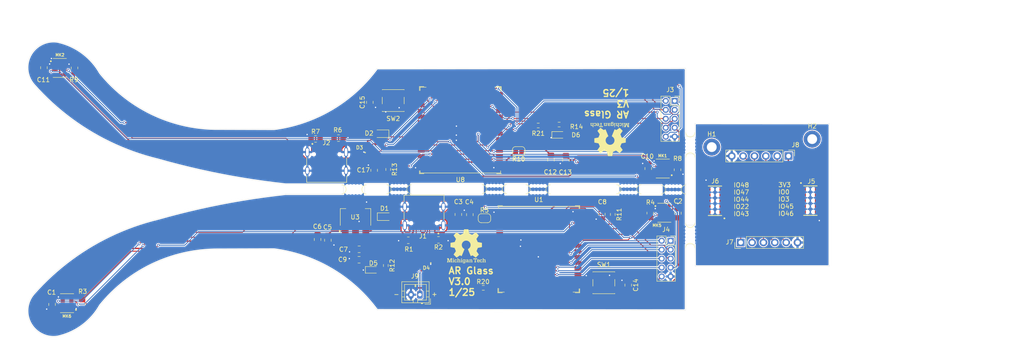
<source format=kicad_pcb>
(kicad_pcb (version 20240108) (generator "pcbnew") (generator_version "8.0")
  (layers (0 "F.Cu" signal) (31 "B.Cu" signal) (34 "B.Paste" user) (35 "F.Paste" user) (36 "B.SilkS" user "B.Silkscreen") (37 "F.SilkS" user "F.Silkscreen") (38 "B.Mask" user) (39 "F.Mask" user) (44 "Edge.Cuts" user))
  (net 0 "")
  (net 1 "GND")
  (net 2 "/VCC_5")
  (net 3 "/VCC_3V3")
  (net 4 "/VBUS")
  (net 5 "/ESP_3V3")
  (net 8 "/TXD0")
  (net 9 "/RXD0")
  (net 10 "/GPIO35")
  (net 11 "/GPIO36")
  (net 12 "/GPIO10")
  (net 13 "/GPIO21")
  (net 14 "/GPIO0")
  (net 15 "/GPIO37")
  (net 16 "/GPIO18")
  (net 17 "/GPIO13")
  (net 18 "/GPIO39")
  (net 19 "/GPIO5")
  (net 20 "/GPIO38")
  (net 21 "/GPIO12")
  (net 22 "/GPIO14")
  (net 23 "/GPIO2")
  (net 24 "/GPIO4")
  (net 25 "/GPIO9")
  (net 26 "/GPIO15")
  (net 27 "/CC2")
  (net 28 "/CC1")
  (net 29 "/BoardR/VBUS")
  (net 30 "/BoardR/D+")
  (net 31 "/BoardR/D-")
  (net 32 "/BoardR/CC2")
  (net 34 "/BoardR/CC1")
  (net 36 "/GPIO42")
  (net 37 "/GPIO41")
  (net 38 "/BoardR/GPIO41")
  (net 39 "/BoardR/GPIO42")
  (net 40 "/BoardR/GPIO16")
  (net 41 "/BoardR/GPIO7")
  (net 42 "/BoardR/GPIO1")
  (net 43 "/BoardR/GPIO48")
  (net 44 "/BoardR/GPIO40")
  (net 45 "/BoardR/GPIO6")
  (net 46 "/BoardR/GPIO45")
  (net 47 "/BoardR/GPIO8")
  (net 48 "/BoardR/GPIO47")
  (net 49 "/BoardR/GPIO46")
  (net 50 "/BoardR/GPIO17")
  (net 51 "/BoardR/GPIO3")
  (net 52 "/BoardR/GPIO11")
  (net 53 "/GPIO16")
  (net 54 "/GPIO48")
  (net 55 "/GPIO11")
  (net 56 "/GPIO7")
  (net 57 "/GPIO6")
  (net 58 "/GPIO1")
  (net 59 "/GPIO47")
  (net 60 "Net-(D5-A)")
  (net 61 "/CHIP_PU")
  (net 62 "/GPIO17")
  (net 63 "/GPIO46")
  (net 64 "/BoardR/VCC_3V3")
  (net 65 "/BoardR/CHIP_PU")
  (net 66 "/GPIO40")
  (net 67 "/BoardR/TXD0")
  (net 68 "/BoardR/GPIO13")
  (net 69 "/BoardR/GPIO15")
  (net 70 "/GPIO45")
  (net 71 "/BoardR/GPIO14")
  (net 72 "/BoardR/RXD0")
  (net 73 "/GPIO8")
  (net 74 "/GPIO3")
  (net 75 "/BoardR/GPIO0")
  (net 76 "/BoardR/GPIO2")
  (net 77 "/BoardR/GPIO4")
  (net 78 "/BoardR/GPIO5")
  (net 79 "/BoardR/GPIO9")
  (net 80 "/BoardR/GPIO10")
  (net 81 "/BoardR/GPIO18")
  (net 82 "/BoardR/GPIO21")
  (net 83 "Net-(D6-A)")
  (net 84 "/BoardR/ESP_3V3")
  (net 85 "/BoardR/GPIO37")
  (net 86 "/BoardR/GPIO12")
  (net 87 "/BoardR/GPIO39")
  (net 88 "/BoardR/GPIO35")
  (net 89 "/BoardR/GPIO38")
  (net 90 "/BoardR/GPIO36")
  (net 91 "/D-")
  (net 92 "/D+")
  (net 93 "/BoardR/VCC_5")
  (net 94 "/Eye connect/IO0")
  (net 95 "/Eye connect/VCC_3V3")
  (net 96 "/Eye connect/IO45")
  (net 97 "/Eye connect/IO3")
  (net 98 "/Eye connect/IO46")
  (net 99 "/Eye connect/IO47")
  (net 100 "/Eye connect/IO43")
  (net 101 "/Eye connect/IO48")
  (net 102 "/Eye connect/IO44")
  (net 103 "/Eye connect/IO21")
  (footprint "LED_SMD:LED_0603_1608Metric_Pad1.05x0.95mm_HandSolder" (layer "F.Cu") (at 184.7625 102.79)
    (property "Reference" "D6")
    (property "Value" "LED")
  )
  (footprint "Resistor_SMD:R_0603_1608Metric_Pad0.98x0.95mm_HandSolder" (layer "F.Cu") (at 167.77 137.04 180)
    (property "Reference" "R20")
    (property "Value" "1K")
  )
  (footprint "Capacitor_SMD:C_0805_2012Metric_Pad1.18x1.45mm_HandSolder" (layer "F.Cu") (at 182.9 108.41 -90)
    (property "Reference" "C12")
    (property "Value" "10uF")
  )
  (footprint "Resistor_SMD:R_0805_2012Metric_Pad1.20x1.40mm_HandSolder" (layer "F.Cu") (at 211.2 110.6 -90)
    (property "Reference" "R8")
    (property "Value" "100k")
  )
  (footprint "Library:mouse-bite-3mm-slot" (layer "F.Cu") (at 214.025 125.3 90)
    (property "Reference" "mouse-bite-3mm-slot-6" (hide yes))
    (property "Value" "0" (hide yes))
  )
  (footprint "Jumper:SolderJumper-2_P1.3mm_Open_RoundedPad1.0x1.5mm" (layer "F.Cu") (at 175.68 106.42 180)
    (property "Reference" "R10")
    (property "Value" "0")
  )
  (footprint "Capacitor_SMD:C_0805_2012Metric_Pad1.18x1.45mm_HandSolder" (layer "F.Cu") (at 140.0075 128.41 180)
    (property "Reference" "C7")
    (property "Value" "0.1uF")
  )
  (footprint "Library:mouse-bite-3mm-slot" (layer "F.Cu") (at 148.92 114.96)
    (property "Reference" "mouse-bite-3mm-slot-2" (hide yes))
    (property "Value" "0" (hide yes))
  )
  (footprint "LED_SMD:LED_0603_1608Metric_Pad1.05x0.95mm_HandSolder" (layer "F.Cu") (at 143.065 133.01)
    (property "Reference" "D5")
    (property "Value" "LED")
  )
  (footprint "Connector_PinSocket_2.00mm:PinSocket_2x05_P2.00mm_Vertical" (layer "F.Cu") (at 209.65 126.49)
    (property "Reference" "J4")
    (property "Value" "Connector_Generic:Conn_02x05_Top_Bottom")
  )
  (footprint "Capacitor_SMD:C_0805_2012Metric_Pad1.18x1.45mm_HandSolder" (layer "F.Cu") (at 130.72 126.21 -90)
    (property "Reference" "C6")
    (property "Value" "0.1uF")
  )
  (footprint "CMM-4030D-261-I2S-TR:MIC_CMM-4030D-261-I2S-TR" (layer "F.Cu") (at 208.25 120.225)
    (property "Reference" "MK5")
    (property "Value" "CMM-4030D-261-I2S-TR")
  )
  (footprint "Through_hole_pin_socket:GCT_BD050-10-A-1-0500-L-D" (layer "F.Cu") (at 240.9 117.51 -90)
    (property "Reference" "J5")
    (property "Value" "SFM-105-01-L-S")
  )
  (footprint "Diode_SMD:D_SOD-323" (layer "F.Cu") (at 145.6825 121.1)
    (property "Reference" "D1")
    (property "Value" "1N5819WS")
  )
  (footprint "Package_TO_SOT_SMD:SOT-223-3_TabPin2" (layer "F.Cu") (at 139.2 121.21 90)
    (property "Reference" "U3")
    (property "Value" "LT1963AxST-3.3")
  )
  (footprint "Capacitor_SMD:C_0805_2012Metric_Pad1.18x1.45mm_HandSolder" (layer "F.Cu") (at 200.175 136.425 -90)
    (property "Reference" "C14")
    (property "Value" "0.1uF")
  )
  (footprint "Library:HRO_TYPE-C-31-M-12" (layer "F.Cu") (at 154.525 118.88 180)
    (property "Reference" "J1")
    (property "Value" "USB_C_Receptacle_USB2.0_16P")
  )
  (footprint "Capacitor_SMD:C_0805_2012Metric_Pad1.18x1.45mm_HandSolder" (layer "F.Cu") (at 71.35 140.75 -90)
    (property "Reference" "C1")
    (property "Value" "0.1uF")
  )
  (footprint "CMM-4030D-261-I2S-TR:MIC_CMM-4030D-261-I2S-TR" (layer "F.Cu") (at 74.7 140.475 180)
    (property "Reference" "MK6")
    (property "Value" "CMM-4030D-261-I2S-TR")
  )
  (footprint "Library:mouse-bite-3mm-slot" (layer "F.Cu") (at 210.27 115.03)
    (property "Reference" "mouse-bite-3mm-slot-6" (hide yes))
    (property "Value" "0" (hide yes))
  )
  (footprint "Resistor_SMD:R_0805_2012Metric_Pad1.20x1.40mm_HandSolder" (layer "F.Cu") (at 151 126.39)
    (property "Reference" "R1")
    (property "Value" "5.1K")
  )
  (footprint "Library:mouse-bite-3mm-slot" (layer "F.Cu") (at 138.86 115)
    (property "Reference" "mouse-bite-3mm-slot" (hide yes))
    (property "Value" "0" (hide yes))
  )
  (footprint "Library:mouse-bite-3mm-slot" (layer "F.Cu") (at 200.32 114.96)
    (property "Reference" "mouse-bite-3mm-slot-5" (hide yes))
    (property "Value" "0" (hide yes))
  )
  (footprint "Resistor_SMD:R_0805_2012Metric_Pad1.20x1.40mm_HandSolder" (layer "F.Cu") (at 135.4 103.51 180)
    (property "Reference" "R6")
    (property "Value" "5.1K")
  )
  (footprint "Through_hole_pin_socket:GCT_BD050-10-A-1-0500-L-D" (layer "F.Cu") (at 219.575 117.54 90)
    (property "Reference" "J6")
    (property "Value" "SFM-105-01-L-S")
  )
  (footprint "CMM-4030D-261-I2S-TR:MIC_CMM-4030D-261-I2S-TR" (layer "F.Cu") (at 73.075 87.8)
    (property "Reference" "MK2")
    (property "Value" "CMM-4030D-261-I2S-TR")
  )
  (footprint "MountingHole:MountingHole_2.2mm_M2_DIN965_Pad" (layer "F.Cu") (at 218.85 105.525)
    (property "Reference" "H1")
    (property "Value" "MountingHole_Pad_MP")
  )
  (footprint "Connector_PinHeader_2.54mm:PinHeader_1x06_P2.54mm_Vertical" (layer "F.Cu") (at 236.021682 107.519679 -90)
    (property "Reference" "J8")
    (property "Value" "Conn_01x06")
  )
  (footprint "Resistor_SMD:R_0805_2012Metric_Pad1.20x1.40mm_HandSolder" (layer "F.Cu") (at 205.1 120.3 90)
    (property "Reference" "R4")
    (property "Value" "100k")
  )
  (footprint "Connector_JST:JST_PH_B2B-PH-K_1x02_P2.00mm_Vertical" (layer "F.Cu") (at 153.6 138.575 180)
    (property "Reference" "J9")
    (property "Value" "Conn_02x01")
  )
  (footprint "Capacitor_SMD:C_0805_2012Metric_Pad1.18x1.45mm_HandSolder" (layer "F.Cu") (at 162.19 120.61 90)
    (property "Reference" "C3")
    (property "Value" "10uF")
  )
  (footprint "Capacitor_SMD:C_0805_2012Metric_Pad1.18x1.45mm_HandSolder" (layer "F.Cu") (at 143.37 110.72 90)
    (property "Reference" "C17")
    (property "Value" "1uF")
  )
  (footprint "CMM-4030D-261-I2S-TR:MIC_CMM-4030D-261-I2S-TR" (layer "F.Cu") (at 207.9 110.325 180)
    (property "Reference" "MK1")
    (property "Value" "CMM-4030D-261-I2S-TR")
  )
  (footprint "Resistor_SMD:R_0805_2012Metric_Pad1.20x1.40mm_HandSolder" (layer "F.Cu") (at 76.375 87.8 90)
    (property "Reference" "R9")
    (property "Value" "100k")
  )
  (footprint "Resistor_SMD:R_0805_2012Metric_Pad1.20x1.40mm_HandSolder" (layer "F.Cu") (at 78.075 140.675 -90)
    (property "Reference" "R3")
    (property "Value" "100k")
  )
  (footprint "Capacitor_SMD:C_0805_2012Metric_Pad1.18x1.45mm_HandSolder" (layer "F.Cu") (at 164.76 120.65 90)
    (property "Reference" "C4")
    (property "Value" "0.1uF")
  )
  (footprint "Jumper:SolderJumper-2_P1.3mm_Open_RoundedPad1.0x1.5mm" (layer "F.Cu") (at 168.03 121.45)
    (property "Reference" "R5")
    (property "Value" "0")
  )
  (footprint "Library:SOT143B" (layer "F.Cu") (at 155.02 129.97 90)
    (property "Reference" "D4")
    (property "Value" "PRTR5V0U2X_215" (hide yes))
  )
  (footprint "Capacitor_SMD:C_0805_2012Metric_Pad1.18x1.45mm_HandSolder" (layer "F.Cu") (at 186.24 108.48 -90)
    (property "Reference" "C13")
    (property "Value" "0.1uF")
  )
  (footprint "Button_Switch_SMD:SW_SPST_PTS647_Sx38" (layer "F.Cu") (at 147.625 95.1 180)
    (property "Reference" "SW2")
    (property "Value" "SW_Push")
  )
  (footprint "Resistor_SMD:R_0603_1608Metric_Pad0.98x0.95mm_HandSolder" (layer "F.Cu") (at 145.97 132.04 -90)
    (property "Reference" "R12")
    (property "Value" "1K")
  )
  (footprint "Capacitor_SMD:C_0805_2012Metric_Pad1.18x1.45mm_HandSolder" (layer "F.Cu") (at 133.02 126.38 -90)
    (property "Reference" "C5")
    (property "Value" "10uF")
  )
  (footprint "Library:HRO_TYPE-C-31-M-12" (layer "F.Cu") (at 132.755 110.81)
    (property "Reference" "J2")
    (property "Value" "USB_C_Receptacle_USB2.0_16P")
  )
  (footprint "Button_Switch_SMD:SW_SPST_PTS647_Sx38" (layer "F.Cu") (at 194.725 135.9)
    (property "Reference" "SW1")
    (property "Value" "SW_Push")
  )
  (footprint "PCM_Espressif:ESP32-S3-WROOM-1U" (layer "F.Cu") (at 180.18 128.24)
    (property "Reference" "U1")
    (property "Value" "ESP32-S3-WROOM-1U-N8R8")
  )
  (footprint "Resistor_SMD:R_0603_1608Metric_Pad0.98x0.95mm_HandSolder" (layer "F.Cu") (at 196.72 120.6 -90)
    (property "Reference" "R11")
    (property "Value" "10K")
  )
  (footprint "Library:SOT143B" (layer "F.Cu") (at 142.85 105.74)
    (property "Reference" "D3")
    (property "Value" "PRTR5V0U2X_215")
  )
  (footprint "Connector_PinSocket_2.00mm:PinSocket_2x05_P2.00mm_Vertical" (layer "F.Cu") (at 210.56 95.18)
    (property "Reference" "J3")
    (property "Value" "Connector_Generic:Conn_02x05_Top_Bottom")
  )
  (footprint "Resistor_SMD:R_0805_2012Metric_Pad1.20x1.40mm_HandSolder" (layer "F.Cu") (at 130.27 103.7)
    (property "Reference" "R7")
    (property "Value" "5.1K")
  )
  (footprint "Resistor_SMD:R_0603_1608Metric_Pad0.98x0.95mm_HandSolder" (layer "F.Cu") (at 146.51 110.53 -90)
    (property "Reference" "R13")
    (property "Value" "10K")
  )
  (footprint "Resistor_SMD:R_0805_2012Metric_Pad1.20x1.40mm_HandSolder" (layer "F.Cu") (at 157.75 126.3 180)
    (property "Reference" "R2")
    (property "Value" "5.1K")
  )
  (footprint "Capacitor_SMD:C_0805_2012Metric_Pad1.18x1.45mm_HandSolder" (layer "F.Cu") (at 142.4 95.5 90)
    (property "Reference" "C15")
    (property "Value" "0.1uF")
  )
  (footprint "MountingHole:MountingHole_2.2mm_M2_DIN965_Pad" (layer "F.Cu") (at 241.31 103.735)
    (property "Reference" "H2")
    (property "Value" "MountingHole_Pad_MP")
  )
  (footprint "Library:mouse-bite-3mm-slot" (layer "F.Cu") (at 180.02 114.97)
    (property "Reference" "mouse-bite-3mm-slot-4" (hide yes))
    (property "Value" "0" (hide yes))
  )
  (footprint "Capacitor_SMD:C_0805_2012Metric_Pad1.18x1.45mm_HandSolder" (layer "F.Cu") (at 204.65 110.325 90)
    (property "Reference" "C10")
    (property "Value" "0.1uF")
  )
  (footprint "Capacitor_SMD:C_0805_2012Metric_Pad1.18x1.45mm_HandSolder" (layer "F.Cu") (at 139.99 130.75 180)
    (property "Reference" "C9")
    (property "Value" "10uF")
  )
  (footprint "Library:mouse-bite-3mm-slot" (layer "F.Cu") (at 214.05 105.025 90)
    (property "Reference" "mouse-bite-3mm-slot-6" (hide yes))
    (property "Value" "0" (hide yes))
  )
  (footprint "Capacitor_SMD:C_0805_2012Metric_Pad1.18x1.45mm_HandSolder" (layer "F.Cu") (at 194.27 120.56 -90)
    (property "Reference" "C8")
    (property "Value" "1uF")
  )
  (footprint "Capacitor_SMD:C_0805_2012Metric_Pad1.18x1.45mm_HandSolder" (layer "F.Cu") (at 69.525 87.75 90)
    (property "Reference" "C11")
    (property "Value" "0.1uF")
  )
  (footprint "Library:mouse-bite-3mm-slot" (layer "F.Cu") (at 170.25 114.92)
    (property "Reference" "mouse-bite-3mm-slot-3" (hide yes))
    (property "Value" "0" (hide yes))
  )
  (footprint "Connector_PinHeader_2.54mm:PinHeader_1x06_P2.54mm_Vertical" (layer "F.Cu") (at 225.33 126.885 90)
    (property "Reference" "J7")
    (property "Value" "Conn_01x06")
  )
  (footprint "Resistor_SMD:R_0603_1608Metric_Pad0.98x0.95mm_HandSolder" (layer "F.Cu") (at 184.72 100.48)
    (property "Reference" "R14")
    (property "Value" "1K")
  )
  (footprint "PCM_Espressif:ESP32-S3-WROOM-1U" (layer "F.Cu") (at 162.64 101.87 180)
    (property "Reference" "U8")
    (property "Value" "ESP32-S3-WROOM-1U-N8R8")
  )
  (footprint "Capacitor_SMD:C_0805_2012Metric_Pad1.18x1.45mm_HandSolder" (layer "F.Cu") (at 211.28 120.32 90)
    (property "Reference" "C2")
    (property "Value" "0.1uF")
  )
  (footprint "Diode_SMD:D_SOD-323" (layer "F.Cu") (at 145.05 102.53 180)
    (property "Reference" "D2")
    (property "Value" "1N5819WS")
  )
  (footprint "Resistor_SMD:R_0603_1608Metric_Pad0.98x0.95mm_HandSolder" (layer "F.Cu") (at 180.05 100.69)
    (property "Reference" "R21")
    (property "Value" "1K")
  )
  (gr_poly (pts (xy 166.711422 130.680455) (xy 166.748665 130.682469) (xy 166.76569 130.68409) (xy 166.781692 130.686165) (xy 166.796701 130.688729) (xy 166.810747 130.691818) (xy 166.823862 130.695465) (xy 166.836076 130.699706) (xy 166.847418 130.704574) (xy 166.857921 130.710105) (xy 166.867613 130.716333) (xy 166.876527 130.723293) (xy 166.884691 130.731019) (xy 166.892138 130.739547) (xy 166.898896 130.748909) (xy 166.904998 130.759142) (xy 166.910473 130.77028) (xy 166.915351 130.782357) (xy 166.919664 130.795408) (xy 166.923442 130.809468) (xy 166.926715 130.82457) (xy 166.929515 130.840751) (xy 166.93187 130.858044) (xy 166.933813 130.876484) (xy 166.93658 130.916944) (xy 166.938062 130.962407) (xy 166.938502 131.01315) (xy 166.938416 131.018197) (xy 166.938145 131.022766) (xy 166.937671 131.026881) (xy 166.937352 131.028773) (xy 166.936975 131.03056) (xy 166.936538 131.032243) (xy 166.936038 131.033825) (xy 166.935473 131.035309) (xy 166.934841 131.036697) (xy 166.93414 131.037992) (xy 166.933366 131.039197) (xy 166.932519 131.040313) (xy 166.931594 131.041345) (xy 166.93059 131.042293) (xy 166.929506 131.043162) (xy 166.928337 131.043953) (xy 166.927082 131.044669) (xy 166.925739 131.045313) (xy 166.924305 131.045888) (xy 166.922778 131.046395) (xy 166.921156 131.046838) (xy 166.919436 131.047219) (xy 166.917615 131.047541) (xy 166.913665 131.048017) (xy 166.909285 131.048287) (xy 166.904458 131.048373) (xy 166.539457 131.048373) (xy 166.540341 131.075253) (xy 166.541738 131.099213) (xy 166.543749 131.120419) (xy 166.546477 131.139032) (xy 166.550022 131.155216) (xy 166.552133 131.162449) (xy 166.554486 131.169136) (xy 166.557095 131.175297) (xy 166.559972 131.180954) (xy 166.563129 131.186126) (xy 166.566579 131.190833) (xy 166.570336 131.195098) (xy 166.574411 131.198939) (xy 166.578817 131.202377) (xy 166.583567 131.205433) (xy 166.588675 131.208127) (xy 166.594151 131.210479) (xy 166.60001 131.212511) (xy 166.606264 131.214242) (xy 166.620006 131.216883) (xy 166.635481 131.218568) (xy 166.652789 131.219458) (xy 166.672031 131.219719) (xy 166.691659 131.21949) (xy 166.709221 131.218771) (xy 166.724827 131.217512) (xy 166.738589 131.215663) (xy 166.750616 131.213174) (xy 166.756014 131.211674) (xy 166.761019 131.209996) (xy 166.765645 131.208132) (xy 166.769907 131.206078) (xy 166.773818 131.203827) (xy 166.777392 131.201372) (xy 166.780643 131.198707) (xy 166.783583 131.195827) (xy 166.786228 131.192725) (xy 166.788591 131.189394) (xy 166.790686 131.185828) (xy 166.792526 131.182022) (xy 166.794126 131.177969) (xy 166.795498 131.173663) (xy 166.797618 131.164266) (xy 166.798996 131.153782) (xy 166.799741 131.142161) (xy 166.799965 131.129353) (xy 166.93732 131.123462) (xy 166.936842 131.152267) (xy 166.93526 131.178455) (xy 166.933985 131.190599) (xy 166.93235 131.202128) (xy 166.930327 131.213055) (xy 166.927889 131.223393) (xy 166.925007 131.233155) (xy 166.921653 131.242354) (xy 166.9178 131.251004) (xy 166.913419 131.259116) (xy 166.908483 131.266706) (xy 166.902963 131.273785) (xy 166.896833 131.280366) (xy 166.890063 131.286464) (xy 166.882626 131.29209) (xy 166.874494 131.297258) (xy 166.865639 131.301982) (xy 166.856034 131.306273) (xy 166.845649 131.310146) (xy 166.834458 131.313614) (xy 166.822432 131.316689) (xy 166.809543 131.319384) (xy 166.795764 131.321714) (xy 166.781067 131.32369) (xy 166.765423 131.325327) (xy 166.748805 131.326636) (xy 166.712534 131.328326) (xy 166.672031 131.328867) (xy 166.630422 131.328207) (xy 166.593029 131.326066) (xy 166.575848 131.324364) (xy 166.559642 131.3222) (xy 166.544385 131.319543) (xy 166.530049 131.316363) (xy 166.516609 131.31263) (xy 166.504039 131.308313) (xy 166.492311 131.303381) (xy 166.4814 131.297804) (xy 166.471278 131.291551) (xy 166.46192 131.284592) (xy 166.453299 131.276897) (xy 166.445389 131.268434) (xy 166.438163 131.259174) (xy 166.431595 131.249085) (xy 166.425658 131.238138) (xy 166.420325 131.226302) (xy 166.415572 131.213545) (xy 166.41137 131.199838) (xy 166.407694 131.185151) (xy 166.404517 131.169452) (xy 166.401813 131.152711) (xy 166.399555 131.134898) (xy 166.396273 131.095932) (xy 166.394459 131.05231) (xy 166.393901 131.003787) (xy 166.394456 130.955665) (xy 166.539457 130.955665) (xy 166.798784 130.955665) (xy 166.797862 130.92941) (xy 166.796364 130.905996) (xy 166.79421 130.885265) (xy 166.79132 130.867058) (xy 166.789573 130.858851) (xy 166.787612 130.851217) (xy 166.785425 130.844134) (xy 166.783004 130.837584) (xy 166.780339 130.831546) (xy 166.777418 130.826001) (xy 166.774232 130.820928) (xy 166.770771 130.816309) (xy 166.767025 130.812123) (xy 166.762983 130.80835) (xy 166.758635 130.804971) (xy 166.753973 130.801966) (xy 166.748984 130.799315) (xy 166.743659 130.796998) (xy 166.737989 130.794996) (xy 166.731962 130.793289) (xy 166.718801 130.790679) (xy 166.704094 130.789011) (xy 166.687761 130.788126) (xy 166.66972 130.787866) (xy 166.651079 130.788126) (xy 166.634272 130.789011) (xy 166.626527 130.789737) (xy 166.619206 130.790679) (xy 166.612296 130.791856) (xy 166.605787 130.793289) (xy 166.599667 130.794996) (xy 166.593924 130.796998) (xy 166.588546 130.799315) (xy 166.583522 130.801966) (xy 166.578841 130.804971) (xy 166.57449 130.80835) (xy 166.570458 130.812123) (xy 166.566733 130.816309) (xy 166.563304 130.820928) (xy 166.56016 130.826001) (xy 166.557287 130.831546) (xy 166.554676 130.837584) (xy 166.552314 130.844134) (xy 166.550189 130.851217) (xy 166.548291 130.858851) (xy 166.546607 130.867058) (xy 166.545126 130.875855) (xy 166.543835 130.885265) (xy 166.541782 130.905996) (xy 166.540353 130.92941) (xy 166.539457 130.955665) (xy 166.394456 130.955665) (xy 166.394458 130.955471) (xy 166.396269 130.912029) (xy 166.39954 130.873218) (xy 166.404481 130.838796) (xy 166.407643 130.823155) (xy 166.4113 130.80852) (xy 166.415478 130.794862) (xy 166.420204 130.782149) (xy 166.425503 130.770351) (xy 166.431401 130.759439) (xy 166.437925 130.749382) (xy 166.4451 130.740149) (xy 166.452953 130.731711) (xy 166.461509 130.724036) (xy 166.470794 130.717095) (xy 166.480835 130.710858) (xy 166.491658 130.705294) (xy 166.503288 130.700372) (xy 166.515751 130.696063) (xy 166.529074 130.692336) (xy 166.543283 130.689161) (xy 166.558403 130.686508) (xy 166.591481 130.682645) (xy 166.628517 130.680505) (xy 166.66972 130.679846)) (stroke (width -0.000001)) (fill solid) (layer "F.SilkS"))
  (gr_poly (pts (xy 195.532323 106.499444) (xy 194.754448 106.19782) (xy 194.008323 106.753445) (xy 193.436823 106.166069) (xy 193.897198 105.388194) (xy 193.579698 104.61032) (xy 192.674823 104.388069) (xy 192.674823 103.641944) (xy 193.516198 103.46732) (xy 193.643198 103.292694) (xy 193.897198 102.657695) (xy 193.436823 101.879819) (xy 194.008323 101.324195) (xy 194.373448 101.609945) (xy 194.754448 101.78457) (xy 195.024323 101.62582) (xy 195.579948 103.038694) (xy 195.421198 103.165694) (xy 195.183073 103.46732) (xy 195.024323 103.895945) (xy 195.119573 104.388069) (xy 195.262448 104.67382) (xy 195.579948 104.943694) (xy 196.072073 105.086569) (xy 196.500698 105.023069) (xy 196.945198 104.689695) (xy 197.183323 104.181694) (xy 197.103948 103.49907) (xy 196.611823 103.070445) (xy 197.183323 101.673445) (xy 197.516698 101.768695) (xy 198.246948 101.324195) (xy 198.802573 101.879819) (xy 198.326323 102.594195) (xy 198.643823 103.451445) (xy 199.516942 103.65782) (xy 199.516942 104.388069) (xy 198.643823 104.594444) (xy 198.326323 105.404069) (xy 198.802573 106.181944) (xy 198.246948 106.753445) (xy 197.437323 106.181944) (xy 196.707073 106.499444) (xy 196.500698 107.451944) (xy 195.722823 107.467819)) (stroke (width -0.000001)) (fill solid) (layer "F.SilkS"))
  (gr_poly (pts (xy 192.7281 100.789225) (xy 192.691942 100.787555) (xy 192.659727 100.784622) (xy 192.63124 100.780305) (xy 192.618327 100.777589) (xy 192.606266 100.774481) (xy 192.59503 100.770966) (xy 192.584591 100.767029) (xy 192.574923 100.762655) (xy 192.565999 100.757827) (xy 192.557792 100.752532) (xy 192.550276 100.746753) (xy 192.543423 100.740476) (xy 192.537207 100.733685) (xy 192.5316 100.726365) (xy 192.526577 100.7185) (xy 192.52211 100.710077) (xy 192.518172 100.701078) (xy 192.514736 100.69149) (xy 192.511776 100.681296) (xy 192.509265 100.670482) (xy 192.507176 100.659032) (xy 192.504156 100.634164) (xy 192.502502 100.606571) (xy 192.501998 100.57613) (xy 192.641644 100.569128) (xy 192.641894 100.583647) (xy 192.642711 100.596895) (xy 192.643362 100.603057) (xy 192.644191 100.608918) (xy 192.64521 100.614484) (xy 192.646433 100.619762) (xy 192.64787 100.624756) (xy 192.649535 100.629473) (xy 192.651439 100.633918) (xy 192.653594 100.638097) (xy 192.656014 100.642016) (xy 192.658709 100.645681) (xy 192.661694 100.649097) (xy 192.664978 100.65227) (xy 192.668576 100.655207) (xy 192.672499 100.657912) (xy 192.676759 100.660391) (xy 192.681369 100.662651) (xy 192.686341 100.664697) (xy 192.691687 100.666535) (xy 192.697419 100.66817) (xy 192.70355 100.669609) (xy 192.710091 100.670856) (xy 192.717056 100.671919) (xy 192.724456 100.672802) (xy 192.732304 100.673512) (xy 192.749391 100.674434) (xy 192.768416 100.674731) (xy 192.789052 100.674396) (xy 192.807473 100.673263) (xy 192.815891 100.672336) (xy 192.8238 100.671138) (xy 192.831216 100.669644) (xy 192.838155 100.667831) (xy 192.844632 100.665673) (xy 192.850661 100.663147) (xy 192.856258 100.66023) (xy 192.861439 100.656896) (xy 192.866218 100.653122) (xy 192.870611 100.648884) (xy 192.874633 100.644158) (xy 192.878299 100.638919) (xy 192.881625 100.633145) (xy 192.884626 100.62681) (xy 192.887317 100.61989) (xy 192.889714 100.612362) (xy 192.891831 100.604202) (xy 192.893684 100.595384) (xy 192.895288 100.585887) (xy 192.896658 100.575685) (xy 192.89781 100.564754) (xy 192.898759 100.55307) (xy 192.900109 100.527348) (xy 192.900829 100.498326) (xy 192.901042 100.465813) (xy 192.900829 100.433105) (xy 192.900109 100.40394) (xy 192.898759 100.378119) (xy 192.896658 100.355446) (xy 192.893684 100.335721) (xy 192.889714 100.318749) (xy 192.887317 100.311233) (xy 192.884626 100.304331) (xy 192.881625 100.298018) (xy 192.878299 100.292269) (xy 192.874633 100.28706) (xy 192.870611 100.282366) (xy 192.866218 100.278163) (xy 192.861439 100.274425) (xy 192.856258 100.271128) (xy 192.850661 100.268248) (xy 192.844632 100.265758) (xy 192.838155 100.263636) (xy 192.8238 100.260394) (xy 192.807473 100.258322) (xy 192.789052 100.257224) (xy 192.768416 100.256902) (xy 192.749199 100.257146) (xy 192.73197 100.257918) (xy 192.716624 100.259277) (xy 192.703059 100.261285) (xy 192.696912 100.26255) (xy 192.691171 100.264) (xy 192.685824 100.265643) (xy 192.680858 100.267485) (xy 192.676259 100.269534) (xy 192.672016 100.271798) (xy 192.668114 100.274285) (xy 192.664542 100.277001) (xy 192.661286 100.279954) (xy 192.658334 100.283152) (xy 192.655672 100.286603) (xy 192.653287 100.290313) (xy 192.651168 100.294291) (xy 192.6493 100.298544) (xy 192.647672 100.303079) (xy 192.646269 100.307904) (xy 192.64508 100.313027) (xy 192.644091 100.318455) (xy 192.642663 100.330256) (xy 192.641882 100.343368) (xy 192.641644 100.35785) (xy 192.501998 100.363742) (xy 192.502463 100.331641) (xy 192.504011 100.302595) (xy 192.506874 100.27647) (xy 192.50887 100.26446) (xy 192.51128 100.253129) (xy 192.514135 100.24246) (xy 192.517461 100.232436) (xy 192.521289 100.22304) (xy 192.525647 100.214255) (xy 192.530563 100.206065) (xy 192.536067 100.198451) (xy 192.542187 100.191398) (xy 192.548953 100.184888) (xy 192.556392 100.178904) (xy 192.564534 100.173429) (xy 192.573407 100.168447) (xy 192.58304 100.163939) (xy 192.593463 100.15989) (xy 192.604703 100.156282) (xy 192.61679 100.153099) (xy 192.629752 100.150322) (xy 192.643618 100.147936) (xy 192.658417 100.145923) (xy 192.69093 100.142949) (xy 192.727519 100.141265) (xy 192.768416 100.140733) (xy 192.810031 100.141393) (xy 192.847429 100.143534) (xy 192.864613 100.145236) (xy 192.880821 100.1474) (xy 192.896081 100.150057) (xy 192.910418 100.153237) (xy 192.923859 100.15697) (xy 192.936432 100.161287) (xy 192.948161 100.166219) (xy 192.959074 100.171796) (xy 192.969196 100.178049) (xy 192.978555 100.185008) (xy 192.987177 100.192703) (xy 192.995088 100.201166) (xy 193.002315 100.210426) (xy 193.008884 100.220515) (xy 193.014822 100.231462) (xy 193.020155 100.243298) (xy 193.024909 100.256055) (xy 193.029111 100.269762) (xy 193.032787 100.284449) (xy 193.035964 100.300148) (xy 193.038668 100.316889) (xy 193.040926 100.334702) (xy 193.044209 100.373668) (xy 193.046023 100.41729) (xy 193.046581 100.465813) (xy 193.046023 100.514129) (xy 193.044209 100.557571) (xy 193.040926 100.596382) (xy 193.035964 100.630804) (xy 193.032787 100.646445) (xy 193.029111 100.66108) (xy 193.024909 100.674738) (xy 193.020155 100.687451) (xy 193.014822 100.699249) (xy 193.008885 100.710161) (xy 193.002316 100.720218) (xy 192.995089 100.729451) (xy 192.987178 100.737889) (xy 192.978556 100.745564) (xy 192.969197 100.752505) (xy 192.959074 100.758742) (xy 192.948161 100.764306) (xy 192.936432 100.769228) (xy 192.92386 100.773537) (xy 192.910418 100.777264) (xy 192.896081 100.780439) (xy 192.880821 100.783092) (xy 192.847429 100.786955) (xy 192.810031 100.789095) (xy 192.768416 100.789754)) (stroke (width -0.000001)) (fill solid) (layer "F.SilkS"))
  (gr_poly (pts (xy 160.836736 130.54639) (xy 160.733224 130.552775) (xy 160.733224 131.189202) (xy 160.837969 131.195644) (xy 160.837969 131.318317) (xy 160.469923 131.318317) (xy 160.469923 131.195644) (xy 160.56449 131.189202) (xy 160.56449 130.578333) (xy 160.331885 131.318317) (xy 160.159375 131.318317) (xy 159.922925 130.586007) (xy 159.922925 131.189202) (xy 160.020049 131.195644) (xy 160.020049 131.318317) (xy 159.653243 131.318317) (xy 159.653243 131.195644) (xy 159.758042 131.189202) (xy 159.758042 130.552775) (xy 159.657081 130.54639) (xy 159.657081 130.423659) (xy 160.048195 130.423659) (xy 160.227099 131.007735) (xy 160.23082 131.020257) (xy 160.234331 131.032866) (xy 160.237663 131.045532) (xy 160.240844 131.058227) (xy 160.24687 131.083587) (xy 160.25264 131.108718) (xy 160.259189 131.083587) (xy 160.265601 131.058227) (xy 160.272246 131.032866) (xy 160.275771 131.020257) (xy 160.279492 131.007735) (xy 160.45586 130.423658) (xy 160.836736 130.423658)) (stroke (width -0.000001)) (fill solid) (layer "F.SilkS"))
  (gr_poly (pts (xy 164.217433 130.680445) (xy 164.25339 130.682328) (xy 164.28566 130.685626) (xy 164.314423 130.690465) (xy 164.327545 130.693503) (xy 164.339857 130.696976) (xy 164.351382 130.700898) (xy 164.362141 130.705287) (xy 164.372158 130.710158) (xy 164.381455 130.715527) (xy 164.390053 130.721411) (xy 164.397976 130.727826) (xy 164.405245 130.734787) (xy 164.411883 130.742311) (xy 164.417913 130.750415) (xy 164.423357 130.759113) (xy 164.428236 130.768423) (xy 164.432574 130.77836) (xy 164.436393 130.78894) (xy 164.439715 130.800181) (xy 164.442562 130.812097) (xy 164.444957 130.824704) (xy 164.44848 130.85206) (xy 164.450463 130.882377) (xy 164.451084 130.915783) (xy 164.451084 131.206806) (xy 164.540267 131.211518) (xy 164.540267 131.318317) (xy 164.310272 131.318317) (xy 164.303235 131.226775) (xy 164.289895 131.239906) (xy 164.276699 131.252041) (xy 164.263596 131.263202) (xy 164.250537 131.273407) (xy 164.237471 131.282679) (xy 164.224349 131.291036) (xy 164.211121 131.298501) (xy 164.197736 131.305093) (xy 164.184146 131.310832) (xy 164.1703 131.31574) (xy 164.156149 131.319836) (xy 164.141642 131.323142) (xy 164.12673 131.325677) (xy 164.111362 131.327463) (xy 164.09549 131.328519) (xy 164.079062 131.328867) (xy 164.06642 131.328641) (xy 164.054242 131.327971) (xy 164.042523 131.326866) (xy 164.03126 131.325334) (xy 164.020449 131.323386) (xy 164.010085 131.321029) (xy 164.000164 131.318275) (xy 163.990682 131.315131) (xy 163.981636 131.311607) (xy 163.97302 131.307713) (xy 163.964832 131.303457) (xy 163.957066 131.298849) (xy 163.949719 131.293898) (xy 163.942787 131.288614) (xy 163.936265 131.283005) (xy 163.93015 131.277081) (xy 163.924437 131.270851) (xy 163.919122 131.264324) (xy 163.914202 131.25751) (xy 163.909671 131.250417) (xy 163.905527 131.243056) (xy 163.901764 131.235435) (xy 163.898379 131.227564) (xy 163.895368 131.219451) (xy 163.892727 131.211107) (xy 163.89045 131.20254) (xy 163.888536 131.193759) (xy 163.886978 131.184774) (xy 163.884919 131.166229) (xy 163.88424 131.146978) (xy 163.884501 131.137608) (xy 164.028597 131.137608) (xy 164.028904 131.145447) (xy 164.029293 131.1493) (xy 164.029843 131.153103) (xy 164.030558 131.156849) (xy 164.031441 131.160533) (xy 164.032497 131.164148) (xy 164.033727 131.167691) (xy 164.035137 131.171154) (xy 164.036728 131.174533) (xy 164.038505 131.177822) (xy 164.040472 131.181015) (xy 164.042631 131.184107) (xy 164.044986 131.187091) (xy 164.04754 131.189964) (xy 164.050297 131.192718) (xy 164.053261 131.195348) (xy 164.056435 131.19785) (xy 164.059822 131.200216) (xy 164.063425 131.202442) (xy 164.067249 131.204522) (xy 164.071297 131.206451) (xy 164.075572 131.208222) (xy 164.080077 131.20983) (xy 164.084816 131.211271) (xy 164.089793 131.212537) (xy 164.095011 131.213624) (xy 164.100473 131.214525) (xy 164.106183 131.215236) (xy 164.112145 131.215751) (xy 164.118361 131.216064) (xy 164.124835 131.21617) (xy 164.124836 131.21617) (xy 164.137548 131.215906) (xy 164.149766 131.215099) (xy 164.161544 131.21373) (xy 164.172938 131.211776) (xy 164.184003 131.209219) (xy 164.194793 131.206036) (xy 164.205364 131.202207) (xy 164.215771 131.197712) (xy 164.226068 131.192529) (xy 164.236311 131.186638) (xy 164.246554 131.180019) (xy 164.256854 131.17265) (xy 164.267263 131.164511) (xy 164.277839 131.155581) (xy 164.288635 131.14584) (xy 164.299708 131.135266) (xy 164.299708 131.040175) (xy 164.221002 131.040175) (xy 164.191189 131.04065) (xy 164.164558 131.042049) (xy 164.140936 131.044334) (xy 164.120149 131.047469) (xy 164.102023 131.051415) (xy 164.086385 131.056135) (xy 164.07306 131.061591) (xy 164.067211 131.064583) (xy 164.061875 131.067746) (xy 164.057031 131.071073) (xy 164.052657 131.074561) (xy 164.048731 131.078205) (xy 164.045232 131.081999) (xy 164.042137 131.08594) (xy 164.039425 131.090023) (xy 164.035064 131.098595) (xy 164.031974 131.107677) (xy 164.029982 131.117232) (xy 164.028914 131.127222) (xy 164.028597 131.137608) (xy 163.884501 131.137608) (xy 163.884807 131.126636) (xy 163.88669 131.107033) (xy 163.888208 131.097533) (xy 163.890156 131.088248) (xy 163.892569 131.079187) (xy 163.895478 131.07036) (xy 163.898919 131.061777) (xy 163.902925 131.053448) (xy 163.907529 131.045383) (xy 163.912766 131.037591) (xy 163.918669 131.030083) (xy 163.925272 131.022869) (xy 163.932609 131.015958) (xy 163.940713 131.00936) (xy 163.949619 131.003086) (xy 163.95936 130.997145) (xy 163.969969 130.991546) (xy 163.981481 130.986301) (xy 163.993929 130.981418) (xy 164.007347 130.976908) (xy 164.021769 130.972781) (xy 164.037228 130.969046) (xy 164.053759 130.965713) (xy 164.071395 130.962793) (xy 164.090169 130.960294) (xy 164.110116 130.958228) (xy 164.13127 130.956604) (xy 164.153663 130.955431) (xy 164.17733 130.954721) (xy 164.202305 130.954482) (xy 164.299707 130.954482) (xy 164.299707 130.918076) (xy 164.299469 130.900585) (xy 164.298687 130.884582) (xy 164.297255 130.870018) (xy 164.295069 130.856844) (xy 164.29366 130.850762) (xy 164.292023 130.84501) (xy 164.290145 130.839579) (xy 164.288013 130.834465) (xy 164.285613 130.829661) (xy 164.282933 130.825161) (xy 164.27996 130.820959) (xy 164.276679 130.817048) (xy 164.273079 130.813422) (xy 164.269146 130.810075) (xy 164.264868 130.807001) (xy 164.26023 130.804193) (xy 164.255219 130.801646) (xy 164.249824 130.799353) (xy 164.24403 130.797308) (xy 164.237824 130.795504) (xy 164.231194 130.793936) (xy 164.224126 130.792597) (xy 164.216607 130.791482) (xy 164.208624 130.790583) (xy 164.191214 130.78941) (xy 164.17179 130.789031) (xy 164.153806 130.78931) (xy 164.137656 130.790165) (xy 164.123246 130.791621) (xy 164.110484 130.793705) (xy 164.104692 130.79499) (xy 164.099276 130.796441) (xy 164.094226 130.798063) (xy 164.08953 130.799857) (xy 164.085177 130.801827) (xy 164.081153 130.803977) (xy 164.077449 130.80631) (xy 164.074053 130.808828) (xy 164.070952 130.811535) (xy 164.068135 130.814435) (xy 164.065591 130.81753) (xy 164.063307 130.820824) (xy 164.061273 130.824321) (xy 164.059477 130.828022) (xy 164.057907 130.831931) (xy 164.056552 130.836053) (xy 164.054438 130.844943) (xy 164.053044 130.85472) (xy 164.052275 130.865407) (xy 164.052039 130.877031) (xy 163.912393 130.884033) (xy 163.91296 130.856408) (xy 163.914787 130.831124) (xy 163.916232 130.819337) (xy 163.918062 130.808107) (xy 163.9203 130.797423) (xy 163.922971 130.787277) (xy 163.926097 130.777659) (xy 163.929702 130.768559) (xy 163.93381 130.759967) (xy 163.938443 130.751873) (xy 163.943626 130.744269) (xy 163.949381 130.737144) (xy 163.955732 130.730489) (xy 163.962703 130.724294) (xy 163.970317 130.718549) (xy 163.978597 130.713244) (xy 163.987567 130.708371) (xy 163.99725 130.70392) (xy 164.00767 130.699879) (xy 164.01885 130.696241) (xy 164.030814 130.692996) (xy 164.043584 130.690133) (xy 164.057185 130.687643) (xy 164.07164 130.685516) (xy 164.086972 130.683743) (xy 164.103205 130.682314) (xy 164.138466 130.68045) (xy 164.177611 130.679846)) (stroke (width -0.000001)) (fill solid) (layer "F.SilkS"))
  (gr_poly (pts (xy 164.528289 124.970156) (xy 165.306164 125.27178) (xy 166.052289 124.716155) (xy 166.623789 125.303531) (xy 166.163414 126.081406) (xy 166.480914 126.85928) (xy 167.385789 127.081531) (xy 167.385789 127.827656) (xy 166.544414 128.00228) (xy 166.417414 128.176906) (xy 166.163414 128.811905) (xy 166.623789 129.589781) (xy 166.052289 130.145405) (xy 165.687164 129.859655) (xy 165.306164 129.68503) (xy 165.036289 129.84378) (xy 164.480664 128.430906) (xy 164.639414 128.303906) (xy 164.877539 128.00228) (xy 165.036289 127.573655) (xy 164.941039 127.081531) (xy 164.798164 126.79578) (xy 164.480664 126.525906) (xy 163.988539 126.383031) (xy 163.559914 126.446531) (xy 163.115414 126.779905) (xy 162.877289 127.287906) (xy 162.956664 127.97053) (xy 163.448789 128.399155) (xy 162.877289 129.796155) (xy 162.543914 129.700905) (xy 161.813664 130.145405) (xy 161.258039 129.589781) (xy 161.734289 128.875405) (xy 161.416789 128.018155) (xy 160.54367 127.81178) (xy 160.54367 127.081531) (xy 161.416789 126.875156) (xy 161.734289 126.065531) (xy 161.258039 125.287656) (xy 161.813664 124.716155) (xy 162.623289 125.287656) (xy 163.353539 124.970156) (xy 163.559914 124.017656) (xy 164.337789 124.001781)) (stroke (width -0.000001)) (fill solid) (layer "F.SilkS"))
  (gr_poly (pts (xy 162.94129 130.433297) (xy 162.953593 130.433787) (xy 162.964514 130.434684) (xy 162.974132 130.436052) (xy 162.978477 130.436934) (xy 162.982525 130.437957) (xy 162.986287 130.439131) (xy 162.989773 130.440464) (xy 162.992993 130.441964) (xy 162.995956 130.443638) (xy 162.998672 130.445495) (xy 163.001151 130.447544) (xy 163.003404 130.449792) (xy 163.005439 130.452247) (xy 163.007268 130.454918) (xy 163.008899 130.457813) (xy 163.010343 130.460939) (xy 163.011609 130.464306) (xy 163.012708 130.46792) (xy 163.013649 130.471791) (xy 163.014442 130.475927) (xy 163.015098 130.480335) (xy 163.016035 130.490002) (xy 163.016539 130.500856) (xy 163.016689 130.512964) (xy 163.016539 130.525275) (xy 163.016035 130.536281) (xy 163.015098 130.546052) (xy 163.014442 130.550496) (xy 163.013649 130.554658) (xy 163.012708 130.558546) (xy 163.011609 130.56217) (xy 163.010343 130.565538) (xy 163.008899 130.568658) (xy 163.007268 130.571541) (xy 163.00544 130.574194) (xy 163.003404 130.576627) (xy 163.001152 130.578848) (xy 162.998672 130.580866) (xy 162.995956 130.582689) (xy 162.992993 130.584328) (xy 162.989774 130.58579) (xy 162.986288 130.587084) (xy 162.982525 130.58822) (xy 162.978477 130.589206) (xy 162.974132 130.59005) (xy 162.969481 130.590762) (xy 162.964514 130.59135) (xy 162.953593 130.592192) (xy 162.94129 130.592645) (xy 162.927525 130.59278) (xy 162.913136 130.592645) (xy 162.900286 130.592192) (xy 162.888892 130.59135) (xy 162.878868 130.59005) (xy 162.874344 130.589206) (xy 162.870131 130.58822) (xy 162.866218 130.587084) (xy 162.862596 130.58579) (xy 162.859253 130.584328) (xy 162.856179 130.582689) (xy 162.853363 130.580866) (xy 162.850795 130.578848) (xy 162.848465 130.576627) (xy 162.846361 130.574194) (xy 162.844474 130.571541) (xy 162.842792 130.568658) (xy 162.841305 130.565538) (xy 162.840003 130.56217) (xy 162.838875 130.558546) (xy 162.83791 130.554658) (xy 162.837098 130.550496) (xy 162.836429 130.546052) (xy 162.835476 130.536281) (xy 162.834966 130.525275) (xy 162.834814 130.512964) (xy 162.834966 130.500856) (xy 162.835476 130.490002) (xy 162.836429 130.480335) (xy 162.837098 130.475927) (xy 162.83791 130.471791) (xy 162.838874 130.46792) (xy 162.840003 130.464306) (xy 162.841305 130.460939) (xy 162.842791 130.457813) (xy 162.844473 130.454918) (xy 162.846361 130.452247) (xy 162.848465 130.449792) (xy 162.850795 130.447544) (xy 162.853363 130.445495) (xy 162.856179 130.443638) (xy 162.859253 130.441964) (xy 162.862596 130.440464) (xy 162.866218 130.439131) (xy 162.870131 130.437957) (xy 162.874344 130.436934) (xy 162.878868 130.436052) (xy 162.883713 130.435305) (xy 162.888891 130.434684) (xy 162.900286 130.433787) (xy 162.913135 130.433297) (xy 162.927525 130.433148)) (stroke (width -0.000001)) (fill solid) (layer "F.SilkS"))
  (gr_poly (pts (xy 167.332512 130.680375) (xy 167.36867 130.682045) (xy 167.400885 130.684978) (xy 167.429372 130.689295) (xy 167.442285 130.692011) (xy 167.454346 130.695119) (xy 167.465582 130.698634) (xy 167.476021 130.702571) (xy 167.485689 130.706945) (xy 167.494613 130.711773) (xy 167.50282 130.717068) (xy 167.510336 130.722847) (xy 167.517189 130.729124) (xy 167.523405 130.735915) (xy 167.529012 130.743235) (xy 167.534035 130.7511) (xy 167.538502 130.759523) (xy 167.54244 130.768522) (xy 167.545876 130.77811) (xy 167.548836 130.788304) (xy 167.551347 130.799118) (xy 167.553436 130.810568) (xy 167.556456 130.835436) (xy 167.55811 130.863029) (xy 167.558614 130.89347) (xy 167.418968 130.900472) (xy 167.418718 130.885953) (xy 167.417901 130.872705) (xy 167.41725 130.866543) (xy 167.416421 130.860682) (xy 167.415402 130.855116) (xy 167.414179 130.849838) (xy 167.412742 130.844844) (xy 167.411077 130.840127) (xy 167.409173 130.835682) (xy 167.407018 130.831503) (xy 167.404598 130.827584) (xy 167.401903 130.823919) (xy 167.398918 130.820503) (xy 167.395634 130.81733) (xy 167.392036 130.814393) (xy 167.388113 130.811688) (xy 167.383853 130.809209) (xy 167.379243 130.806949) (xy 167.374271 130.804903) (xy 167.368925 130.803065) (xy 167.363193 130.80143) (xy 167.357062 130.799991) (xy 167.350521 130.798744) (xy 167.343556 130.797681) (xy 167.336156 130.796798) (xy 167.328308 130.796088) (xy 167.311221 130.795166) (xy 167.292196 130.794869) (xy 167.27156 130.795204) (xy 167.253139 130.796337) (xy 167.244721 130.797264) (xy 167.236812 130.798462) (xy 167.229396 130.799956) (xy 167.222457 130.801769) (xy 167.21598 130.803927) (xy 167.209951 130.806453) (xy 167.204354 130.80937) (xy 167.199173 130.812704) (xy 167.194394 130.816478) (xy 167.190001 130.820716) (xy 167.185979 130.825442) (xy 167.182313 130.830681) (xy 167.178987 130.836455) (xy 167.175986 130.84279) (xy 167.173295 130.84971) (xy 167.170898 130.857238) (xy 167.168781 130.865398) (xy 167.166928 130.874216) (xy 167.165324 130.883713) (xy 167.163954 130.893915) (xy 167.162802 130.904846) (xy 167.161853 130.91653) (xy 167.160503 130.942252) (xy 167.159783 130.971274) (xy 167.15957 131.003787) (xy 167.159783 131.036495) (xy 167.160503 131.06566) (xy 167.161853 131.091481) (xy 167.163954 131.114154) (xy 167.166928 131.133879) (xy 167.170898 131.150851) (xy 167.173295 131.158367) (xy 167.175986 131.165269) (xy 167.178987 131.171582) (xy 167.182313 131.177331) (xy 167.185979 131.18254) (xy 167.190001 131.187234) (xy 167.194394 131.191437) (xy 167.199173 131.195175) (xy 167.204354 131.198472) (xy 167.209951 131.201352) (xy 167.21598 131.203842) (xy 167.222457 131.205964) (xy 167.236812 131.209206) (xy 167.253139 131.211278) (xy 167.27156 131.212376) (xy 167.292196 131.212698) (xy 167.311413 131.212454) (xy 167.328642 131.211682) (xy 167.343988 131.210323) (xy 167.357553 131.208315) (xy 167.3637 131.20705) (xy 167.369441 131.2056) (xy 167.374788 131.203957) (xy 167.379754 131.202115) (xy 167.384353 131.200066) (xy 167.388596 131.197802) (xy 167.392498 131.195315) (xy 167.39607 131.192599) (xy 167.399326 131.189646) (xy 167.402278 131.186448) (xy 167.40494 131.182997) (xy 167.407325 131.179287) (xy 167.409444 131.175309) (xy 167.411312 131.171056) (xy 167.41294 131.166521) (xy 167.414343 131.161696) (xy 167.415532 131.156573) (xy 167.416521 131.151145) (xy 167.417949 131.139344) (xy 167.41873 131.126232) (xy 167.418968 131.11175) (xy 167.558614 131.105858) (xy 167.558149 131.137959) (xy 167.556601 131.167005) (xy 167.553738 131.19313) (xy 167.551742 131.20514) (xy 167.549332 131.216471) (xy 167.546477 131.22714) (xy 167.543151 131.237164) (xy 167.539323 131.24656) (xy 167.534965 131.255345) (xy 167.530049 131.263535) (xy 167.524545 131.271149) (xy 167.518425 131.278202) (xy 167.511659 131.284712) (xy 167.50422 131.290696) (xy 167.496078 131.296171) (xy 167.487205 131.301153) (xy 167.477572 131.305661) (xy 167.467149 131.30971) (xy 167.455909 131.313318) (xy 167.443822 131.316501) (xy 167.43086 131.319278) (xy 167.416994 131.321664) (xy 167.402195 131.323677) (xy 167.369682 131.326651) (xy 167.333093 131.328335) (xy 167.292196 131.328867) (xy 167.250581 131.328207) (xy 167.213183 131.326066) (xy 167.195999 131.324364) (xy 167.179791 131.3222) (xy 167.164531 131.319543) (xy 167.150194 131.316363) (xy 167.136753 131.31263) (xy 167.12418 131.308313) (xy 167.112451 131.303381) (xy 167.101538 131.297804) (xy 167.091416 131.291551) (xy 167.082057 131.284592) (xy 167.073435 131.276897) (xy 167.065524 131.268434) (xy 167.058297 131.259174) (xy 167.051728 131.249085) (xy 167.04579 131.238138) (xy 167.040457 131.226302) (xy 167.035703 131.213545) (xy 167.031501 131.199838) (xy 167.027825 131.185151) (xy 167.024648 131.169452) (xy 167.021944 131.152711) (xy 167.019686 131.134898) (xy 167.016403 131.095932) (xy 167.014589 131.05231) (xy 167.014031 131.003787) (xy 167.014589 130.955471) (xy 167.016403 130.912029) (xy 167.019686 130.873218) (xy 167.024648 130.838796) (xy 167.027825 130.823155) (xy 167.031501 130.80852) (xy 167.035703 130.794862) (xy 167.040457 130.782149) (xy 167.04579 130.770351) (xy 167.051727 130.759439) (xy 167.058296 130.749382) (xy 167.065523 130.740149) (xy 167.073434 130.731711) (xy 167.082056 130.724036) (xy 167.091415 130.717095) (xy 167.101538 130.710858) (xy 167.112451 130.705294) (xy 167.12418 130.700372) (xy 167.136752 130.696063) (xy 167.150194 130.692336) (xy 167.164531 130.689161) (xy 167.179791 130.686508) (xy 167.213183 130.682645) (xy 167.250581 130.680505) (xy 167.292196 130.679846)) (stroke (width -0.000001)) (fill solid) (layer "F.SilkS"))
  (gr_poly (pts (xy 164.394858 123.922455) (xy 164.396854 123.922603) (xy 164.39884 123.922848) (xy 164.400814 123.923186) (xy 164.402773 123.923616) (xy 164.404713 123.924134) (xy 164.406632 123.924738) (xy 164.408526 123.925426) (xy 164.410393 123.926196) (xy 164.41223 123.927044) (xy 164.414034 123.927969) (xy 164.415801 123.928967) (xy 164.417529 123.930037) (xy 164.419215 123.931176) (xy 164.420855 123.932382) (xy 164.422448 123.933652) (xy 164.423989 123.934983) (xy 164.425476 123.936374) (xy 164.426906 123.937821) (xy 164.428275 123.939323) (xy 164.429582 123.940876) (xy 164.430822 123.942479) (xy 164.431993 123.944129) (xy 164.433092 123.945823) (xy 164.434116 123.947559) (xy 164.435062 123.949335) (xy 164.435926 123.951148) (xy 164.436707 123.952995) (xy 164.437401 123.954875) (xy 164.438004 123.956784) (xy 164.438515 123.95872) (xy 164.438929 123.960682) (xy 164.605176 124.85395) (xy 164.605595 124.85593) (xy 164.606105 124.857917) (xy 164.606702 124.859907) (xy 164.607384 124.861896) (xy 164.608989 124.865862) (xy 164.610898 124.869789) (xy 164.613089 124.873651) (xy 164.615539 124.877423) (xy 164.618225 124.881078) (xy 164.621126 124.884591) (xy 164.624217 124.887937) (xy 164.627478 124.891089) (xy 164.630885 124.894023) (xy 164.634416 124.896711) (xy 164.638048 124.899129) (xy 164.641758 124.901251) (xy 164.643636 124.902193) (xy 164.645525 124.903051) (xy 164.647423 124.903822) (xy 164.649326 124.904503) (xy 165.248007 125.149561) (xy 165.251723 125.151195) (xy 165.255665 125.152561) (xy 165.259798 125.15366) (xy 165.264087 125.154496) (xy 165.268497 125.155069) (xy 165.272994 125.155382) (xy 165.277544 125.155438) (xy 165.28211 125.155238) (xy 165.286658 125.154785) (xy 165.291155 125.154082) (xy 165.295564 125.153129) (xy 165.299851 125.15193) (xy 165.303982 125.150486) (xy 165.307922 125.1488) (xy 165.311635 125.146874) (xy 165.315088 125.14471) (xy 166.061337 124.632636) (xy 166.06302 124.631538) (xy 166.064753 124.630525) (xy 166.066531 124.629598) (xy 166.068352 124.628755) (xy 166.07021 124.627997) (xy 166.072104 124.627323) (xy 166.074028 124.626732) (xy 166.075978 124.626225) (xy 166.077952 124.625801) (xy 166.079945 124.62546) (xy 166.083974 124.625024) (xy 166.088035 124.624914) (xy 166.092097 124.625128) (xy 166.096129 124.625663) (xy 166.100102 124.626515) (xy 166.103986 124.627682) (xy 166.105884 124.628382) (xy 166.107749 124.629161) (xy 166.109576 124.630016) (xy 166.111361 124.630949) (xy 166.113101 124.631958) (xy 166.114793 124.633043) (xy 166.116431 124.634204) (xy 166.118013 124.635441) (xy 166.119534 124.636753) (xy 166.120991 124.638139) (xy 166.749429 125.26656) (xy 166.750815 125.268018) (xy 166.752126 125.269542) (xy 166.753361 125.271126) (xy 166.75452 125.272767) (xy 166.755602 125.274461) (xy 166.756608 125.276204) (xy 166.758388 125.279823) (xy 166.759859 125.283593) (xy 166.761018 125.287483) (xy 166.761862 125.291463) (xy 166.76239 125.295503) (xy 166.762599 125.299571) (xy 166.762487 125.303637) (xy 166.762052 125.307671) (xy 166.761291 125.311642) (xy 166.760203 125.31552) (xy 166.759535 125.317414) (xy 166.758785 125.319273) (xy 166.757951 125.321093) (xy 166.757035 125.322871) (xy 166.756035 125.324603) (xy 166.754951 125.326285) (xy 166.251766 126.059639) (xy 166.249602 126.063113) (xy 166.247682 126.066838) (xy 166.246007 126.07078) (xy 166.244581 126.074906) (xy 166.243405 126.079181) (xy 166.242481 126.083572) (xy 166.241812 126.088045) (xy 166.241399 126.092567) (xy 166.241244 126.097102) (xy 166.241349 126.101619) (xy 166.241717 126.106082) (xy 166.24235 126.110459) (xy 166.243249 126.114715) (xy 166.244418 126.118816) (xy 166.245857 126.122729) (xy 166.247568 126.12642) (xy 166.512293 126.74401) (xy 166.513802 126.747801) (xy 166.51566 126.751558) (xy 166.51784 126.755259) (xy 166.520315 126.758882) (xy 166.523058 126.762403) (xy 166.526044 126.765801) (xy 166.529246 126.769052) (xy 166.532637 126.772135) (xy 166.536191 126.775028) (xy 166.539881 126.777706) (xy 166.54368 126.780149) (xy 166.547562 126.782333) (xy 166.551501 126.784237) (xy 166.555471 126.785837) (xy 166.559443 126.787111) (xy 166.563392 126.788037) (xy 167.427028 126.948586) (xy 167.427027 126.948586) (xy 167.428987 126.949011) (xy 167.430922 126.949531) (xy 167.432829 126.950144) (xy 167.434707 126.950845) (xy 167.436554 126.951632) (xy 167.438365 126.952503) (xy 167.440139 126.953454) (xy 167.441874 126.954482) (xy 167.445216 126.956759) (xy 167.448369 126.959311) (xy 167.451316 126.962113) (xy 167.454035 126.965144) (xy 167.456507 126.96838) (xy 167.458712 126.971796) (xy 167.46063 126.975371) (xy 167.461476 126.97721) (xy 167.462243 126.97908) (xy 167.462928 126.980978) (xy 167.463529 126.982901) (xy 167.464043 126.984846) (xy 167.464469 126.98681) (xy 167.464804 126.988791) (xy 167.465044 126.990784) (xy 167.465188 126.992788) (xy 167.465233 126.994799) (xy 167.465092 127.883606) (xy 167.465042 127.885614) (xy 167.464894 127.887616) (xy 167.464649 127.889608) (xy 167.464311 127.891588) (xy 167.463882 127.893552) (xy 167.463365 127.895498) (xy 167.462761 127.897421) (xy 167.462074 127.899321) (xy 167.461305 127.901192) (xy 167.460457 127.903033) (xy 167.459533 127.904841) (xy 167.458535 127.906612) (xy 167.457466 127.908343) (xy 167.456328 127.910032) (xy 167.455123 127.911675) (xy 167.453854 127.91327) (xy 167.452523 127.914813) (xy 167.451134 127.916301) (xy 167.449687 127.917732) (xy 167.448186 127.919102) (xy 167.446633 127.920409) (xy 167.445031 127.921649) (xy 167.443382 127.92282) (xy 167.441689 127.923918) (xy 167.439953 127.924941) (xy 167.438178 127.925885) (xy 167.436366 127.926747) (xy 167.434519 127.927525) (xy 167.43264 127.928215) (xy 167.430731 127.928815) (xy 167.428794 127.929321) (xy 167.426833 127.929731) (xy 166.5844 128.086505) (xy 166.582421 128.086911) (xy 166.580437 128.087409) (xy 166.578452 128.087996) (xy 166.576468 128.08867) (xy 166.57252 128.090264) (xy 166.568616 128.092168) (xy 166.564783 128.094359) (xy 166.561045 128.096814) (xy 166.557429 128.09951) (xy 166.553958 128.102422) (xy 166.550659 128.105529) (xy 166.547556 128.108807) (xy 166.544675 128.112233) (xy 166.542042 128.115782) (xy 166.53968 128.119433) (xy 166.537616 128.123162) (xy 166.535875 128.126946) (xy 166.535134 128.128851) (xy 166.534482 128.130761) (xy 166.271487 128.787722) (xy 166.26986 128.791461) (xy 166.268503 128.79542) (xy 166.267413 128.799565) (xy 166.266588 128.803861) (xy 166.266025 128.808275) (xy 166.265722 128.812773) (xy 166.265676 128.817319) (xy 166.265884 128.821881) (xy 166.266345 128.826425) (xy 166.267054 128.830915) (xy 166.268011 128.835318) (xy 166.269212 128.839601) (xy 166.270655 128.843728) (xy 166.272337 128.847666) (xy 166.274255 128.85138) (xy 166.276408 128.854838) (xy 166.754951 129.552138) (xy 166.756048 129.553817) (xy 166.757059 129.555546) (xy 166.757985 129.557321) (xy 166.758826 129.55914) (xy 166.759583 129.560998) (xy 166.760256 129.56289) (xy 166.760845 129.564814) (xy 166.761351 129.566766) (xy 166.761774 129.568741) (xy 166.762115 129.570736) (xy 166.762549 129.57477) (xy 166.762658 129.578837) (xy 166.762443 129.582907) (xy 166.761908 129.586948) (xy 166.761056 129.59093) (xy 166.759888 129.594823) (xy 166.759187 129.596726) (xy 166.758409 129.598595) (xy 166.757553 129.600426) (xy 166.756621 129.602215) (xy 166.755612 129.60396) (xy 166.754526 129.605654) (xy 166.753365 129.607296) (xy 166.752128 129.608881) (xy 166.750816 129.610404) (xy 166.74943 129.611863) (xy 166.120868 130.240355) (xy 166.119422 130.24173) (xy 166.11791 130.243031) (xy 166.116337 130.244258) (xy 166.114705 130.24541) (xy 166.11302 130.246487) (xy 166.111284 130.247489) (xy 166.107678 130.249264) (xy 166.103918 130.250733) (xy 166.100034 130.251893) (xy 166.096058 130.252741) (xy 166.09202 130.253275) (xy 166.087952 130.253491) (xy 166.083884 130.253387) (xy 166.079848 130.252959) (xy 166.075873 130.252206) (xy 166.071992 130.251124) (xy 166.070096 130.250458) (xy 166.068234 130.24971) (xy 166.066411 130.248877) (xy 166.064631 130.247961) (xy 166.062898 130.246961) (xy 166.061214 130.245875) (xy 165.376225 129.775693) (xy 165.372781 129.773558) (xy 165.369092 129.771686) (xy 165.365192 129.770076) (xy 165.361115 129.76873) (xy 165.356894 129.767649) (xy 165.352562 129.766834) (xy 165.348154 129.766284) (xy 165.343703 129.766002) (xy 165.339243 129.765989) (xy 165.334806 129.766244) (xy 165.330427 129.766769) (xy 165.326139 129.767564) (xy 165.321977 129.768631) (xy 165.317972 129.769971) (xy 165.31416 129.771584) (xy 165.310573 129.77347) (xy 165.008507 129.934743) (xy 165.006702 129.935599) (xy 165.004882 129.936351) (xy 165.00305 129.937001) (xy 165.001209 129.937549) (xy 164.999361 129.937997) (xy 164.997511 129.938347) (xy 164.995662 129.938599) (xy 164.993816 129.938754) (xy 164.991976 129.938813) (xy 164.990147 129.938778) (xy 164.988331 129.93865) (xy 164.986531 129.93843) (xy 164.98475 129.938119) (xy 164.982993 129.937719) (xy 164.98126 129.937229) (xy 164.979557 129.936652) (xy 164.977886 129.935989) (xy 164.976251 129.935241) (xy 164.974654 129.934409) (xy 164.973098 129.933494) (xy 164.971588 129.932497) (xy 164.970125 129.93142) (xy 164.968713 129.930263) (xy 164.967356 129.929028) (xy 164.966057 129.927716) (xy 164.964818 129.926328) (xy 164.963643 129.924865) (xy 164.962535 129.923329) (xy 164.961497 129.92172) (xy 164.960532 129.920039) (xy 164.959644 129.918289) (xy 164.958836 129.916469) (xy 164.336043 128.411449) (xy 164.335325 128.409578) (xy 164.334702 128.407678) (xy 164.334174 128.405753) (xy 164.333738 128.403807) (xy 164.333395 128.401843) (xy 164.333141 128.399864) (xy 164.332977 128.397875) (xy 164.3329 128.395878) (xy 164.332911 128.393878) (xy 164.333007 128.391878) (xy 164.333188 128.389882) (xy 164.333451 128.387893) (xy 164.333797 128.385915) (xy 164.334224 128.383952) (xy 164.33473 128.382006) (xy 164.335315 128.380083) (xy 164.335976 128.378184) (xy 164.336714 128.376315) (xy 164.337527 128.374478) (xy 164.338413 128.372677) (xy 164.339372 128.370916) (xy 164.340401 128.369199) (xy 164.341501 128.367528) (xy 164.34267 128.365908) (xy 164.343906 128.364342) (xy 164.345209 128.362833) (xy 164.346576 128.361387) (xy 164.348008 128.360005) (xy 164.349503 128.358691) (xy 164.351059 128.35745) (xy 164.352675 128.356285) (xy 164.354351 128.355199) (xy 164.429952 128.308879) (xy 164.435381 128.305418) (xy 164.441182 128.301468) (xy 164.447244 128.297115) (xy 164.453458 128.292444) (xy 164.459712 128.287539) (xy 164.465896 128.282487) (xy 164.4719 128.277371) (xy 164.477612 128.272278) (xy 164.527663 128.238024) (xy 164.575429 128.200831) (xy 164.620778 128.16083) (xy 164.663581 128.118149) (xy 164.703709 128.07292) (xy 164.74103 128.025271) (xy 164.775414 127.975332) (xy 164.806731 127.923233) (xy 164.834852 127.869104) (xy 164.859646 127.813074) (xy 164.880982 127.755272) (xy 164.898731 127.69583) (xy 164.912762 127.634875) (xy 164.922946 127.572539) (xy 164.929151 127.50895) (xy 164.931249 127.444238) (xy 164.92997 127.393658) (xy 164.926174 127.343742) (xy 164.919924 127.294552) (xy 164.911281 127.246149) (xy 164.900306 127.198594) (xy 164.887061 127.151951) (xy 164.871609 127.10628) (xy 164.854011 127.061644) (xy 164.834328 127.018103) (xy 164.812623 126.975721) (xy 164.788956 126.934558) (xy 164.763391 126.894677) (xy 164.735988 126.856139) (xy 164.70681 126.819006) (xy 164.675918 126.78334) (xy 164.643373 126.749202) (xy 164.609238 126.716655) (xy 164.573575 126.68576) (xy 164.536445 126.656578) (xy 164.497909 126.629173) (xy 164.45803 126.603604) (xy 164.41687 126.579935) (xy 164.374489 126.558227) (xy 164.33095 126.538542) (xy 164.286315 126.520942) (xy 164.240646 126.505487) (xy 164.194003 126.492241) (xy 164.146449 126.481265) (xy 164.098046 126.47262) (xy 164.048855 126.466369) (xy 163.998938 126.462573) (xy 163.948357 126.461294) (xy 163.897775 126.462573) (xy 163.847858 126.466369) (xy 163.798665 126.47262) (xy 163.75026 126.481265) (xy 163.702704 126.492241) (xy 163.656058 126.505487) (xy 163.610385 126.520942) (xy 163.565747 126.538542) (xy 163.522204 126.558227) (xy 163.47982 126.579935) (xy 163.438655 126.603604) (xy 163.398771 126.629173) (xy 163.360231 126.656578) (xy 163.323096 126.68576) (xy 163.287427 126.716655) (xy 163.253288 126.749202) (xy 163.220738 126.78334) (xy 163.189841 126.819006) (xy 163.160658 126.856139) (xy 163.13325 126.894677) (xy 163.10768 126.934558) (xy 163.08401 126.975721) (xy 163.0623 127.018103) (xy 163.042614 127.061644) (xy 163.025012 127.10628) (xy 163.009556 127.151951) (xy 162.996309 127.198594) (xy 162.985332 127.246149) (xy 162.976687 127.294552) (xy 162.970435 127.343742) (xy 162.966638 127.393658) (xy 162.965359 127.444238) (xy 162.965887 127.476726) (xy 162.967458 127.50895) (xy 162.970056 127.540893) (xy 162.973666 127.572539) (xy 162.978271 127.603871) (xy 162.983854 127.634875) (xy 162.990399 127.665533) (xy 162.99789 127.69583) (xy 163.006311 127.725748) (xy 163.015645 127.755272) (xy 163.025876 127.784386) (xy 163.036987 127.813074) (xy 163.048963 127.841318) (xy 163.061787 127.869104) (xy 163.089914 127.923233) (xy 163.121237 127.975332) (xy 163.155626 128.025271) (xy 163.19295 128.07292) (xy 163.233079 128.118149) (xy 163.275882 128.16083) (xy 163.321229 128.200831) (xy 163.368989 128.238024) (xy 163.419032 128.272278) (xy 163.42476 128.277371) (xy 163.430775 128.282487) (xy 163.436967 128.287539) (xy 163.44323 128.292444) (xy 163.449456 128.297115) (xy 163.455537 128.301468) (xy 163.461365 128.305418) (xy 163.466833 128.308879) (xy 163.542416 128.355199) (xy 163.544097 128.356285) (xy 163.545717 128.35745) (xy 163.547277 128.358691) (xy 163.548774 128.360005) (xy 163.550208 128.361386) (xy 163.551578 128.362833) (xy 163.554119 128.365908) (xy 163.556387 128.369198) (xy 163.558374 128.372677) (xy 163.560069 128.376315) (xy 163.561464 128.380083) (xy 163.562548 128.383952) (xy 163.563313 128.387893) (xy 163.563748 128.391878) (xy 163.563845 128.395878) (xy 163.563593 128.399864) (xy 163.563334 128.401843) (xy 163.562984 128.403807) (xy 163.562542 128.405753) (xy 163.562008 128.407678) (xy 163.561379 128.409578) (xy 163.560655 128.411449) (xy 162.937808 129.916399) (xy 162.937 129.918219) (xy 162.936112 129.91997) (xy 162.935148 129.921651) (xy 162.93411 129.923261) (xy 162.933002 129.924799) (xy 162.931827 129.926264) (xy 162.930588 129.927654) (xy 162.929289 129.928968) (xy 162.927933 129.930205) (xy 162.926522 129.931364) (xy 162.92506 129.932444) (xy 162.92355 129.933443) (xy 162.921995 129.93436) (xy 162.920399 129.935195) (xy 162.918765 129.935945) (xy 162.917096 129.936611) (xy 162.915394 129.937189) (xy 162.913664 129.937681) (xy 162.911909 129.938083) (xy 162.910131 129.938395) (xy 162.908333 129.938616) (xy 162.90652 129.938745) (xy 162.904694 129.93878) (xy 162.902858 129.93872) (xy 162.901016 129.938565) (xy 162.899171 129.938312) (xy 162.897325 129.937961) (xy 162.895483 129.937511) (xy 162.893646 129.93696) (xy 162.89182 129.936307) (xy 162.890006 129.935551) (xy 162.888207 129.93469) (xy 162.586088 129.773401) (xy 162.58251 129.771517) (xy 162.578704 129.769909) (xy 162.574704 129.768574) (xy 162.570544 129.767512) (xy 162.566257 129.766721) (xy 162.561877 129.7662) (xy 162.557438 129.765949) (xy 162.552974 129.765966) (xy 162.548518 129.766249) (xy 162.544104 129.766799) (xy 162.539767 129.767614) (xy 162.535539 129.768692) (xy 162.531455 129.770034) (xy 162.527548 129.771636) (xy 162.523852 129.7735) (xy 162.520402 129.775623) (xy 161.835483 130.245805) (xy 161.833802 130.24689) (xy 161.83207 130.247891) (xy 161.830292 130.248807) (xy 161.828472 130.249639) (xy 161.826612 130.250388) (xy 161.824719 130.251053) (xy 161.822794 130.251636) (xy 161.820842 130.252136) (xy 161.818867 130.252554) (xy 161.816872 130.25289) (xy 161.81284 130.253317) (xy 161.808777 130.253422) (xy 161.804712 130.253207) (xy 161.800678 130.252674) (xy 161.796703 130.251827) (xy 161.79282 130.250668) (xy 161.790922 130.249973) (xy 161.789059 130.249201) (xy 161.787234 130.248352) (xy 161.78545 130.247428) (xy 161.783713 130.246427) (xy 161.782025 130.245351) (xy 161.78039 130.244201) (xy 161.778813 130.242975) (xy 161.777297 130.241675) (xy 161.775846 130.240302) (xy 161.147214 129.611793) (xy 161.145834 129.610336) (xy 161.144528 129.608814) (xy 161.143297 129.607232) (xy 161.142141 129.605592) (xy 161.141061 129.6039) (xy 161.140056 129.602158) (xy 161.138275 129.598542) (xy 161.136802 129.594775) (xy 161.135639 129.590886) (xy 161.13479 129.586908) (xy 161.134256 129.58287) (xy 161.134041 129.578802) (xy 161.134149 129.574735) (xy 161.134581 129.570701) (xy 161.13534 129.566728) (xy 161.13643 129.562848) (xy 161.1371 129.560952) (xy 161.137853 129.559091) (xy 161.13869 129.557268) (xy 161.139612 129.555487) (xy 161.140619 129.553752) (xy 161.141711 129.552068) (xy 161.620183 128.854767) (xy 161.622357 128.851321) (xy 161.624293 128.847615) (xy 161.625989 128.843683) (xy 161.627443 128.83956) (xy 161.628652 128.83528) (xy 161.629615 128.830876) (xy 161.630329 128.826385) (xy 161.630793 128.82184) (xy 161.631003 128.817275) (xy 161.630959 128.812725) (xy 161.630657 128.808225) (xy 161.630095 128.803808) (xy 161.629272 128.79951) (xy 161.628185 128.795364) (xy 161.626832 128.791406) (xy 161.62521 128.787669) (xy 161.362214 128.130761) (xy 161.361564 128.128845) (xy 161.360823 128.126934) (xy 161.35908 128.12314) (xy 161.357012 128.119402) (xy 161.354643 128.115744) (xy 161.352001 128.112189) (xy 161.349109 128.108759) (xy 161.345995 128.105477) (xy 161.342684 128.102367) (xy 161.339201 128.099452) (xy 161.335572 128.096755) (xy 161.331823 128.094299) (xy 161.327979 128.092106) (xy 161.324066 128.0902) (xy 161.320111 128.088604) (xy 161.316138 128.087342) (xy 161.314153 128.086842) (xy 161.312173 128.086435) (xy 160.469812 127.929661) (xy 160.467846 127.929257) (xy 160.465906 127.928756) (xy 160.463993 127.928161) (xy 160.462109 127.927475) (xy 160.460258 127.9267) (xy 160.458442 127.925841) (xy 160.456663 127.924899) (xy 160.454924 127.923878) (xy 160.453227 127.922782) (xy 160.451575 127.921612) (xy 160.448414 127.919067) (xy 160.44546 127.916266) (xy 160.442735 127.913234) (xy 160.440256 127.909997) (xy 160.438044 127.906577) (xy 160.436119 127.903) (xy 160.4345 127.89929) (xy 160.433811 127.897393) (xy 160.433206 127.895471) (xy 160.432688 127.893528) (xy 160.432258 127.891568) (xy 160.431919 127.889592) (xy 160.431674 127.887604) (xy 160.431526 127.885608) (xy 160.431476 127.883606) (xy 160.431435 127.134007) (xy 160.62063 127.134007) (xy 160.620672 127.786434) (xy 161.346232 127.921424) (xy 161.356417 127.923619) (xy 161.366153 127.92608) (xy 161.375461 127.928797) (xy 161.384366 127.931756) (xy 161.392891 127.934945) (xy 161.401057 127.938352) (xy 161.40889 127.941965) (xy 161.41641 127.945773) (xy 161.423643 127.949762) (xy 161.43061 127.95392) (xy 161.437335 127.958236) (xy 161.443841 127.962697) (xy 161.450151 127.967291) (xy 161.456287 127.972006) (xy 161.462274 127.976829) (xy 161.468134 127.981749) (xy 161.478328 127.991452) (xy 161.483316 127.996489) (xy 161.488222 128.001674) (xy 161.493039 128.007028) (xy 161.497761 128.012567) (xy 161.50238 128.018312) (xy 161.506889 128.024281) (xy 161.511282 128.030493) (xy 161.515552 128.036966) (xy 161.519692 128.043719) (xy 161.523694 128.050771) (xy 161.527553 128.058141) (xy 161.531261 128.065847) (xy 161.534811 128.073908) (xy 161.538196 128.082344) (xy 161.799781 128.736006) (xy 161.80265 128.743006) (xy 161.805248 128.749892) (xy 161.807587 128.75667) (xy 161.809679 128.763344) (xy 161.811537 128.769917) (xy 161.813175 128.776394) (xy 161.814604 128.78278) (xy 161.815837 128.789079) (xy 161.816886 128.795295) (xy 161.817766 128.801432) (xy 161.818487 128.807495) (xy 161.819064 128.813488) (xy 161.819832 128.825282) (xy 161.820171 128.836847) (xy 161.819395 128.854479) (xy 161.818693 128.863257) (xy 161.817742 128.872031) (xy 161.816513 128.880816) (xy 161.814975 128.889629) (xy 161.8131 128.898485) (xy 161.810858 128.907401) (xy 161.808219 128.916391) (xy 161.805153 128.925473) (xy 161.801631 128.934661) (xy 161.797624 128.943971) (xy 161.793101 128.95342) (xy 161.788033 128.963024) (xy 161.782391 128.972797) (xy 161.776145 128.982756) (xy 161.364506 129.582708) (xy 161.825992 130.044035) (xy 162.413173 129.640952) (xy 162.422748 129.634856) (xy 162.432195 129.629338) (xy 162.441522 129.624371) (xy 162.450738 129.619927) (xy 162.459849 129.615981) (xy 162.468864 129.612506) (xy 162.477791 129.609475) (xy 162.486637 129.606862) (xy 162.49541 129.60464) (xy 162.504118 129.602781) (xy 162.512768 129.601261) (xy 162.521369 129.600051) (xy 162.529928 129.599125) (xy 162.538452 129.598458) (xy 162.546951 129.598021) (xy 162.555431 129.597789) (xy 162.56931 129.598212) (xy 162.57635 129.598664) (xy 162.58346 129.599299) (xy 162.590642 129.600135) (xy 162.597901 129.601189) (xy 162.605238 129.602479) (xy 162.612656 129.604022) (xy 162.620158 129.605837) (xy 162.627747 129.60794) (xy 162.635425 129.610349) (xy 162.643195 129.613081) (xy 162.65106 129.616155) (xy 162.659023 129.619587) (xy 162.667086 129.623396) (xy 162.675252 129.627599) (xy 162.82774 129.70909) (xy 163.339585 128.472022) (xy 163.334985 128.468648) (xy 163.330475 128.465255) (xy 163.326042 128.46184) (xy 163.321673 128.458396) (xy 163.317353 128.454919) (xy 163.313069 128.451404) (xy 163.304554 128.444241) (xy 163.246256 128.403334) (xy 163.190623 128.359011) (xy 163.137807 128.311425) (xy 163.087959 128.260729) (xy 163.04123 128.207074) (xy 162.99777 128.150614) (xy 162.957731 128.091501) (xy 162.921263 128.029888) (xy 162.888518 127.965926) (xy 162.859647 127.89977) (xy 162.8348 127.83157) (xy 162.814128 127.76148) (xy 162.797783 127.689652) (xy 162.785915 127.616238) (xy 162.778676 127.541392) (xy 162.776216 127.465265) (xy 162.777762 127.404937) (xy 162.782306 127.345402) (xy 162.789777 127.286734) (xy 162.800099 127.229007) (xy 162.813199 127.172294) (xy 162.829004 127.116668) (xy 162.847441 127.062203) (xy 162.868435 127.008973) (xy 162.891914 126.957051) (xy 162.917803 126.906511) (xy 162.946029 126.857426) (xy 162.976519 126.80987) (xy 163.009199 126.763916) (xy 163.043995 126.719639) (xy 163.080835 126.67711) (xy 163.119644 126.636405) (xy 163.160348 126.597596) (xy 163.202875 126.560757) (xy 163.247151 126.525962) (xy 163.293102 126.493284) (xy 163.340654 126.462797) (xy 163.389735 126.434574) (xy 163.44027 126.408688) (xy 163.492186 126.385214) (xy 163.54541 126.364225) (xy 163.599868 126.345795) (xy 163.655486 126.329996) (xy 163.712191 126.316902) (xy 163.769909 126.306588) (xy 163.828567 126.299126) (xy 163.888092 126.294591) (xy 163.948409 126.293055) (xy 164.008726 126.294591) (xy 164.068249 126.299126) (xy 164.126907 126.306588) (xy 164.184624 126.316902) (xy 164.241328 126.329996) (xy 164.296944 126.345795) (xy 164.3514 126.364225) (xy 164.404621 126.385214) (xy 164.456535 126.408688) (xy 164.507067 126.434574) (xy 164.556145 126.462797) (xy 164.603694 126.493284) (xy 164.649641 126.525962) (xy 164.693912 126.560757) (xy 164.736435 126.597596) (xy 164.777134 126.636405) (xy 164.815938 126.67711) (xy 164.852772 126.719639) (xy 164.887563 126.763916) (xy 164.920237 126.80987) (xy 164.95072 126.857426) (xy 164.97894 126.906511) (xy 165.004822 126.957051) (xy 165.028293 127.008973) (xy 165.04928 127.062203) (xy 165.067709 127.116668) (xy 165.083506 127.172294) (xy 165.096597 127.229007) (xy 165.106911 127.286734) (xy 165.114371 127.345402) (xy 165.118907 127.404937) (xy 165.120442 127.465265) (xy 165.119829 127.503479) (xy 165.118 127.541393) (xy 165.114976 127.578986) (xy 165.110775 127.616241) (xy 165.105417 127.653138) (xy 165.098919 127.689658) (xy 165.091302 127.725782) (xy 165.082583 127.76149) (xy 165.072782 127.796765) (xy 165.061919 127.831586) (xy 165.037077 127.899791) (xy 165.008211 127.965954) (xy 164.975471 128.029921) (xy 164.939008 128.09154) (xy 164.898975 128.150658) (xy 164.855523 128.207123) (xy 164.808804 128.260781) (xy 164.758968 128.31148) (xy 164.706168 128.359067) (xy 164.650555 128.403389) (xy 164.592281 128.444294) (xy 164.583689 128.45149) (xy 164.579378 128.455015) (xy 164.575042 128.458498) (xy 164.570666 128.461942) (xy 164.566239 128.465353) (xy 164.561748 128.468735) (xy 164.55718 128.472093) (xy 165.069078 129.70909) (xy 165.221584 129.627599) (xy 165.221655 129.627599) (xy 165.229702 129.623449) (xy 165.237647 129.619681) (xy 165.245497 129.616277) (xy 165.253256 129.613222) (xy 165.260929 129.6105) (xy 165.268522 129.608093) (xy 165.276039 129.605985) (xy 165.283487 129.604161) (xy 165.290871 129.602603) (xy 165.298195 129.601295) (xy 165.305466 129.600222) (xy 165.312688 129.599366) (xy 165.319866 129.598711) (xy 165.327006 129.59824) (xy 165.341193 129.597789) (xy 165.349581 129.598008) (xy 165.358008 129.598432) (xy 165.366479 129.599087) (xy 165.375 129.6) (xy 165.383576 129.601198) (xy 165.392215 129.602706) (xy 165.400921 129.604552) (xy 165.409701 129.606762) (xy 165.418559 129.609363) (xy 165.427503 129.612381) (xy 165.436537 129.615843) (xy 165.445668 129.619775) (xy 165.454902 129.624205) (xy 165.464243 129.629157) (xy 165.473699 129.63466) (xy 165.483275 129.640739) (xy 166.070826 130.044035) (xy 166.532189 129.582707) (xy 166.120621 128.982932) (xy 166.114322 128.97296) (xy 166.108639 128.96317) (xy 166.103542 128.953545) (xy 166.098999 128.944073) (xy 166.094981 128.934737) (xy 166.091455 128.925523) (xy 166.088392 128.916416) (xy 166.08576 128.907402) (xy 166.083528 128.898466) (xy 166.081666 128.889593) (xy 166.080142 128.880768) (xy 166.078927 128.871976) (xy 166.077988 128.863203) (xy 166.077295 128.854433) (xy 166.076817 128.845653) (xy 166.076524 128.836847) (xy 166.076813 128.825527) (xy 166.077519 128.813911) (xy 166.078757 128.801959) (xy 166.079613 128.795845) (xy 166.080645 128.789632) (xy 166.081868 128.783315) (xy 166.083297 128.77689) (xy 166.084946 128.770351) (xy 166.08683 128.763693) (xy 166.088963 128.756911) (xy 166.09136 128.750001) (xy 166.094035 128.742958) (xy 166.097002 128.735776) (xy 166.358182 128.083578) (xy 166.361547 128.075088) (xy 166.365077 128.066968) (xy 166.368767 128.0592) (xy 166.372609 128.051766) (xy 166.376597 128.044647) (xy 166.380726 128.037826) (xy 166.384989 128.031283) (xy 166.389381 128.025002) (xy 166.393894 128.018962) (xy 166.398523 128.013147) (xy 166.403262 128.007538) (xy 166.408104 128.002117) (xy 166.413044 127.996865) (xy 166.418074 127.991764) (xy 166.42319 127.986796) (xy 166.428385 127.981943) (xy 166.440204 127.972171) (xy 166.446338 127.967441) (xy 166.45265 127.962831) (xy 166.459161 127.958355) (xy 166.465892 127.954025) (xy 166.472863 127.949853) (xy 166.480097 127.945851) (xy 166.487614 127.942033) (xy 166.495436 127.938411) (xy 166.503582 127.934998) (xy 166.512076 127.931805) (xy 166.520936 127.928846) (xy 166.530186 127.926132) (xy 166.539844 127.923678) (xy 166.549934 127.921494) (xy 167.276022 127.786362) (xy 167.276022 127.134007) (xy 166.528591 126.99496) (xy 166.518637 126.992776) (xy 166.509126 126.990348) (xy 166.500034 126.987685) (xy 166.491337 126.984798) (xy 166.483012 126.981698) (xy 166.475036 126.978396) (xy 166.467384 126.974903) (xy 166.460033 126.971229) (xy 166.45296 126.967384) (xy 166.44614 126.96338) (xy 166.439551 126.959228) (xy 166.433168 126.954937) (xy 166.426968 126.950519) (xy 166.420927 126.945985) (xy 166.415022 126.941345) (xy 166.409229 126.93661) (xy 166.399076 126.927296) (xy 166.394103 126.92246) (xy 166.389205 126.917481) (xy 166.384389 126.912339) (xy 166.37966 126.907015) (xy 166.375023 126.901491) (xy 166.370483 126.895747) (xy 166.366047 126.889765) (xy 166.361719 126.883526) (xy 166.357505 126.877011) (xy 166.353411 126.870201) (xy 166.349442 126.863076) (xy 166.345603 126.855619) (xy 166.3419 126.847811) (xy 166.338338 126.839632) (xy 166.338267 126.839632) (xy 166.073614 126.222059) (xy 166.070647 126.215135) (xy 166.067945 126.208292) (xy 166.065495 126.201524) (xy 166.063289 126.194828) (xy 166.061314 126.1882) (xy 166.059562 126.181635) (xy 166.058021 126.17513) (xy 166.05668 126.168679) (xy 166.05553 126.162279) (xy 166.05456 126.155926) (xy 166.053758 126.149616) (xy 166.053115 126.143344) (xy 166.05262 126.137105) (xy 166.052263 126.130897) (xy 166.051918 126.118554) (xy 166.052666 126.101195) (xy 166.053348 126.092495) (xy 166.054277 126.083769) (xy 166.055483 126.075008) (xy 166.056997 126.066202) (xy 166.058849 126.057343) (xy 166.061069 126.048422) (xy 166.063687 126.039428) (xy 166.066736 126.030353) (xy 166.070244 126.021188) (xy 166.074243 126.011923) (xy 166.078762 126.00255) (xy 166.083833 125.993059) (xy 166.089486 125.98344) (xy 166.095751 125.973686) (xy 166.532066 125.337892) (xy 166.070756 124.876459) (xy 165.421805 125.321893) (xy 165.411772 125.328173) (xy 165.401936 125.333831) (xy 165.392282 125.338899) (xy 165.382794 125.343409) (xy 165.373456 125.347394) (xy 165.364252 125.350884) (xy 165.355166 125.353912) (xy 165.346182 125.356509) (xy 165.337285 125.358708) (xy 165.328458 125.36054) (xy 165.319686 125.362038) (xy 165.310952 125.363232) (xy 165.302242 125.364156) (xy 165.293539 125.364841) (xy 165.27609 125.36562) (xy 165.264414 125.365293) (xy 165.252606 125.364537) (xy 165.240612 125.363252) (xy 165.234527 125.36238) (xy 165.228374 125.361338) (xy 165.222147 125.360113) (xy 165.215838 125.358694) (xy 165.209441 125.357068) (xy 165.202948 125.355221) (xy 165.196353 125.353143) (xy 165.189648 125.350819) (xy 165.182827 125.348239) (xy 165.175883 125.345388) (xy 164.579263 125.101197) (xy 164.57073 125.097697) (xy 164.562588 125.094038) (xy 164.554817 125.090229) (xy 164.547397 125.086274) (xy 164.540308 125.082182) (xy 164.53353 125.077957) (xy 164.527043 125.073607) (xy 164.520828 125.069139) (xy 164.514864 125.064557) (xy 164.509132 125.05987) (xy 164.503612 125.055084) (xy 164.498283 125.050204) (xy 164.493127 125.045237) (xy 164.488123 125.040191) (xy 164.483251 125.035071) (xy 164.478492 125.029883) (xy 164.46896 125.018156) (xy 164.464353 125.012092) (xy 164.459866 125.005864) (xy 164.455508 124.999447) (xy 164.451291 124.992816) (xy 164.447224 124.985949) (xy 164.443318 124.978821) (xy 164.439583 124.971407) (xy 164.436029 124.963685) (xy 164.432666 124.955629) (xy 164.429505 124.947216) (xy 164.426557 124.938423) (xy 164.42383 124.929224) (xy 164.421336 124.919596) (xy 164.419084 124.909515) (xy 164.274516 124.132504) (xy 163.622177 124.132504) (xy 163.477432 124.910256) (xy 163.475234 124.920162) (xy 163.472787 124.929639) (xy 163.470101 124.93871) (xy 163.467187 124.947398) (xy 163.464057 124.955725) (xy 163.46072 124.963712) (xy 163.457188 124.971383) (xy 163.45347 124.978758) (xy 163.449578 124.985861) (xy 163.445522 124.992713) (xy 163.441313 124.999338) (xy 163.436961 125.005756) (xy 163.432477 125.01199) (xy 163.427873 125.018063) (xy 163.423157 125.023996) (xy 163.418342 125.029812) (xy 163.408775 125.040059) (xy 163.403798 125.045078) (xy 163.398666 125.05002) (xy 163.393361 125.054877) (xy 163.387863 125.059644) (xy 163.382154 125.064313) (xy 163.376214 125.068878) (xy 163.370024 125.073333) (xy 163.363566 125.077671) (xy 163.356821 125.081885) (xy 163.349769 125.08597) (xy 163.342392 125.089918) (xy 163.33467 125.093724) (xy 163.326585 125.097379) (xy 163.318118 125.100879) (xy 162.721641 125.344966) (xy 162.714608 125.34787) (xy 162.707694 125.350499) (xy 162.700894 125.352865) (xy 162.694202 125.354982) (xy 162.687614 125.35686) (xy 162.681124 125.358514) (xy 162.674727 125.359955) (xy 162.668418 125.361196) (xy 162.662192 125.362249) (xy 162.656044 125.363128) (xy 162.649969 125.363844) (xy 162.64396 125.36441) (xy 162.632126 125.365143) (xy 162.6205 125.365427) (xy 162.602921 125.364692) (xy 162.594181 125.364023) (xy 162.58545 125.363111) (xy 162.576709 125.361924) (xy 162.56794 125.36043) (xy 162.559124 125.358598) (xy 162.550244 125.356396) (xy 162.541282 125.353792) (xy 162.532218 125.350755) (xy 162.523036 125.347252) (xy 162.513716 125.343252) (xy 162.50424 125.338723) (xy 162.494591 125.333634) (xy 162.484749 125.327953) (xy 162.474697 125.321647) (xy 161.826062 124.876389) (xy 161.3647 125.337769) (xy 161.801562 125.974374) (xy 161.807705 125.984245) (xy 161.813249 125.993938) (xy 161.818224 126.003466) (xy 161.822659 126.012842) (xy 161.826584 126.022081) (xy 161.830029 126.031194) (xy 161.833023 126.040197) (xy 161.835596 126.049101) (xy 161.837779 126.057922) (xy 161.8396 126.066671) (xy 161.841089 126.075363) (xy 161.842276 126.084011) (xy 161.843192 126.092628) (xy 161.843864 126.101228) (xy 161.844324 126.109825) (xy 161.844601 126.118431) (xy 161.844236 126.131107) (xy 161.843343 126.143898) (xy 161.842668 126.150349) (xy 161.841825 126.156844) (xy 161.840802 126.163389) (xy 161.839587 126.169989) (xy 161.838169 126.17665) (xy 161.836534 126.183376) (xy 161.834672 126.190173) (xy 161.832571 126.197047) (xy 161.830218 126.204002) (xy 161.827601 126.211044) (xy 161.824709 126.218178) (xy 161.821529 126.22541) (xy 161.558304 126.839561) (xy 161.558269 126.839526) (xy 161.558234 126.839491) (xy 161.554685 126.847664) (xy 161.550995 126.855467) (xy 161.547169 126.862919) (xy 161.543213 126.87004) (xy 161.539131 126.876848) (xy 161.534929 126.883362) (xy 161.530612 126.8896) (xy 161.526186 126.895582) (xy 161.521656 126.901327) (xy 161.517027 126.906854) (xy 161.512306 126.912181) (xy 161.507496 126.917328) (xy 161.502603 126.922313) (xy 161.497634 126.927155) (xy 161.492592 126.931873) (xy 161.487484 126.936487) (xy 161.47575 126.945887) (xy 161.469686 126.950433) (xy 161.463459 126.954861) (xy 161.457048 126.959161) (xy 161.45043 126.963321) (xy 161.443582 126.96733) (xy 161.436481 126.971178) (xy 161.429105 126.974854) (xy 161.421431 126.978346) (xy 161.413436 126.981644) (xy 161.405098 126.984737) (xy 161.396394 126.987614) (xy 161.387301 126.990263) (xy 161.377796 126.992674) (xy 161.367857 126.994837) (xy 160.62063 127.134007) (xy 160.431435 127.134007) (xy 160.431428 126.994729) (xy 160.431478 126.992724) (xy 160.431626 126.990726) (xy 160.43187 126.988738) (xy 160.432208 126.986763) (xy 160.432636 126.984804) (xy 160.433153 126.982864) (xy 160.433756 126.980945) (xy 160.434443 126.979051) (xy 160.435211 126.977185) (xy 160.436059 126.975348) (xy 160.436982 126.973546) (xy 160.43798 126.971779) (xy 160.439049 126.970052) (xy 160.440187 126.968367) (xy 160.441393 126.966727) (xy 160.442662 126.965136) (xy 160.443994 126.963595) (xy 160.445385 126.962108) (xy 160.446833 126.960678) (xy 160.448335 126.959307) (xy 160.44989 126.957999) (xy 160.451495 126.956757) (xy 160.453147 126.955584) (xy 160.454845 126.954481) (xy 160.456584 126.953453) (xy 160.458364 126.952503) (xy 160.460182 126.951632) (xy 160.462035 126.950845) (xy 160.46392 126.950144) (xy 160.465836 126.949532) (xy 160.467781 126.949012) (xy 160.46975 126.948586) (xy 161.333322 126.788037) (xy 161.335303 126.787619) (xy 161.337292 126.787111) (xy 161.341282 126.785837) (xy 161.345263 126.784237) (xy 161.349212 126.782333) (xy 161.3531 126.780149) (xy 161.356902 126.777706) (xy 161.360592 126.775028) (xy 161.364144 126.772135) (xy 161.367531 126.769052) (xy 161.370726 126.765801) (xy 161.373705 126.762403) (xy 161.37644 126.758882) (xy 161.378906 126.755259) (xy 161.381075 126.751558) (xy 161.382041 126.749685) (xy 161.382923 126.747801) (xy 161.383717 126.745909) (xy 161.384422 126.74401) (xy 161.649199 126.12642) (xy 161.650902 126.122729) (xy 161.652332 126.118816) (xy 161.653494 126.114715) (xy 161.654388 126.110459) (xy 161.655017 126.106082) (xy 161.655383 126.101619) (xy 161.655489 126.097102) (xy 161.655335 126.092567) (xy 161.654926 126.088045) (xy 161.654261 126.083572) (xy 161.653345 126.079181) (xy 161.652178 126.074906) (xy 161.650764 126.07078) (xy 161.649104 126.066838) (xy 161.6472 126.063113) (xy 161.645054 126.059639) (xy 161.141834 125.326285) (xy 161.140738 125.324603) (xy 161.139727 125.322871) (xy 161.138802 125.321093) (xy 161.137961 125.319273) (xy 161.137206 125.317414) (xy 161.136534 125.31552) (xy 161.135946 125.313595) (xy 161.135441 125.311642) (xy 161.13502 125.309667) (xy 161.134681 125.307671) (xy 161.134249 125.303637) (xy 161.134143 125.299571) (xy 161.13436 125.295503) (xy 161.134896 125.291464) (xy 161.135749 125.287483) (xy 161.136915 125.283593) (xy 161.137615 125.281691) (xy 161.138391 125.279823) (xy 161.139245 125.277993) (xy 161.140175 125.276204) (xy 161.141181 125.274461) (xy 161.142263 125.272767) (xy 161.143419 125.271126) (xy 161.144651 125.269542) (xy 161.145957 125.268019) (xy 161.147338 125.26656) (xy 161.775845 124.638139) (xy 161.777296 124.636753) (xy 161.778812 124.635441) (xy 161.780389 124.634204) (xy 161.782024 124.633043) (xy 161.783712 124.631958) (xy 161.785449 124.630949) (xy 161.789059 124.62916) (xy 161.792821 124.627681) (xy 161.796706 124.626514) (xy 161.800682 124.625662) (xy 161.80472 124.625128) (xy 161.808788 124.624914) (xy 161.812856 124.625024) (xy 161.816894 124.62546) (xy 161.82087 124.626225) (xy 161.824755 124.627323) (xy 161.826653 124.627997) (xy 161.828517 124.628755) (xy 161.830343 124.629598) (xy 161.832127 124.630525) (xy 161.833865 124.631538) (xy 161.835553 124.632636) (xy 162.581748 125.14471) (xy 162.585191 125.146874) (xy 162.588896 125.1488) (xy 162.592828 125.150486) (xy 162.596952 125.15193) (xy 162.601234 125.153129) (xy 162.605639 125.154082) (xy 162.610133 125.154785) (xy 162.61468 125.155238) (xy 162.619246 125.155438) (xy 162.623797 125.155382) (xy 162.628297 125.155069) (xy 162.632712 125.154496) (xy 162.637007 125.15366) (xy 162.641148 125.152561) (xy 162.6451 125.151195) (xy 162.648829 125.149561) (xy 163.247563 124.904503) (xy 163.251375 124.903051) (xy 163.255149 124.901251) (xy 163.258863 124.899129) (xy 163.262496 124.896711) (xy 163.266025 124.894022) (xy 163.269428 124.891089) (xy 163.272684 124.887937) (xy 163.27577 124.884591) (xy 163.278664 124.881078) (xy 163.281345 124.877423) (xy 163.28379 124.873651) (xy 163.285978 124.869789) (xy 163.287886 124.865862) (xy 163.289493 124.861896) (xy 163.290776 124.857917) (xy 163.291714 124.85395) (xy 163.457907 123.960682) (xy 163.458321 123.95872) (xy 163.458832 123.956784) (xy 163.459435 123.954875) (xy 163.460128 123.952995) (xy 163.460908 123.951148) (xy 163.461772 123.949335) (xy 163.462717 123.947559) (xy 163.46374 123.945823) (xy 163.464838 123.944129) (xy 163.466008 123.942479) (xy 163.468552 123.939323) (xy 163.471348 123.936374) (xy 163.474373 123.933652) (xy 163.477601 123.931176) (xy 163.48101 123.928967) (xy 163.484575 123.927044) (xy 163.486409 123.926196) (xy 163.488273 123.925426) (xy 163.490164 123.924738) (xy 163.492079 123.924134) (xy 163.494015 123.923616) (xy 163.49597 123.923186) (xy 163.49794 123.922848) (xy 163.499921 123.922603) (xy 163.501912 123.922455) (xy 163.503909 123.922405) (xy 164.392856 123.922405)) (stroke (width -0.000001)) (fill solid) (layer "F.SilkS"))
  (gr_poly (pts (xy 197.119322 101.036303) (xy 197.107019 101.035813) (xy 197.096098 101.034916) (xy 197.08648 101.033548) (xy 197.082135 101.032666) (xy 197.078087 101.031643) (xy 197.074325 101.030469) (xy 197.070839 101.029136) (xy 197.067619 101.027636) (xy 197.064656 101.025962) (xy 197.06194 101.024105) (xy 197.059461 101.022056) (xy 197.057208 101.019808) (xy 197.055173 101.017353) (xy 197.053344 101.014682) (xy 197.051713 101.011787) (xy 197.050269 101.008661) (xy 197.049003 101.005294) (xy 197.047904 101.00168) (xy 197.046963 100.997809) (xy 197.04617 100.993673) (xy 197.045514 100.989265) (xy 197.044577 100.979598) (xy 197.044073 100.968744) (xy 197.043923 100.956636) (xy 197.044073 100.944325) (xy 197.044577 100.933319) (xy 197.045514 100.923548) (xy 197.04617 100.919104) (xy 197.046963 100.914942) (xy 197.047904 100.911054) (xy 197.049003 100.90743) (xy 197.050269 100.904062) (xy 197.051713 100.900942) (xy 197.053344 100.898059) (xy 197.055172 100.895406) (xy 197.057208 100.892973) (xy 197.05946 100.890752) (xy 197.06194 100.888734) (xy 197.064656 100.886911) (xy 197.067619 100.885272) (xy 197.070838 100.88381) (xy 197.074324 100.882516) (xy 197.078087 100.88138) (xy 197.082135 100.880394) (xy 197.08648 100.87955) (xy 197.091131 100.878838) (xy 197.096098 100.87825) (xy 197.107019 100.877408) (xy 197.119322 100.876955) (xy 197.133087 100.87682) (xy 197.147476 100.876955) (xy 197.160326 100.877408) (xy 197.17172 100.87825) (xy 197.181744 100.87955) (xy 197.186268 100.880394) (xy 197.190481 100.88138) (xy 197.194394 100.882516) (xy 197.198016 100.88381) (xy 197.201359 100.885272) (xy 197.204433 100.886911) (xy 197.207249 100.888734) (xy 197.209817 100.890752) (xy 197.212147 100.892973) (xy 197.214251 100.895406) (xy 197.216138 100.898059) (xy 197.21782 100.900942) (xy 197.219307 100.904062) (xy 197.220609 100.90743) (xy 197.221737 100.911054) (xy 197.222702 100.914942) (xy 197.223514 100.919104) (xy 197.224183 100.923548) (xy 197.225136 100.933319) (xy 197.225646 100.944325) (xy 197.225798 100.956636) (xy 197.225646 100.968744) (xy 197.225136 100.979598) (xy 197.224183 100.989265) (xy 197.223514 100.993673) (xy 197.222702 100.997809) (xy 197.221738 101.00168) (xy 197.220609 101.005294) (xy 197.219307 101.008661) (xy 197.217821 101.011787) (xy 197.216139 101.014682) (xy 197.214251 101.017353) (xy 197.212147 101.019808) (xy 197.209817 101.022056) (xy 197.207249 101.024105) (xy 197.204433 101.025962) (xy 197.201359 101.027636) (xy 197.198016 101.029136) (xy 197.194394 101.030469) (xy 197.190481 101.031643) (xy 197.186268 101.032666) (xy 197.181744 101.033548) (xy 197.176899 101.034295) (xy 197.171721 101.034916) (xy 197.160326 101.035813) (xy 197.147477 101.036303) (xy 197.133087 101.036452)) (stroke (width -0.000001)) (fill solid) (layer "F.SilkS"))
  (gr_poly (pts (xy 166.379313 130.713889) (xy 166.246757 130.713889) (xy 166.235275 130.551911) (xy 166.098802 130.551911) (xy 166.056751 130.55445) (xy 166.056751 131.18952) (xy 166.162601 131.195893) (xy 166.162601 131.318317) (xy 165.779997 131.318317) (xy 165.779997 131.195893) (xy 165.884543 131.18952) (xy 165.884543 130.55445) (xy 165.843797 130.551911) (xy 165.7099 130.551911) (xy 165.698382 130.713889) (xy 165.56579 130.713889) (xy 165.56579 130.425652) (xy 166.379313 130.425652)) (stroke (width -0.000001)) (fill solid) (layer "F.SilkS"))
  (gr_poly (pts (xy 197.054471 100.262794) (xy 196.9664 100.256902) (xy 196.9664 100.151283) (xy 197.295013 100.151283) (xy 197.295013 100.256902) (xy 197.204666 100.262794) (xy 197.204666 100.667658) (xy 197.295013 100.672368) (xy 197.295013 100.779171) (xy 197.054471 100.779171)) (stroke (width -0.000001)) (fill solid) (layer "F.SilkS"))
  (gr_poly (pts (xy 194.939445 100.789243) (xy 194.917701 100.787647) (xy 194.907534 100.786412) (xy 194.897827 100.78487) (xy 194.888575 100.78301) (xy 194.87977 100.78082) (xy 194.871406 100.778287) (xy 194.863475 100.775401) (xy 194.85597 100.772148) (xy 194.848885 100.768519) (xy 194.842212 100.764499) (xy 194.835946 100.760079) (xy 194.830078 100.755246) (xy 194.824603 100.749988) (xy 194.819512 100.744293) (xy 194.814801 100.73815) (xy 194.81046 100.731547) (xy 194.806484 100.724472) (xy 194.802866 100.716913) (xy 194.799598 100.708858) (xy 194.796674 100.700296) (xy 194.794088 100.691215) (xy 194.791831 100.681603) (xy 194.789898 100.671449) (xy 194.788281 100.660739) (xy 194.786973 100.649464) (xy 194.785259 100.625166) (xy 194.784699 100.598461) (xy 194.784699 100.262794) (xy 194.696716 100.256902) (xy 194.696716 100.151283) (xy 195.025329 100.151283) (xy 195.025329 100.256902) (xy 194.936129 100.262794) (xy 194.936129 100.559691) (xy 194.936412 100.574004) (xy 194.937295 100.587047) (xy 194.938825 100.598865) (xy 194.939847 100.60433) (xy 194.94105 100.609508) (xy 194.942438 100.614404) (xy 194.944018 100.619024) (xy 194.945796 100.623374) (xy 194.947777 100.62746) (xy 194.949969 100.631288) (xy 194.952376 100.634864) (xy 194.955005 100.638195) (xy 194.957862 100.641286) (xy 194.960953 100.644143) (xy 194.964283 100.646772) (xy 194.96786 100.649179) (xy 194.971688 100.65137) (xy 194.975774 100.653352) (xy 194.980124 100.65513) (xy 194.984744 100.65671) (xy 194.98964 100.658098) (xy 194.994818 100.6593) (xy 195.000283 100.660323) (xy 195.012102 100.661853) (xy 195.025144 100.662735) (xy 195.039457 100.663019) (xy 195.048757 100.662878) (xy 195.057796 100.662445) (xy 195.066644 100.661706) (xy 195.07537 100.660643) (xy 195.084042 100.659244) (xy 195.092728 100.657491) (xy 195.101498 100.65537) (xy 195.110421 100.652866) (xy 195.119564 100.649963) (xy 195.128997 100.646645) (xy 195.138789 100.642899) (xy 195.149007 100.638708) (xy 195.159722 100.634057) (xy 195.171001 100.628931) (xy 195.195527 100.617193) (xy 195.195527 100.262794) (xy 195.106309 100.256902) (xy 195.106309 100.151283) (xy 195.436085 100.151283) (xy 195.436085 100.256902) (xy 195.346903 100.262794) (xy 195.346903 100.667658) (xy 195.436085 100.67355) (xy 195.436085 100.779171) (xy 195.195527 100.779171) (xy 195.195527 100.698173) (xy 195.184349 100.707911) (xy 195.172822 100.717281) (xy 195.160926 100.726249) (xy 195.148638 100.734778) (xy 195.135939 100.742831) (xy 195.122807 100.750374) (xy 195.109222 100.757369) (xy 195.095163 100.763781) (xy 195.080609 100.769574) (xy 195.065539 100.774712) (xy 195.049932 100.779158) (xy 195.033767 100.782876) (xy 195.017024 100.785831) (xy 194.999682 100.787987) (xy 194.98172 100.789307) (xy 194.963116 100.789754)) (stroke (width -0.000001)) (fill solid) (layer "F.SilkS"))
  (gr_poly (pts (xy 161.10196 130.433297) (xy 161.114263 130.433787) (xy 161.125184 130.434684) (xy 161.134802 130.436052) (xy 161.139146 130.436934) (xy 161.143195 130.437957) (xy 161.146957 130.439131) (xy 161.150443 130.440464) (xy 161.153663 130.441964) (xy 161.156626 130.443638) (xy 161.159342 130.445495) (xy 161.161821 130.447544) (xy 161.164074 130.449792) (xy 161.166109 130.452247) (xy 161.167938 130.454918) (xy 161.169569 130.457813) (xy 161.171013 130.460939) (xy 161.172279 130.464306) (xy 161.173378 130.46792) (xy 161.174319 130.471791) (xy 161.175112 130.475927) (xy 161.175768 130.480335) (xy 161.176704 130.490002) (xy 161.177209 130.500856) (xy 161.177359 130.512964) (xy 161.177209 130.525275) (xy 161.176704 130.536281) (xy 161.175768 130.546052) (xy 161.175112 130.550496) (xy 161.174319 130.554658) (xy 161.173378 130.558546) (xy 161.172279 130.56217) (xy 161.171013 130.565538) (xy 161.169569 130.568658) (xy 161.167938 130.571541) (xy 161.166109 130.574194) (xy 161.164074 130.576627) (xy 161.161821 130.578848) (xy 161.159342 130.580866) (xy 161.156626 130.582689) (xy 161.153663 130.584328) (xy 161.150443 130.58579) (xy 161.146957 130.587084) (xy 161.143195 130.58822) (xy 161.139146 130.589206) (xy 161.134802 130.59005) (xy 161.130151 130.590762) (xy 161.125184 130.59135) (xy 161.114263 130.592192) (xy 161.10196 130.592645) (xy 161.088194 130.59278) (xy 161.073805 130.592645) (xy 161.060956 130.592192) (xy 161.049561 130.59135) (xy 161.039537 130.59005) (xy 161.035013 130.589206) (xy 161.0308 130.58822) (xy 161.026888 130.587084) (xy 161.023266 130.58579) (xy 161.019923 130.584328) (xy 161.016849 130.582689) (xy 161.014033 130.580866) (xy 161.011465 130.578848) (xy 161.009135 130.576627) (xy 161.007031 130.574194) (xy 161.005143 130.571541) (xy 161.003461 130.568658) (xy 161.001975 130.565538) (xy 161.000673 130.56217) (xy 160.999545 130.558546) (xy 160.99858 130.554658) (xy 160.997768 130.550496) (xy 160.997099 130.546052) (xy 160.996146 130.536281) (xy 160.995636 130.525275) (xy 160.995484 130.512964) (xy 160.995636 130.500856) (xy 160.996146 130.490002) (xy 160.997099 130.480335) (xy 160.997768 130.475927) (xy 160.99858 130.471791) (xy 160.999545 130.46792) (xy 161.000673 130.464306) (xy 161.001975 130.460939) (xy 161.003461 130.457813) (xy 161.005143 130.454918) (xy 161.007031 130.452247) (xy 161.009135 130.449792) (xy 161.011465 130.447544) (xy 161.014033 130.445495) (xy 161.016849 130.443638) (xy 161.019923 130.441964) (xy 161.023266 130.440464) (xy 161.026888 130.439131) (xy 161.0308 130.437957) (xy 161.035013 130.436934) (xy 161.039537 130.436052) (xy 161.044383 130.435305) (xy 161.049561 130.434684) (xy 161.060956 130.433787) (xy 161.073805 130.433297) (xy 161.088194 130.433148)) (stroke (width -0.000001)) (fill solid) (layer "F.SilkS"))
  (gr_poly (pts (xy 198.958652 101.036303) (xy 198.946349 101.035813) (xy 198.935428 101.034916) (xy 198.92581 101.033548) (xy 198.921466 101.032666) (xy 198.917417 101.031643) (xy 198.913655 101.030469) (xy 198.910169 101.029136) (xy 198.906949 101.027636) (xy 198.903986 101.025962) (xy 198.90127 101.024105) (xy 198.898791 101.022056) (xy 198.896538 101.019808) (xy 198.894503 101.017353) (xy 198.892674 101.014682) (xy 198.891043 101.011787) (xy 198.889599 101.008661) (xy 198.888333 101.005294) (xy 198.887234 101.00168) (xy 198.886293 100.997809) (xy 198.8855 100.993673) (xy 198.884844 100.989265) (xy 198.883908 100.979598) (xy 198.883403 100.968744) (xy 198.883253 100.956636) (xy 198.883403 100.944325) (xy 198.883908 100.933319) (xy 198.884844 100.923548) (xy 198.8855 100.919104) (xy 198.886293 100.914942) (xy 198.887234 100.911054) (xy 198.888333 100.90743) (xy 198.889599 100.904062) (xy 198.891043 100.900942) (xy 198.892674 100.898059) (xy 198.894503 100.895406) (xy 198.896538 100.892973) (xy 198.898791 100.890752) (xy 198.90127 100.888734) (xy 198.903986 100.886911) (xy 198.906949 100.885272) (xy 198.910169 100.88381) (xy 198.913655 100.882516) (xy 198.917417 100.88138) (xy 198.921466 100.880394) (xy 198.92581 100.87955) (xy 198.930461 100.878838) (xy 198.935428 100.87825) (xy 198.946349 100.877408) (xy 198.958652 100.876955) (xy 198.972418 100.87682) (xy 198.986807 100.876955) (xy 198.999656 100.877408) (xy 199.011051 100.87825) (xy 199.021075 100.87955) (xy 199.025599 100.880394) (xy 199.029812 100.88138) (xy 199.033724 100.882516) (xy 199.037346 100.88381) (xy 199.040689 100.885272) (xy 199.043763 100.886911) (xy 199.046579 100.888734) (xy 199.049147 100.890752) (xy 199.051477 100.892973) (xy 199.053581 100.895406) (xy 199.055469 100.898059) (xy 199.057151 100.900942) (xy 199.058637 100.904062) (xy 199.059939 100.90743) (xy 199.061067 100.911054) (xy 199.062032 100.914942) (xy 199.062844 100.919104) (xy 199.063513 100.923548) (xy 199.064466 100.933319) (xy 199.064976 100.944325) (xy 199.065128 100.956636) (xy 199.064976 100.968744) (xy 199.064466 100.979598) (xy 199.063513 100.989265) (xy 199.062844 100.993673) (xy 199.062032 100.997809) (xy 199.061067 101.00168) (xy 199.059939 101.005294) (xy 199.058637 101.008661) (xy 199.057151 101.011787) (xy 199.055469 101.014682) (xy 199.053581 101.017353) (xy 199.051477 101.019808) (xy 199.049147 101.022056) (xy 199.046579 101.024105) (xy 199.043763 101.025962) (xy 199.040689 101.027636) (xy 199.037346 101.029136) (xy 199.033724 101.030469) (xy 199.029812 101.031643) (xy 199.025599 101.032666) (xy 199.021075 101.033548) (xy 199.016229 101.034295) (xy 199.011051 101.034916) (xy 198.999656 101.035813) (xy 198.986807 101.036303) (xy 198.972418 101.036452)) (stroke (width -0.000001)) (fill solid) (layer "F.SilkS"))
  (gr_poly (pts (xy 195.843179 100.789155) (xy 195.807222 100.787272) (xy 195.774952 100.783974) (xy 195.746189 100.779135) (xy 195.733067 100.776097) (xy 195.720755 100.772624) (xy 195.70923 100.768702) (xy 195.698471 100.764313) (xy 195.688454 100.759442) (xy 195.679157 100.754073) (xy 195.670559 100.748189) (xy 195.662636 100.741774) (xy 195.655367 100.734813) (xy 195.648729 100.727289) (xy 195.642699 100.719185) (xy 195.637255 100.710487) (xy 195.632376 100.701177) (xy 195.628038 100.69124) (xy 195.624219 100.68066) (xy 195.620897 100.669419) (xy 195.61805 100.657503) (xy 195.615655 100.644896) (xy 195.612132 100.61754) (xy 195.610149 100.587223) (xy 195.609528 100.553817) (xy 195.609528 100.262794) (xy 195.520345 100.258082) (xy 195.520345 100.151283) (xy 195.75034 100.151283) (xy 195.757377 100.242825) (xy 195.770717 100.229694) (xy 195.783913 100.217559) (xy 195.797016 100.206398) (xy 195.810075 100.196193) (xy 195.823141 100.186921) (xy 195.836263 100.178564) (xy 195.849491 100.171099) (xy 195.862876 100.164507) (xy 195.876466 100.158768) (xy 195.890312 100.15386) (xy 195.904463 100.149764) (xy 195.91897 100.146458) (xy 195.933882 100.143923) (xy 195.94925 100.142137) (xy 195.965122 100.141081) (xy 195.98155 100.140733) (xy 195.994192 100.140959) (xy 196.00637 100.141629) (xy 196.018089 100.142734) (xy 196.029352 100.144266) (xy 196.040163 100.146214) (xy 196.050527 100.148571) (xy 196.060448 100.151325) (xy 196.06993 100.154469) (xy 196.078976 100.157993) (xy 196.087592 100.161887) (xy 196.09578 100.166143) (xy 196.103546 100.170751) (xy 196.110893 100.175702) (xy 196.117825 100.180986) (xy 196.124347 100.186595) (xy 196.130462 100.192519) (xy 196.136175 100.198749) (xy 196.14149 100.205276) (xy 196.14641 100.21209) (xy 196.150941 100.219183) (xy 196.155085 100.226544) (xy 196.158848 100.234165) (xy 196.162233 100.242036) (xy 196.165244 100.250149) (xy 196.167885 100.258493) (xy 196.170162 100.26706) (xy 196.172076 100.275841) (xy 196.173634 100.284826) (xy 196.175693 100.303371) (xy 196.176372 100.322622) (xy 196.176111 100.331992) (xy 196.032015 100.331992) (xy 196.031708 100.324153) (xy 196.031319 100.3203) (xy 196.030769 100.316497) (xy 196.030054 100.312751) (xy 196.029171 100.309067) (xy 196.028115 100.305452) (xy 196.026885 100.301909) (xy 196.025475 100.298446) (xy 196.023884 100.295067) (xy 196.022107 100.291778) (xy 196.02014 100.288585) (xy 196.017981 100.285493) (xy 196.015626 100.282509) (xy 196.013072 100.279636) (xy 196.010315 100.276882) (xy 196.007351 100.274252) (xy 196.004177 100.27175) (xy 196.00079 100.269384) (xy 195.997187 100.267158) (xy 195.993363 100.265078) (xy 195.989315 100.263149) (xy 195.98504 100.261378) (xy 195.980535 100.25977) (xy 195.975796 100.258329) (xy 195.970819 100.257063) (xy 195.965601 100.255976) (xy 195.960139 100.255075) (xy 195.954429 100.254364) (xy 195.948467 100.253849) (xy 195.942251 100.253536) (xy 195.935777 100.25343) (xy 195.935776 100.25343) (xy 195.923064 100.253694) (xy 195.910846 100.254501) (xy 195.899068 100.25587) (xy 195.887674 100.257824) (xy 195.876609 100.260381) (xy 195.865819 100.263564) (xy 195.855248 100.267393) (xy 195.844841 100.271888) (xy 195.834544 100.277071) (xy 195.824301 100.282962) (xy 195.814058 100.289581) (xy 195.803758 100.29695) (xy 195.793349 100.305089) (xy 195.782773 100.314019) (xy 195.771977 100.32376) (xy 195.760904 100.334334) (xy 195.760904 100.429425) (xy 195.83961 100.429425) (xy 195.869423 100.42895) (xy 195.896054 100.427551) (xy 195.919676 100.425266) (xy 195.940463 100.422131) (xy 195.958589 100.418185) (xy 195.974227 100.413465) (xy 195.987552 100.408009) (xy 195.993401 100.405017) (xy 195.998737 100.401854) (xy 196.003581 100.398527) (xy 196.007955 100.395039) (xy 196.011881 100.391395) (xy 196.01538 100.387601) (xy 196.018475 100.38366) (xy 196.021187 100.379577) (xy 196.025548 100.371005) (xy 196.028638 100.361923) (xy 196.03063 100.352368) (xy 196.031698 100.342378) (xy 196.032015 100.331992) (xy 196.176111 100.331992) (xy 196.175805 100.342964) (xy 196.173922 100.362567) (xy 196.172404 100.372067) (xy 196.170456 100.381352) (xy 196.168043 100.390413) (xy 196.165134 100.39924) (xy 196.161693 100.407823) (xy 196.157687 100.416152) (xy 196.153083 100.424217) (xy 196.147846 100.432009) (xy 196.141943 100.439517) (xy 196.13534 100.446731) (xy 196.128003 100.453642) (xy 196.119899 100.46024) (xy 196.110993 100.466514) (xy 196.101252 100.472455) (xy 196.090643 100.478054) (xy 196.079131 100.483299) (xy 196.066683 100.488182) (xy 196.053265 100.492692) (xy 196.038843 100.496819) (xy 196.023384 100.500554) (xy 196.006853 100.503887) (xy 195.989217 100.506807) (xy 195.970443 100.509306) (xy 195.950496 100.511372) (xy 195.929342 100.512996) (xy 195.906949 100.514169) (xy 195.883282 100.514879) (xy 195.858307 100.515118) (xy 195.760905 100.515118) (xy 195.760905 100.551524) (xy 195.761143 100.569015) (xy 195.761925 100.585018) (xy 195.763357 100.599582) (xy 195.765543 100.612756) (xy 195.766952 100.618838) (xy 195.768589 100.62459) (xy 195.770467 100.630021) (xy 195.772599 100.635135) (xy 195.774999 100.639939) (xy 195.777679 100.644439) (xy 195.780652 100.648641) (xy 195.783933 100.652552) (xy 195.787533 100.656178) (xy 195.791466 100.659525) (xy 195.795744 100.662599) (xy 195.800382 100.665407) (xy 195.805393 100.667954) (xy 195.810788 100.670247) (xy 195.816582 100.672292) (xy 195.822788 100.674096) (xy 195.829418 100.675664) (xy 195.836486 100.677003) (xy 195.844005 100.678118) (xy 195.851988 100.679017) (xy 195.869398 100.68019) (xy 195.888822 100.680569) (xy 195.906806 100.68029) (xy 195.922956 100.679435) (xy 195.937366 100.677979) (xy 195.950128 100.675895) (xy 195.95592 100.67461) (xy 195.961336 100.673159) (xy 195.966386 100.671537) (xy 195.971082 100.669743) (xy 195.975435 100.667773) (xy 195.979459 100.665623) (xy 195.983163 100.66329) (xy 195.986559 100.660772) (xy 195.98966 100.658065) (xy 195.992477 100.655165) (xy 195.995021 100.65207) (xy 195.997305 100.648776) (xy 195.999339 100.645279) (xy 196.001135 100.641578) (xy 196.002705 100.637669) (xy 196.00406 100.633547) (xy 196.006174 100.624657) (xy 196.007568 100.61488) (xy 196.008337 100.604193) (xy 196.008573 100.592569) (xy 196.148219 100.585567) (xy 196.147652 100.613192) (xy 196.145825 100.638476) (xy 196.14438 100.650263) (xy 196.14255 100.661493) (xy 196.140312 100.672177) (xy 196.137641 100.682323) (xy 196.134515 100.691941) (xy 196.13091 100.701041) (xy 196.126802 100.709633) (xy 196.122169 100.717727) (xy 196.116986 100.725331) (xy 196.111231 100.732456) (xy 196.10488 100.739111) (xy 196.097909 100.745306) (xy 196.090295 100.751051) (xy 196.082015 100.756356) (xy 196.073045 100.761229) (xy 196.063362 100.76568) (xy 196.052942 100.769721) (xy 196.041762 100.773359) (xy 196.029798 100.776604) (xy 196.017028 100.779467) (xy 196.003427 100.781957) (xy 195.988972 100.784084) (xy 195.97364 100.785857) (xy 195.957407 100.787286) (xy 195.922146 100.78915) (xy 195.883001 100.789754)) (stroke (width -0.000001)) (fill solid) (layer "F.SilkS"))
  (gr_poly (pts (xy 167.850432 130.771427) (xy 167.861612 130.761689) (xy 167.873142 130.752319) (xy 167.885042 130.743351) (xy 167.897332 130.734822) (xy 167.910034 130.726769) (xy 167.923168 130.719226) (xy 167.936755 130.712231) (xy 167.950816 130.705819) (xy 167.965372 130.700026) (xy 167.980443 130.694888) (xy 167.99605 130.690442) (xy 168.012215 130.686724) (xy 168.028957 130.683769) (xy 168.046298 130.681613) (xy 168.064258 130.680293) (xy 168.082859 130.679846) (xy 168.106527 130.680357) (xy 168.128269 130.681953) (xy 168.138435 130.683188) (xy 168.14814 130.68473) (xy 168.157391 130.68659) (xy 168.166195 130.68878) (xy 168.174559 130.691313) (xy 168.182489 130.694199) (xy 168.189993 130.697452) (xy 168.197078 130.701081) (xy 168.203749 130.705101) (xy 168.210015 130.709521) (xy 168.215883 130.714354) (xy 168.221358 130.719612) (xy 168.226448 130.725307) (xy 168.231159 130.73145) (xy 168.2355 130.738053) (xy 168.239475 130.745128) (xy 168.243093 130.752687) (xy 168.246361 130.760742) (xy 168.249285 130.769304) (xy 168.251871 130.778385) (xy 168.254128 130.787997) (xy 168.256061 130.798151) (xy 168.257678 130.808861) (xy 168.258986 130.820136) (xy 168.2607 130.844434) (xy 168.261259 130.871139) (xy 168.261259 131.206806) (xy 168.349259 131.212698) (xy 168.349259 131.318317) (xy 168.020594 131.318317) (xy 168.020594 131.212698) (xy 168.109829 131.206806) (xy 168.109829 130.909909) (xy 168.109545 130.895596) (xy 168.108663 130.882553) (xy 168.107135 130.870735) (xy 168.106113 130.86527) (xy 168.104911 130.860092) (xy 168.103524 130.855196) (xy 168.101945 130.850576) (xy 168.100169 130.846226) (xy 168.098189 130.84214) (xy 168.095999 130.838312) (xy 168.093593 130.834736) (xy 168.090966 130.831405) (xy 168.088111 130.828314) (xy 168.085022 130.825457) (xy 168.081694 130.822828) (xy 168.07812 130.820421) (xy 168.074295 130.81823) (xy 168.070211 130.816248) (xy 168.065864 130.81447) (xy 168.061247 130.81289) (xy 168.056355 130.811502) (xy 168.051181 130.8103) (xy 168.045719 130.809277) (xy 168.033909 130.807747) (xy 168.020875 130.806865) (xy 168.006571 130.806581) (xy 167.997262 130.806722) (xy 167.988215 130.807155) (xy 167.979359 130.807894) (xy 167.970628 130.808957) (xy 167.96195 130.810356) (xy 167.953259 130.812109) (xy 167.944485 130.81423) (xy 167.935559 130.816734) (xy 167.926412 130.819637) (xy 167.916976 130.822955) (xy 167.907182 130.826701) (xy 167.896961 130.830892) (xy 167.886245 130.835543) (xy 167.874963 130.840669) (xy 167.850432 130.852407) (xy 167.850432 131.206806) (xy 167.939684 131.212698) (xy 167.939684 131.318317) (xy 167.60989 131.318317) (xy 167.60989 131.212698) (xy 167.699072 131.206806) (xy 167.699072 130.549618) (xy 167.60989 130.54489) (xy 167.60989 130.438122) (xy 167.850432 130.438122)) (stroke (width -0.000001)) (fill solid) (layer "F.SilkS"))
  (gr_poly (pts (xy 161.166828 131.206806) (xy 161.254811 131.212698) (xy 161.254811 131.318317) (xy 160.926218 131.318317) (xy 160.926218 131.212698) (xy 161.016633 131.206806) (xy 161.016633 130.801942) (xy 160.926218 130.797232) (xy 160.926218 130.690429) (xy 161.166828 130.690429)) (stroke (width -0.000001)) (fill solid) (layer "F.SilkS"))
  (gr_poly (pts (xy 165.121167 130.680357) (xy 165.142911 130.681953) (xy 165.153078 130.683188) (xy 165.162785 130.68473) (xy 165.172037 130.68659) (xy 165.180842 130.68878) (xy 165.189206 130.691313) (xy 165.197137 130.694199) (xy 165.204642 130.697452) (xy 165.211727 130.701081) (xy 165.2184 130.705101) (xy 165.224666 130.709521) (xy 165.230534 130.714354) (xy 165.236009 130.719612) (xy 165.2411 130.725307) (xy 165.245811 130.73145) (xy 165.250152 130.738053) (xy 165.254128 130.745128) (xy 165.257746 130.752687) (xy 165.261014 130.760742) (xy 165.263938 130.769304) (xy 165.266524 130.778385) (xy 165.268781 130.787997) (xy 165.270714 130.798151) (xy 165.272331 130.808861) (xy 165.273639 130.820136) (xy 165.275353 130.844434) (xy 165.275913 130.871139) (xy 165.275913 131.206806) (xy 165.363896 131.212698) (xy 165.363896 131.318317) (xy 165.035283 131.318317) (xy 165.035283 131.212698) (xy 165.124483 131.206806) (xy 165.124483 130.909909) (xy 165.1242 130.895596) (xy 165.123317 130.882553) (xy 165.121787 130.870735) (xy 165.120765 130.86527) (xy 165.119562 130.860092) (xy 165.118174 130.855196) (xy 165.116594 130.850576) (xy 165.114816 130.846226) (xy 165.112835 130.84214) (xy 165.110643 130.838312) (xy 165.108236 130.834736) (xy 165.105607 130.831405) (xy 165.10275 130.828314) (xy 165.099659 130.825457) (xy 165.096329 130.822828) (xy 165.092752 130.820421) (xy 165.088924 130.81823) (xy 165.084838 130.816248) (xy 165.080488 130.81447) (xy 165.075868 130.81289) (xy 165.070972 130.811502) (xy 165.065794 130.8103) (xy 165.060329 130.809277) (xy 165.04851 130.807747) (xy 165.035468 130.806865) (xy 165.021155 130.806581) (xy 165.011855 130.806722) (xy 165.002816 130.807155) (xy 164.993968 130.807894) (xy 164.985242 130.808957) (xy 164.97657 130.810356) (xy 164.967884 130.812109) (xy 164.959114 130.81423) (xy 164.950191 130.816734) (xy 164.941048 130.819637) (xy 164.931615 130.822955) (xy 164.921823 130.826701) (xy 164.911605 130.830892) (xy 164.90089 130.835543) (xy 164.889611 130.840669) (xy 164.865085 130.852407) (xy 164.865085 131.206806) (xy 164.954303 131.212698) (xy 164.954303 131.318317) (xy 164.624527 131.318317) (xy 164.624527 131.212698) (xy 164.713709 131.206806) (xy 164.713709 130.801942) (xy 164.624527 130.79605) (xy 164.624527 130.690429) (xy 164.865085 130.690429) (xy 164.865085 130.771427) (xy 164.876263 130.761689) (xy 164.88779 130.752319) (xy 164.899686 130.743351) (xy 164.911974 130.734822) (xy 164.924673 130.726769) (xy 164.937805 130.719226) (xy 164.95139 130.712231) (xy 164.965449 130.705819) (xy 164.980003 130.700026) (xy 164.995073 130.694888) (xy 165.01068 130.690442) (xy 165.026845 130.686724) (xy 165.043588 130.683769) (xy 165.06093 130.681613) (xy 165.078892 130.680293) (xy 165.097496 130.679846)) (stroke (width -0.000001)) (fill solid) (layer "F.SilkS"))
  (gr_poly (pts (xy 163.405446 130.680046) (xy 163.421752 130.680677) (xy 163.437144 130.681787) (xy 163.4517 130.68342) (xy 163.4655 130.685624) (xy 163.478624 130.688446) (xy 163.491149 130.691931) (xy 163.503156 130.696126) (xy 163.514724 130.701078) (xy 163.525931 130.706833) (xy 163.536857 130.713437) (xy 163.547581 130.720937) (xy 163.558182 130.729379) (xy 163.56874 130.738811) (xy 163.579333 130.749277) (xy 163.590041 130.760825) (xy 163.590041 130.689265) (xy 163.741418 130.689265) (xy 163.741418 130.690429) (xy 163.8306 130.690429) (xy 163.8306 130.79605) (xy 163.741418 130.801943) (xy 163.741418 131.300699) (xy 163.740805 131.338003) (xy 163.73883 131.371679) (xy 163.737265 131.387209) (xy 163.735282 131.401896) (xy 163.732854 131.415759) (xy 163.729955 131.428821) (xy 163.72656 131.441102) (xy 163.722641 131.452623) (xy 163.718174 131.463406) (xy 163.713131 131.473472) (xy 163.707488 131.482841) (xy 163.701218 131.491535) (xy 163.694295 131.499575) (xy 163.686693 131.506981) (xy 163.678387 131.513776) (xy 163.669349 131.519979) (xy 163.659555 131.525612) (xy 163.648978 131.530697) (xy 163.637591 131.535253) (xy 163.62537 131.539303) (xy 163.612289 131.542867) (xy 163.59832 131.545967) (xy 163.583438 131.548623) (xy 163.567618 131.550857) (xy 163.533056 131.55414) (xy 163.494427 131.555987) (xy 163.451523 131.556565) (xy 163.412015 131.55604) (xy 163.376539 131.554401) (xy 163.344891 131.551552) (xy 163.316866 131.547396) (xy 163.304148 131.544798) (xy 163.292259 131.541837) (xy 163.281174 131.538501) (xy 163.270866 131.534778) (xy 163.26131 131.530657) (xy 163.252482 131.526124) (xy 163.244354 131.521169) (xy 163.236902 131.515778) (xy 163.230099 131.50994) (xy 163.223921 131.503643) (xy 163.218342 131.496875) (xy 163.213335 131.489624) (xy 163.208877 131.481878) (xy 163.20494 131.473624) (xy 163.201499 131.464851) (xy 163.19853 131.455546) (xy 163.196005 131.445698) (xy 163.1939 131.435294) (xy 163.190847 131.412773) (xy 163.189165 131.387885) (xy 163.18865 131.360534) (xy 163.324752 131.354711) (xy 163.325002 131.367559) (xy 163.325814 131.379291) (xy 163.326461 131.384752) (xy 163.327283 131.389949) (xy 163.328294 131.394887) (xy 163.329504 131.399571) (xy 163.330926 131.404006) (xy 163.332572 131.408197) (xy 163.334452 131.412149) (xy 163.33658 131.415867) (xy 163.338966 131.419355) (xy 163.341624 131.422618) (xy 163.344563 131.425662) (xy 163.347797 131.428492) (xy 163.351337 131.431112) (xy 163.355195 131.433527) (xy 163.359383 131.435743) (xy 163.363912 131.437763) (xy 163.368795 131.439594) (xy 163.374043 131.441239) (xy 163.379668 131.442705) (xy 163.385682 131.443995) (xy 163.392097 131.445115) (xy 163.398924 131.44607) (xy 163.406176 131.446864) (xy 163.413863 131.447503) (xy 163.430594 131.448334) (xy 163.449212 131.448602) (xy 163.470909 131.448166) (xy 163.490308 131.44682) (xy 163.499185 131.445788) (xy 163.507534 131.444508) (xy 163.515371 131.442971) (xy 163.522711 131.441172) (xy 163.529569 131.439102) (xy 163.535962 131.436756) (xy 163.541904 131.434125) (xy 163.547411 131.431203) (xy 163.552499 131.427983) (xy 163.557182 131.424458) (xy 163.561477 131.42062) (xy 163.565399 131.416462) (xy 163.568964 131.411978) (xy 163.572186 131.40716) (xy 163.575082 131.402001) (xy 163.577666 131.396494) (xy 163.579955 131.390632) (xy 163.581963 131.384409) (xy 163.583707 131.377816) (xy 163.585201 131.370847) (xy 163.587505 131.355751) (xy 163.588996 131.339066) (xy 163.589801 131.320734) (xy 163.590041 131.300699) (xy 163.590041 131.207991) (xy 163.578144 131.221395) (xy 163.56659 131.233486) (xy 163.555283 131.244324) (xy 163.544127 131.253973) (xy 163.533025 131.262494) (xy 163.527465 131.266351) (xy 163.521882 131.269949) (xy 163.516265 131.273296) (xy 163.5106 131.2764) (xy 163.504878 131.279268) (xy 163.499084 131.281909) (xy 163.493208 131.284329) (xy 163.487237 131.286537) (xy 163.481159 131.288541) (xy 163.474963 131.290348) (xy 163.462164 131.293403) (xy 163.448746 131.295763) (xy 163.434612 131.297491) (xy 163.419665 131.298648) (xy 163.403809 131.299297) (xy 163.386947 131.2995) (xy 163.357583 131.298857) (xy 163.3306 131.296777) (xy 163.31798 131.295127) (xy 163.305929 131.293033) (xy 163.29444 131.290467) (xy 163.283505 131.287399) (xy 163.273114 131.283802) (xy 163.263259 131.279647) (xy 163.253932 131.274906) (xy 163.245125 131.269551) (xy 163.23683 131.263552) (xy 163.229037 131.256882) (xy 163.221738 131.249513) (xy 163.214926 131.241416) (xy 163.208592 131.232562) (xy 163.202726 131.222924) (xy 163.197322 131.212473) (xy 163.192371 131.20118) (xy 163.187863 131.189017) (xy 163.183792 131.175956) (xy 163.180148 131.161969) (xy 163.176923 131.147027) (xy 163.174109 131.131102) (xy 163.171698 131.114164) (xy 163.16968 131.096187) (xy 163.168048 131.077142) (xy 163.165907 131.035733) (xy 163.165209 130.98971) (xy 163.30833 130.98971) (xy 163.308634 131.018667) (xy 163.309602 131.0445) (xy 163.311319 131.06738) (xy 163.313873 131.087482) (xy 163.317349 131.104979) (xy 163.319459 131.112804) (xy 163.321832 131.120044) (xy 163.324478 131.126719) (xy 163.327408 131.132851) (xy 163.330634 131.138462) (xy 163.334165 131.143574) (xy 163.338012 131.148207) (xy 163.342186 131.152385) (xy 163.346698 131.156128) (xy 163.351558 131.159459) (xy 163.356778 131.162398) (xy 163.362368 131.164968) (xy 163.368338 131.167191) (xy 163.3747 131.169087) (xy 163.388641 131.171989) (xy 163.404277 131.173846) (xy 163.421693 131.174834) (xy 163.440975 131.175124) (xy 163.453757 131.175026) (xy 163.465755 131.174718) (xy 163.47704 131.174183) (xy 163.487679 131.173405) (xy 163.497742 131.172365) (xy 163.507297 131.171047) (xy 163.516413 131.169433) (xy 163.525158 131.167505) (xy 163.533602 131.165247) (xy 163.541813 131.162641) (xy 163.54986 131.159669) (xy 163.557812 131.156315) (xy 163.565737 131.152561) (xy 163.573705 131.148389) (xy 163.581783 131.143783) (xy 163.590041 131.138725) (xy 163.590041 130.837167) (xy 163.581809 130.832537) (xy 163.573799 130.82833) (xy 163.565932 130.82453) (xy 163.558126 130.82112) (xy 163.5503 130.818083) (xy 163.542374 130.8154) (xy 163.534267 130.813055) (xy 163.525897 130.81103) (xy 163.517184 130.809309) (xy 163.508047 130.807873) (xy 163.498406 130.806705) (xy 163.488178 130.805789) (xy 163.477284 130.805106) (xy 163.465642 130.80464) (xy 163.453172 130.804373) (xy 163.439793 130.804288) (xy 163.420719 130.804604) (xy 163.403485 130.805661) (xy 163.395532 130.806518) (xy 163.388007 130.807622) (xy 163.380901 130.808992) (xy 163.374202 130.81065) (xy 163.3679 130.812616) (xy 163.361984 130.81491) (xy 163.356444 130.817552) (xy 163.35127 130.820563) (xy 163.346451 130.823964) (xy 163.341976 130.827774) (xy 163.337835 130.832015) (xy 163.334017 130.836706) (xy 163.330512 130.841869) (xy 163.32731 130.847522) (xy 163.324399 130.853688) (xy 163.321769 130.860386) (xy 163.319411 130.867636) (xy 163.317313 130.87546) (xy 163.315464 130.883877) (xy 163.313855 130.892909) (xy 163.312474 130.902574) (xy 163.311312 130.912894) (xy 163.309599 130.935581) (xy 163.308634 130.961132) (xy 163.30833 130.98971) (xy 163.165209 130.98971) (xy 163.165908 130.943872) (xy 163.16805 130.902598) (xy 163.171706 130.865667) (xy 163.176942 130.832857) (xy 163.180175 130.817928) (xy 163.183829 130.803946) (xy 163.187912 130.790883) (xy 163.192434 130.778712) (xy 163.197403 130.767405) (xy 163.202827 130.756934) (xy 163.208715 130.747271) (xy 163.215076 130.738389) (xy 163.221918 130.730261) (xy 163.22925 130.722857) (xy 163.237081 130.716151) (xy 163.245418 130.710116) (xy 163.254271 130.704722) (xy 163.263649 130.699942) (xy 163.273559 130.69575) (xy 163.28401 130.692116) (xy 163.295012 130.689014) (xy 163.306572 130.686415) (xy 163.331403 130.682618) (xy 163.358571 130.680502) (xy 163.388146 130.679846)) (stroke (width -0.000001)) (fill solid) (layer "F.SilkS"))
  (gr_poly (pts (xy 193.34919 100.789145) (xy 193.311947 100.787131) (xy 193.294922 100.78551) (xy 193.27892 100.783435) (xy 193.263911 100.780871) (xy 193.249865 100.777782) (xy 193.23675 100.774135) (xy 193.224536 100.769894) (xy 193.213194 100.765026) (xy 193.202691 100.759495) (xy 193.192999 100.753267) (xy 193.184085 100.746307) (xy 193.175921 100.738581) (xy 193.168474 100.730053) (xy 193.161716 100.720691) (xy 193.155614 100.710458) (xy 193.150139 100.69932) (xy 193.145261 100.687243) (xy 193.140948 100.674192) (xy 193.13717 100.660132) (xy 193.133897 100.64503) (xy 193.131097 100.628849) (xy 193.128742 100.611556) (xy 193.126799 100.593116) (xy 193.124032 100.552656) (xy 193.12255 100.507193) (xy 193.12211 100.45645) (xy 193.122196 100.451403) (xy 193.122467 100.446834) (xy 193.122941 100.442719) (xy 193.12326 100.440827) (xy 193.123637 100.43904) (xy 193.124074 100.437357) (xy 193.124574 100.435775) (xy 193.125139 100.434291) (xy 193.125771 100.432903) (xy 193.126472 100.431608) (xy 193.127246 100.430403) (xy 193.128093 100.429287) (xy 193.129018 100.428255) (xy 193.130022 100.427307) (xy 193.131106 100.426438) (xy 193.132275 100.425647) (xy 193.13353 100.424931) (xy 193.134873 100.424287) (xy 193.136307 100.423712) (xy 193.137834 100.423205) (xy 193.139456 100.422762) (xy 193.141176 100.422381) (xy 193.142997 100.422059) (xy 193.146947 100.421583) (xy 193.151327 100.421313) (xy 193.156154 100.421227) (xy 193.521155 100.421227) (xy 193.520271 100.394347) (xy 193.518874 100.370387) (xy 193.516863 100.349181) (xy 193.514135 100.330568) (xy 193.51059 100.314384) (xy 193.508479 100.307151) (xy 193.506126 100.300464) (xy 193.503517 100.294303) (xy 193.50064 100.288646) (xy 193.497483 100.283474) (xy 193.494033 100.278767) (xy 193.490276 100.274502) (xy 193.486201 100.270661) (xy 193.481795 100.267223) (xy 193.477045 100.264167) (xy 193.471937 100.261473) (xy 193.466461 100.259121) (xy 193.460602 100.257089) (xy 193.454348 100.255358) (xy 193.440606 100.252717) (xy 193.425131 100.251032) (xy 193.407823 100.250142) (xy 193.388581 100.249881) (xy 193.368953 100.25011) (xy 193.351391 100.250829) (xy 193.335785 100.252088) (xy 193.322023 100.253937) (xy 193.309996 100.256426) (xy 193.304598 100.257926) (xy 193.299593 100.259604) (xy 193.294967 100.261468) (xy 193.290705 100.263522) (xy 193.286794 100.265773) (xy 193.28322 100.268228) (xy 193.279969 100.270893) (xy 193.277029 100.273773) (xy 193.274384 100.276875) (xy 193.272021 100.280206) (xy 193.269926 100.283772) (xy 193.268086 100.287578) (xy 193.266486 100.291631) (xy 193.265114 100.295937) (xy 193.262994 100.305334) (xy 193.261616 100.315818) (xy 193.260871 100.327439) (xy 193.260647 100.340247) (xy 193.123292 100.346138) (xy 193.12377 100.317333) (xy 193.125352 100.291145) (xy 193.126627 100.279001) (xy 193.128262 100.267472) (xy 193.130285 100.256545) (xy 193.132723 100.246207) (xy 193.135605 100.236445) (xy 193.138959 100.227246) (xy 193.142812 100.218596) (xy 193.147193 100.210484) (xy 193.152129 100.202894) (xy 193.157649 100.195815) (xy 193.163779 100.189234) (xy 193.170549 100.183136) (xy 193.177986 100.17751) (xy 193.186118 100.172342) (xy 193.194973 100.167618) (xy 193.204578 100.163327) (xy 193.214963 100.159454) (xy 193.226154 100.155986) (xy 193.23818 100.152911) (xy 193.251069 100.150216) (xy 193.264848 100.147886) (xy 193.279545 100.14591) (xy 193.295189 100.144273) (xy 193.311807 100.142964) (xy 193.348078 100.141274) (xy 193.388581 100.140733) (xy 193.43019 100.141393) (xy 193.467583 100.143534) (xy 193.484764 100.145236) (xy 193.50097 100.1474) (xy 193.516227 100.150057) (xy 193.530563 100.153237) (xy 193.544003 100.15697) (xy 193.556573 100.161287) (xy 193.568301 100.166219) (xy 193.579212 100.171796) (xy 193.589334 100.178049) (xy 193.598692 100.185008) (xy 193.607313 100.192703) (xy 193.615223 100.201166) (xy 193.622449 100.210426) (xy 193.629017 100.220515) (xy 193.634954 100.231462) (xy 193.640287 100.243298) (xy 193.64504 100.256055) (xy 193.649242 100.269762) (xy 193.652918 100.284449) (xy 193.656095 100.300148) (xy 193.658799 100.316889) (xy 193.661057 100.334702) (xy 193.664339 100.373668) (xy 193.666153 100.41729) (xy 193.666711 100.465813) (xy 193.666156 100.513935) (xy 193.521155 100.513935) (xy 193.261828 100.513935) (xy 193.26275 100.54019) (xy 193.264248 100.563604) (xy 193.266402 100.584335) (xy 193.269292 100.602542) (xy 193.271039 100.610749) (xy 193.273 100.618383) (xy 193.275187 100.625466) (xy 193.277608 100.632016) (xy 193.280273 100.638054) (xy 193.283194 100.643599) (xy 193.28638 100.648672) (xy 193.289841 100.653291) (xy 193.293587 100.657477) (xy 193.297629 100.66125) (xy 193.301977 100.664629) (xy 193.306639 100.667634) (xy 193.311628 100.670285) (xy 193.316953 100.672602) (xy 193.322623 100.674604) (xy 193.32865 100.676311) (xy 193.341811 100.678921) (xy 193.356518 100.680589) (xy 193.372851 100.681474) (xy 193.390892 100.681734) (xy 193.409533 100.681474) (xy 193.42634 100.680589) (xy 193.434085 100.679863) (xy 193.441406 100.678921) (xy 193.448316 100.677744) (xy 193.454825 100.676311) (xy 193.460945 100.674604) (xy 193.466688 100.672602) (xy 193.472066 100.670285) (xy 193.47709 100.667634) (xy 193.481771 100.664629) (xy 193.486122 100.66125) (xy 193.490154 100.657477) (xy 193.493879 100.653291) (xy 193.497308 100.648672) (xy 193.500452 100.643599) (xy 193.503325 100.638054) (xy 193.505936 100.632016) (xy 193.508298 100.625466) (xy 193.510423 100.618383) (xy 193.512321 100.610749) (xy 193.514005 100.602542) (xy 193.515486 100.593745) (xy 193.516777 100.584335) (xy 193.51883 100.563604) (xy 193.520259 100.54019) (xy 193.521155 100.513935) (xy 193.666156 100.513935) (xy 193.666154 100.514129) (xy 193.664343 100.557571) (xy 193.661072 100.596382) (xy 193.656131 100.630804) (xy 193.652969 100.646445) (xy 193.649312 100.66108) (xy 193.645134 100.674738) (xy 193.640408 100.687451) (xy 193.635109 100.699249) (xy 193.629211 100.710161) (xy 193.622687 100.720218) (xy 193.615512 100.729451) (xy 193.607659 100.737889) (xy 193.599103 100.745564) (xy 193.589818 100.752505) (xy 193.579777 100.758742) (xy 193.568954 100.764306) (xy 193.557324 100.769228) (xy 193.544861 100.773537) (xy 193.531538 100.777264) (xy 193.517329 100.780439) (xy 193.502209 100.783092) (xy 193.469131 100.786955) (xy 193.432095 100.789095) (xy 193.390892 100.789754)) (stroke (width -0.000001)) (fill solid) (layer "F.SilkS"))
  (gr_poly (pts (xy 199.223876 100.92321) (xy 199.327388 100.916825) (xy 199.327388 100.280398) (xy 199.222643 100.273956) (xy 199.222643 100.151283) (xy 199.590689 100.151283) (xy 199.590689 100.273956) (xy 199.496122 100.280398) (xy 199.496122 100.891267) (xy 199.728727 100.151283) (xy 199.901237 100.151283) (xy 200.137687 100.883593) (xy 200.137687 100.280398) (xy 200.040563 100.273956) (xy 200.040563 100.151283) (xy 200.407369 100.151283) (xy 200.407369 100.273956) (xy 200.30257 100.280398) (xy 200.30257 100.916825) (xy 200.403531 100.92321) (xy 200.403531 101.045941) (xy 200.012417 101.045941) (xy 199.833513 100.461865) (xy 199.829792 100.449343) (xy 199.826281 100.436734) (xy 199.822949 100.424068) (xy 199.819768 100.411373) (xy 199.813742 100.386013) (xy 199.807972 100.360882) (xy 199.801423 100.386013) (xy 199.795011 100.411373) (xy 199.788366 100.436734) (xy 199.784841 100.449343) (xy 199.78112 100.461865) (xy 199.604752 101.045942) (xy 199.223876 101.045942)) (stroke (width -0.000001)) (fill solid) (layer "F.SilkS"))
  (gr_poly (pts (xy 161.637009 130.680375) (xy 161.67317 130.682045) (xy 161.705388 130.684978) (xy 161.733875 130.689295) (xy 161.746788 130.692011) (xy 161.758849 130.695119) (xy 161.770085 130.698634) (xy 161.780523 130.702571) (xy 161.79019 130.706945) (xy 161.799112 130.711773) (xy 161.807318 130.717068) (xy 161.814832 130.722847) (xy 161.821683 130.729124) (xy 161.827898 130.735915) (xy 161.833502 130.743235) (xy 161.838524 130.7511) (xy 161.842989 130.759523) (xy 161.846925 130.768522) (xy 161.850359 130.77811) (xy 161.853317 130.788304) (xy 161.855827 130.799118) (xy 161.857914 130.810568) (xy 161.860932 130.835436) (xy 161.862585 130.863029) (xy 161.863088 130.89347) (xy 161.723424 130.900472) (xy 161.723173 130.885953) (xy 161.722358 130.872705) (xy 161.721707 130.866543) (xy 161.720879 130.860682) (xy 161.71986 130.855116) (xy 161.718638 130.849838) (xy 161.717201 130.844844) (xy 161.715538 130.840127) (xy 161.713635 130.835682) (xy 161.71148 130.831503) (xy 161.709062 130.827584) (xy 161.706367 130.823919) (xy 161.703384 130.820503) (xy 161.7001 130.81733) (xy 161.696504 130.814393) (xy 161.692583 130.811688) (xy 161.688324 130.809209) (xy 161.683715 130.806949) (xy 161.678745 130.804903) (xy 161.673401 130.803065) (xy 161.66767 130.80143) (xy 161.661541 130.799991) (xy 161.655001 130.798744) (xy 161.648037 130.797681) (xy 161.640639 130.796798) (xy 161.632793 130.796088) (xy 161.615709 130.795166) (xy 161.596688 130.794869) (xy 161.576058 130.795204) (xy 161.557642 130.796337) (xy 161.549227 130.797264) (xy 161.54132 130.798462) (xy 161.533906 130.799956) (xy 161.526969 130.801769) (xy 161.520494 130.803927) (xy 161.514467 130.806453) (xy 161.508871 130.80937) (xy 161.503692 130.812704) (xy 161.498914 130.816478) (xy 161.494522 130.820716) (xy 161.490501 130.825442) (xy 161.486835 130.830681) (xy 161.48351 130.836455) (xy 161.48051 130.84279) (xy 161.477819 130.84971) (xy 161.475423 130.857238) (xy 161.473307 130.865398) (xy 161.471454 130.874216) (xy 161.46985 130.883713) (xy 161.46848 130.893915) (xy 161.467328 130.904846) (xy 161.466379 130.91653) (xy 161.46503 130.942252) (xy 161.464309 130.971274) (xy 161.464096 131.003787) (xy 161.464309 131.036495) (xy 161.46503 131.06566) (xy 161.466379 131.091481) (xy 161.46848 131.114154) (xy 161.471454 131.133879) (xy 161.475423 131.150851) (xy 161.477819 131.158367) (xy 161.48051 131.165269) (xy 161.48351 131.171582) (xy 161.486835 131.177331) (xy 161.490501 131.18254) (xy 161.494522 131.187234) (xy 161.498914 131.191437) (xy 161.503692 131.195175) (xy 161.508871 131.198472) (xy 161.514467 131.201352) (xy 161.520494 131.203842) (xy 161.526969 131.205964) (xy 161.54132 131.209206) (xy 161.557642 131.211278) (xy 161.576058 131.212376) (xy 161.596688 131.212698) (xy 161.615901 131.212454) (xy 161.633127 131.211682) (xy 161.64847 131.210323) (xy 161.662032 131.208315) (xy 161.668177 131.20705) (xy 161.673916 131.2056) (xy 161.679262 131.203957) (xy 161.684227 131.202115) (xy 161.688824 131.200066) (xy 161.693066 131.197802) (xy 161.696966 131.195315) (xy 161.700537 131.192599) (xy 161.703792 131.189646) (xy 161.706743 131.186448) (xy 161.709404 131.182997) (xy 161.711787 131.179287) (xy 161.713905 131.175309) (xy 161.715772 131.171056) (xy 161.7174 131.166521) (xy 161.718802 131.161696) (xy 161.71999 131.156573) (xy 161.720978 131.151145) (xy 161.722406 131.139344) (xy 161.723186 131.126232) (xy 161.723424 131.11175) (xy 161.863088 131.105858) (xy 161.862624 131.137959) (xy 161.861077 131.167005) (xy 161.858217 131.19313) (xy 161.856222 131.20514) (xy 161.853813 131.216471) (xy 161.850961 131.22714) (xy 161.847636 131.237164) (xy 161.84381 131.24656) (xy 161.839454 131.255345) (xy 161.83454 131.263535) (xy 161.829038 131.271149) (xy 161.822919 131.278202) (xy 161.816155 131.284712) (xy 161.808718 131.290696) (xy 161.800578 131.296171) (xy 161.791706 131.301153) (xy 161.782073 131.305661) (xy 161.771652 131.30971) (xy 161.760412 131.313318) (xy 161.748326 131.316501) (xy 161.735364 131.319278) (xy 161.721497 131.321664) (xy 161.706698 131.323677) (xy 161.674183 131.326651) (xy 161.63759 131.328335) (xy 161.596688 131.328867) (xy 161.555078 131.328207) (xy 161.517686 131.326066) (xy 161.500505 131.324364) (xy 161.484299 131.3222) (xy 161.469041 131.319543) (xy 161.454706 131.316363) (xy 161.441266 131.31263) (xy 161.428696 131.308313) (xy 161.416968 131.303381) (xy 161.406057 131.297804) (xy 161.395935 131.291551) (xy 161.386577 131.284592) (xy 161.377956 131.276897) (xy 161.370046 131.268434) (xy 161.36282 131.259174) (xy 161.356252 131.249085) (xy 161.350315 131.238138) (xy 161.344982 131.226302) (xy 161.340229 131.213545) (xy 161.336027 131.199838) (xy 161.332351 131.185151) (xy 161.329174 131.169452) (xy 161.32647 131.152711) (xy 161.324213 131.134898) (xy 161.32093 131.095932) (xy 161.319116 131.05231) (xy 161.318558 131.003787) (xy 161.319116 130.955471) (xy 161.32093 130.912029) (xy 161.324213 130.873218) (xy 161.329174 130.838796) (xy 161.332351 130.823155) (xy 161.336027 130.80852) (xy 161.340229 130.794862) (xy 161.344982 130.782149) (xy 161.350315 130.770351) (xy 161.356252 130.759439) (xy 161.36282 130.749382) (xy 161.370046 130.740149) (xy 161.377956 130.731711) (xy 161.386577 130.724036) (xy 161.395935 130.717095) (xy 161.406057 130.710858) (xy 161.416968 130.705294) (xy 161.428696 130.700372) (xy 161.441266 130.696063) (xy 161.454706 130.692336) (xy 161.469041 130.689161) (xy 161.484299 130.686508) (xy 161.517686 130.682645) (xy 161.555078 130.680505) (xy 161.596688 130.679846)) (stroke (width -0.000001)) (fill solid) (layer "F.SilkS"))
  (gr_poly (pts (xy 197.880147 100.707169) (xy 197.868791 100.717065) (xy 197.857078 100.726587) (xy 197.844987 100.735697) (xy 197.832498 100.744361) (xy 197.819589 100.752541) (xy 197.806241 100.760201) (xy 197.792431 100.767305) (xy 197.778139 100.773816) (xy 197.763345 100.779697) (xy 197.748026 100.784912) (xy 197.732163 100.789425) (xy 197.715734 100.793199) (xy 197.698719 100.796198) (xy 197.681096 100.798386) (xy 197.662845 100.799725) (xy 197.643945 100.800179) (xy 197.619898 100.799661) (xy 197.597807 100.79804) (xy 197.587478 100.796787) (xy 197.577616 100.795222) (xy 197.568215 100.793333) (xy 197.559269 100.791109) (xy 197.550769 100.788538) (xy 197.54271 100.785606) (xy 197.535083 100.782303) (xy 197.527883 100.778617) (xy 197.521102 100.774534) (xy 197.514733 100.770044) (xy 197.50877 100.765134) (xy 197.503204 100.759793) (xy 197.49803 100.754007) (xy 197.49324 100.747766) (xy 197.488828 100.741056) (xy 197.484786 100.733867) (xy 197.481107 100.726186) (xy 197.477785 100.718001) (xy 197.474813 100.709299) (xy 197.472182 100.70007) (xy 197.469888 100.6903) (xy 197.467922 100.679979) (xy 197.466277 100.669093) (xy 197.464947 100.657631) (xy 197.463204 100.63293) (xy 197.462635 100.605781) (xy 197.462635 100.264592) (xy 197.373206 100.258631) (xy 197.373206 100.151283) (xy 197.707127 100.151283) (xy 197.707127 100.258631) (xy 197.616534 100.264592) (xy 197.616534 100.566392) (xy 197.616821 100.58094) (xy 197.617716 100.594194) (xy 197.619266 100.606205) (xy 197.620303 100.611759) (xy 197.621522 100.61702) (xy 197.62293 100.621995) (xy 197.624533 100.626689) (xy 197.626336 100.631109) (xy 197.628346 100.63526) (xy 197.63057 100.63915) (xy 197.633013 100.642783) (xy 197.635681 100.646167) (xy 197.638581 100.649307) (xy 197.641718 100.652209) (xy 197.645099 100.65488) (xy 197.64873 100.657325) (xy 197.652617 100.659551) (xy 197.656767 100.661563) (xy 197.661184 100.663369) (xy 197.665876 100.664974) (xy 197.670849 100.666383) (xy 197.676108 100.667604) (xy 197.681661 100.668643) (xy 197.693668 100.670196) (xy 197.706921 100.671092) (xy 197.721468 100.67138) (xy 197.730927 100.671237) (xy 197.740121 100.670799) (xy 197.749121 100.670049) (xy 197.757997 100.668972) (xy 197.766817 100.667552) (xy 197.775652 100.665775) (xy 197.784571 100.663623) (xy 197.793644 100.661083) (xy 197.802941 100.658138) (xy 197.812532 100.654773) (xy 197.822486 100.650972) (xy 197.832873 100.646719) (xy 197.843763 100.642) (xy 197.855226 100.636798) (xy 197.880147 100.624884) (xy 197.880147 100.264592) (xy 197.789501 100.258631) (xy 197.789501 100.151283) (xy 198.124658 100.151283) (xy 198.124658 100.258631) (xy 198.034011 100.264592) (xy 198.034011 100.932577) (xy 198.124658 100.937357) (xy 198.124658 101.045942) (xy 197.880147 101.045942)) (stroke (width -0.000001)) (fill solid) (layer "F.SilkS"))
  (gr_poly (pts (xy 163.006141 131.206806) (xy 163.094212 131.212698) (xy 163.094212 131.318317) (xy 162.765599 131.318317) (xy 162.765599 131.212698) (xy 162.855946 131.206806) (xy 162.855946 130.801942) (xy 162.765599 130.797232) (xy 162.765599 130.690429) (xy 163.006141 130.690429)) (stroke (width -0.000001)) (fill solid) (layer "F.SilkS"))
  (gr_poly (pts (xy 198.893784 100.262794) (xy 198.805801 100.256902) (xy 198.805801 100.151283) (xy 199.134394 100.151283) (xy 199.134394 100.256902) (xy 199.043979 100.262794) (xy 199.043979 100.667658) (xy 199.134394 100.672368) (xy 199.134394 100.779171) (xy 198.893784 100.779171)) (stroke (width -0.000001)) (fill solid) (layer "F.SilkS"))
  (gr_poly (pts (xy 198.423603 100.789225) (xy 198.387442 100.787555) (xy 198.355224 100.784622) (xy 198.326737 100.780305) (xy 198.313824 100.777589) (xy 198.301763 100.774481) (xy 198.290527 100.770966) (xy 198.280089 100.767029) (xy 198.270422 100.762655) (xy 198.2615 100.757827) (xy 198.253294 100.752532) (xy 198.24578 100.746753) (xy 198.238929 100.740476) (xy 198.232714 100.733685) (xy 198.22711 100.726365) (xy 198.222088 100.7185) (xy 198.217623 100.710077) (xy 198.213687 100.701078) (xy 198.210253 100.69149) (xy 198.207295 100.681296) (xy 198.204785 100.670482) (xy 198.202698 100.659032) (xy 198.19968 100.634164) (xy 198.198027 100.606571) (xy 198.197524 100.57613) (xy 198.337188 100.569128) (xy 198.337439 100.583647) (xy 198.338254 100.596895) (xy 198.338905 100.603057) (xy 198.339733 100.608918) (xy 198.340752 100.614484) (xy 198.341974 100.619762) (xy 198.343411 100.624756) (xy 198.345074 100.629473) (xy 198.346977 100.633918) (xy 198.349132 100.638097) (xy 198.35155 100.642016) (xy 198.354245 100.645681) (xy 198.357228 100.649097) (xy 198.360512 100.65227) (xy 198.364108 100.655207) (xy 198.368029 100.657912) (xy 198.372288 100.660391) (xy 198.376897 100.662651) (xy 198.381867 100.664697) (xy 198.387211 100.666535) (xy 198.392942 100.66817) (xy 198.399071 100.669609) (xy 198.405611 100.670856) (xy 198.412575 100.671919) (xy 198.419973 100.672802) (xy 198.427819 100.673512) (xy 198.444903 100.674434) (xy 198.463924 100.674731) (xy 198.484554 100.674396) (xy 198.50297 100.673263) (xy 198.511385 100.672336) (xy 198.519292 100.671138) (xy 198.526706 100.669644) (xy 198.533643 100.667831) (xy 198.540118 100.665673) (xy 198.546145 100.663147) (xy 198.551741 100.66023) (xy 198.55692 100.656896) (xy 198.561698 100.653122) (xy 198.56609 100.648884) (xy 198.570111 100.644158) (xy 198.573777 100.638919) (xy 198.577102 100.633145) (xy 198.580102 100.62681) (xy 198.582793 100.61989) (xy 198.585189 100.612362) (xy 198.587305 100.604202) (xy 198.589158 100.595384) (xy 198.590762 100.585887) (xy 198.592132 100.575685) (xy 198.593284 100.564754) (xy 198.594233 100.55307) (xy 198.595582 100.527348) (xy 198.596303 100.498326) (xy 198.596516 100.465813) (xy 198.596303 100.433105) (xy 198.595582 100.40394) (xy 198.594233 100.378119) (xy 198.592132 100.355446) (xy 198.589158 100.335721) (xy 198.585189 100.318749) (xy 198.582793 100.311233) (xy 198.580102 100.304331) (xy 198.577102 100.298018) (xy 198.573777 100.292269) (xy 198.570111 100.28706) (xy 198.56609 100.282366) (xy 198.561698 100.278163) (xy 198.55692 100.274425) (xy 198.551741 100.271128) (xy 198.546145 100.268248) (xy 198.540118 100.265758) (xy 198.533643 100.263636) (xy 198.519292 100.260394) (xy 198.50297 100.258322) (xy 198.484554 100.257224) (xy 198.463924 100.256902) (xy 198.444711 100.257146) (xy 198.427485 100.257918) (xy 198.412142 100.259277) (xy 198.39858 100.261285) (xy 198.392435 100.26255) (xy 198.386696 100.264) (xy 198.38135 100.265643) (xy 198.376385 100.267485) (xy 198.371788 100.269534) (xy 198.367546 100.271798) (xy 198.363646 100.274285) (xy 198.360075 100.277001) (xy 198.35682 100.279954) (xy 198.353869 100.283152) (xy 198.351208 100.286603) (xy 198.348825 100.290313) (xy 198.346707 100.294291) (xy 198.34484 100.298544) (xy 198.343212 100.303079) (xy 198.34181 100.307904) (xy 198.340622 100.313027) (xy 198.339634 100.318455) (xy 198.338206 100.330256) (xy 198.337426 100.343368) (xy 198.337188 100.35785) (xy 198.197524 100.363742) (xy 198.197988 100.331641) (xy 198.199535 100.302595) (xy 198.202395 100.27647) (xy 198.20439 100.26446) (xy 198.206799 100.253129) (xy 198.209651 100.24246) (xy 198.212976 100.232436) (xy 198.216802 100.22304) (xy 198.221158 100.214255) (xy 198.226072 100.206065) (xy 198.231574 100.198451) (xy 198.237693 100.191398) (xy 198.244457 100.184888) (xy 198.251894 100.178904) (xy 198.260034 100.173429) (xy 198.268906 100.168447) (xy 198.278539 100.163939) (xy 198.28896 100.15989) (xy 198.3002 100.156282) (xy 198.312286 100.153099) (xy 198.325248 100.150322) (xy 198.339115 100.147936) (xy 198.353914 100.145923) (xy 198.386429 100.142949) (xy 198.423022 100.141265) (xy 198.463924 100.140733) (xy 198.505534 100.141393) (xy 198.542926 100.143534) (xy 198.560107 100.145236) (xy 198.576313 100.1474) (xy 198.591571 100.150057) (xy 198.605906 100.153237) (xy 198.619346 100.15697) (xy 198.631916 100.161287) (xy 198.643644 100.166219) (xy 198.654555 100.171796) (xy 198.664677 100.178049) (xy 198.674035 100.185008) (xy 198.682656 100.192703) (xy 198.690566 100.201166) (xy 198.697792 100.210426) (xy 198.70436 100.220515) (xy 198.710297 100.231462) (xy 198.71563 100.243298) (xy 198.720383 100.256055) (xy 198.724585 100.269762) (xy 198.728261 100.284449) (xy 198.731438 100.300148) (xy 198.734142 100.316889) (xy 198.736399 100.334702) (xy 198.739682 100.373668) (xy 198.741496 100.41729) (xy 198.742054 100.465813) (xy 198.741496 100.514129) (xy 198.739682 100.557571) (xy 198.736399 100.596382) (xy 198.731438 100.630804) (xy 198.728261 100.646445) (xy 198.724585 100.66108) (xy 198.720383 100.674738) (xy 198.71563 100.687451) (xy 198.710297 100.699249) (xy 198.70436 100.710161) (xy 198.697792 100.720218) (xy 198.690566 100.729451) (xy 198.682656 100.737889) (xy 198.674035 100.745564) (xy 198.664677 100.752505) (xy 198.654555 100.758742) (xy 198.643644 100.764306) (xy 198.631916 100.769228) (xy 198.619346 100.773537) (xy 198.605906 100.777264) (xy 198.591571 100.780439) (xy 198.576313 100.783092) (xy 198.542926 100.786955) (xy 198.505534 100.789095) (xy 198.463924 100.789754)) (stroke (width -0.000001)) (fill solid) (layer "F.SilkS"))
  (gr_poly (pts (xy 162.180465 130.762431) (xy 162.191821 130.752535) (xy 162.203534 130.743013) (xy 162.215625 130.733903) (xy 162.228114 130.725239) (xy 162.241023 130.717059) (xy 162.254371 130.709399) (xy 162.268181 130.702295) (xy 162.282473 130.695784) (xy 162.297267 130.689903) (xy 162.312586 130.684688) (xy 162.328449 130.680175) (xy 162.344878 130.676401) (xy 162.361893 130.673402) (xy 162.379516 130.671214) (xy 162.397767 130.669875) (xy 162.416667 130.669421) (xy 162.440714 130.669939) (xy 162.462805 130.67156) (xy 162.473134 130.672813) (xy 162.482996 130.674378) (xy 162.492397 130.676267) (xy 162.501343 130.678491) (xy 162.509843 130.681062) (xy 162.517902 130.683994) (xy 162.525529 130.687297) (xy 162.532729 130.690983) (xy 162.53951 130.695066) (xy 162.545879 130.699556) (xy 162.551842 130.704466) (xy 162.557408 130.709807) (xy 162.562582 130.715593) (xy 162.567372 130.721834) (xy 162.571784 130.728544) (xy 162.575826 130.735733) (xy 162.579505 130.743414) (xy 162.582827 130.751599) (xy 162.585799 130.760301) (xy 162.58843 130.76953) (xy 162.590724 130.7793) (xy 162.59269 130.789621) (xy 162.594335 130.800507) (xy 162.595665 130.811969) (xy 162.597408 130.83667) (xy 162.597977 130.863819) (xy 162.597977 131.205008) (xy 162.687406 131.210969) (xy 162.687406 131.318317) (xy 162.353485 131.318317) (xy 162.353485 131.210969) (xy 162.444078 131.205008) (xy 162.444078 130.903208) (xy 162.443791 130.88866) (xy 162.442896 130.875406) (xy 162.441346 130.863395) (xy 162.440309 130.857841) (xy 162.43909 130.85258) (xy 162.437682 130.847605) (xy 162.436079 130.842911) (xy 162.434276 130.838491) (xy 162.432266 130.83434) (xy 162.430042 130.83045) (xy 162.427599 130.826817) (xy 162.424931 130.823433) (xy 162.422031 130.820293) (xy 162.418894 130.817391) (xy 162.415513 130.81472) (xy 162.411882 130.812275) (xy 162.407995 130.810049) (xy 162.403845 130.808037) (xy 162.399428 130.806231) (xy 162.394736 130.804626) (xy 162.389763 130.803217) (xy 162.384504 130.801996) (xy 162.378951 130.800957) (xy 162.366944 130.799404) (xy 162.353691 130.798508) (xy 162.339144 130.79822) (xy 162.329685 130.798363) (xy 162.320491 130.798801) (xy 162.311491 130.799551) (xy 162.302615 130.800628) (xy 162.293795 130.802048) (xy 162.28496 130.803825) (xy 162.276041 130.805977) (xy 162.266968 130.808517) (xy 162.257671 130.811462) (xy 162.24808 130.814827) (xy 162.238126 130.818628) (xy 162.227739 130.822881) (xy 162.216849 130.8276) (xy 162.205386 130.832802) (xy 162.180465 130.844716) (xy 162.180465 131.205008) (xy 162.271111 131.210969) (xy 162.271111 131.318317) (xy 161.935954 131.318317) (xy 161.935954 131.210969) (xy 162.026601 131.205008) (xy 162.026601 130.537023) (xy 161.935954 130.532243) (xy 161.935954 130.423658) (xy 162.180465 130.423658)) (stroke (width -0.000001)) (fill solid) (layer "F.SilkS"))
  (gr_poly (pts (xy 195.665754 107.547145) (xy 195.663758 107.546997) (xy 195.661772 107.546752) (xy 195.659798 107.546414) (xy 195.657839 107.545984) (xy 195.655899 107.545466) (xy 195.65398 107.544862) (xy 195.652086 107.544174) (xy 195.650219 107.543404) (xy 195.648382 107.542556) (xy 195.646578 107.541631) (xy 195.644811 107.540633) (xy 195.643083 107.539563) (xy 195.641397 107.538424) (xy 195.639757 107.537218) (xy 195.638164 107.535948) (xy 195.636623 107.534617) (xy 195.635136 107.533226) (xy 195.633706 107.531779) (xy 195.632337 107.530277) (xy 195.63103 107.528724) (xy 195.62979 107.527121) (xy 195.628619 107.525471) (xy 195.62752 107.523777) (xy 195.626496 107.522041) (xy 195.62555 107.520265) (xy 195.624686 107.518452) (xy 195.623905 107.516605) (xy 195.623211 107.514725) (xy 195.622608 107.512816) (xy 195.622097 107.51088) (xy 195.621683 107.508918) (xy 195.455436 106.61565) (xy 195.455017 106.61367) (xy 195.454507 106.611683) (xy 195.45391 106.609693) (xy 195.453228 106.607704) (xy 195.451623 106.603738) (xy 195.449714 106.599811) (xy 195.447523 106.595949) (xy 195.445073 106.592177) (xy 195.442387 106.588522) (xy 195.439486 106.585009) (xy 195.436395 106.581663) (xy 195.433134 106.578511) (xy 195.429727 106.575577) (xy 195.426196 106.572889) (xy 195.422564 106.570471) (xy 195.418854 106.568349) (xy 195.416976 106.567407) (xy 195.415087 106.566549) (xy 195.413189 106.565778) (xy 195.411286 106.565097) (xy 194.812605 106.320039) (xy 194.808889 106.318405) (xy 194.804947 106.317039) (xy 194.800814 106.31594) (xy 194.796525 106.315104) (xy 194.792115 106.314531) (xy 194.787618 106.314218) (xy 194.783068 106.314162) (xy 194.778502 106.314362) (xy 194.773954 106.314815) (xy 194.769457 106.315518) (xy 194.765048 106.316471) (xy 194.760761 106.31767) (xy 194.75663 106.319114) (xy 194.75269 106.3208) (xy 194.748977 106.322726) (xy 194.745524 106.32489) (xy 193.999275 106.836964) (xy 193.997592 106.838062) (xy 193.995859 106.839075) (xy 193.994081 106.840002) (xy 193.99226 106.840845) (xy 193.990402 106.841603) (xy 193.988508 106.842277) (xy 193.986584 106.842868) (xy 193.984634 106.843375) (xy 193.98266 106.843799) (xy 193.980667 106.84414) (xy 193.976638 106.844576) (xy 193.972577 106.844686) (xy 193.968515 106.844472) (xy 193.964483 106.843937) (xy 193.96051 106.843085) (xy 193.956626 106.841918) (xy 193.954728 106.841218) (xy 193.952863 106.840439) (xy 193.951036 106.839584) (xy 193.949251 106.838651) (xy 193.947511 106.837642) (xy 193.945819 106.836557) (xy 193.944181 106.835396) (xy 193.942599 106.834159) (xy 193.941078 106.832847) (xy 193.939621 106.831461) (xy 193.311183 106.20304) (xy 193.309797 106.201582) (xy 193.308486 106.200058) (xy 193.307251 106.198474) (xy 193.306092 106.196833) (xy 193.30501 106.195139) (xy 193.304004 106.193396) (xy 193.302224 106.189777) (xy 193.300753 106.186007) (xy 193.299594 106.182117) (xy 193.29875 106.178137) (xy 193.298222 106.174097) (xy 193.298013 106.170029) (xy 193.298125 106.165963) (xy 193.29856 106.161929) (xy 193.299321 106.157958) (xy 193.300409 106.15408) (xy 193.301077 106.152186) (xy 193.301827 106.150327) (xy 193.302661 106.148507) (xy 193.303577 106.146729) (xy 193.304577 106.144997) (xy 193.305661 106.143315) (xy 193.808846 105.409961) (xy 193.81101 105.406487) (xy 193.81293 105.402762) (xy 193.814605 105.39882) (xy 193.816031 105.394694) (xy 193.817207 105.390419) (xy 193.818131 105.386028) (xy 193.8188 105.381555) (xy 193.819213 105.377033) (xy 193.819368 105.372498) (xy 193.819263 105.367981) (xy 193.818895 105.363518) (xy 193.818262 105.359141) (xy 193.817363 105.354885) (xy 193.816194 105.350784) (xy 193.814755 105.346871) (xy 193.813044 105.34318) (xy 193.548319 104.72559) (xy 193.54681 104.721799) (xy 193.544952 104.718042) (xy 193.542772 104.714341) (xy 193.540297 104.710718) (xy 193.537554 104.707197) (xy 193.534568 104.703799) (xy 193.531366 104.700548) (xy 193.527975 104.697465) (xy 193.524421 104.694572) (xy 193.520731 104.691894) (xy 193.516932 104.689451) (xy 193.51305 104.687267) (xy 193.509111 104.685363) (xy 193.505141 104.683763) (xy 193.501169 104.682489) (xy 193.49722 104.681563) (xy 192.633584 104.521014) (xy 192.633585 104.521014) (xy 192.631625 104.520589) (xy 192.62969 104.520069) (xy 192.627783 104.519456) (xy 192.625905 104.518755) (xy 192.624058 104.517968) (xy 192.622247 104.517097) (xy 192.620473 104.516146) (xy 192.618738 104.515118) (xy 192.615396 104.512841) (xy 192.612243 104.510289) (xy 192.609296 104.507487) (xy 192.606577 104.504456) (xy 192.604105 104.50122) (xy 192.6019 104.497804) (xy 192.599982 104.494229) (xy 192.599136 104.49239) (xy 192.598369 104.49052) (xy 192.597684 104.488622) (xy 192.597083 104.486699) (xy 192.596569 104.484754) (xy 192.596143 104.48279) (xy 192.595808 104.480809) (xy 192.595568 104.478816) (xy 192.595424 104.476812) (xy 192.595379 104.474801) (xy 192.59552 103.585994) (xy 192.59557 103.583986) (xy 192.595718 103.581984) (xy 192.595963 103.579992) (xy 192.596301 103.578012) (xy 192.59673 103.576048) (xy 192.597247 103.574102) (xy 192.597851 103.572179) (xy 192.598538 103.570279) (xy 192.599307 103.568408) (xy 192.600155 103.566567) (xy 192.601079 103.564759) (xy 192.602077 103.562988) (xy 192.603146 103.561257) (xy 192.604284 103.559568) (xy 192.605489 103.557925) (xy 192.606758 103.55633) (xy 192.608089 103.554787) (xy 192.609478 103.553299) (xy 192.610925 103.551868) (xy 192.612426 103.550498) (xy 192.613979 103.549191) (xy 192.615581 103.547951) (xy 192.61723 103.54678) (xy 192.618923 103.545682) (xy 192.620659 103.544659) (xy 192.622434 103.543715) (xy 192.624246 103.542853) (xy 192.626093 103.542075) (xy 192.627972 103.541385) (xy 192.629881 103.540785) (xy 192.631818 103.540279) (xy 192.633779 103.539869) (xy 193.476212 103.383095) (xy 193.478191 103.382689) (xy 193.480175 103.382191) (xy 193.48216 103.381604) (xy 193.484144 103.38093) (xy 193.488092 103.379336) (xy 193.491996 103.377432) (xy 193.495829 103.375241) (xy 193.499567 103.372786) (xy 193.503183 103.37009) (xy 193.506654 103.367178) (xy 193.509953 103.364071) (xy 193.513056 103.360793) (xy 193.515937 103.357367) (xy 193.51857 103.353818) (xy 193.520932 103.350167) (xy 193.522996 103.346438) (xy 193.524737 103.342654) (xy 193.525478 103.340749) (xy 193.52613 103.338839) (xy 193.789125 102.681878) (xy 193.790752 102.678139) (xy 193.792109 102.67418) (xy 193.793199 102.670035) (xy 193.794024 102.665739) (xy 193.794587 102.661325) (xy 193.79489 102.656827) (xy 193.794936 102.652281) (xy 193.794728 102.647719) (xy 193.794267 102.643175) (xy 193.793558 102.638685) (xy 193.792601 102.634282) (xy 193.7914 102.629999) (xy 193.789957 102.625872) (xy 193.788275 102.621934) (xy 193.786357 102.61822) (xy 193.784204 102.614762) (xy 193.305661 101.917462) (xy 193.304564 101.915783) (xy 193.303553 101.914054) (xy 193.302627 101.912279) (xy 193.301786 101.91046) (xy 193.301029 101.908602) (xy 193.300356 101.90671) (xy 193.299767 101.904786) (xy 193.299261 101.902834) (xy 193.298838 101.900859) (xy 193.298497 101.898864) (xy 193.298063 101.89483) (xy 193.297954 101.890763) (xy 193.298169 101.886693) (xy 193.298704 101.882652) (xy 193.299556 101.87867) (xy 193.300724 101.874777) (xy 193.301425 101.872874) (xy 193.302203 101.871005) (xy 193.303059 101.869174) (xy 193.303991 101.867385) (xy 193.305 101.86564) (xy 193.306086 101.863946) (xy 193.307247 101.862304) (xy 193.308484 101.860719) (xy 193.309796 101.859196) (xy 193.311182 101.857737) (xy 193.939744 101.229245) (xy 193.94119 101.22787) (xy 193.942702 101.226569) (xy 193.944275 101.225342) (xy 193.945907 101.22419) (xy 193.947592 101.223113) (xy 193.949328 101.222111) (xy 193.952934 101.220336) (xy 193.956694 101.218867) (xy 193.960578 101.217707) (xy 193.964554 101.216859) (xy 193.968592 101.216325) (xy 193.97266 101.216109) (xy 193.976728 101.216213) (xy 193.980764 101.216641) (xy 193.984739 101.217394) (xy 193.98862 101.218476) (xy 193.990516 101.219142) (xy 193.992378 101.21989) (xy 193.994201 101.220723) (xy 193.995981 101.221639) (xy 193.997714 101.222639) (xy 193.999398 101.223725) (xy 194.684387 101.693907) (xy 194.687831 101.696042) (xy 194.69152 101.697914) (xy 194.69542 101.699524) (xy 194.699497 101.70087) (xy 194.703718 101.701951) (xy 194.70805 101.702766) (xy 194.712458 101.703316) (xy 194.716909 101.703598) (xy 194.721369 101.703611) (xy 194.725806 101.703356) (xy 194.730185 101.702831) (xy 194.734473 101.702036) (xy 194.738635 101.700969) (xy 194.74264 101.699629) (xy 194.746452 101.698016) (xy 194.750039 101.69613) (xy 195.052105 101.534857) (xy 195.05391 101.534001) (xy 195.05573 101.533249) (xy 195.057562 101.532599) (xy 195.059403 101.532051) (xy 195.061251 101.531603) (xy 195.063101 101.531253) (xy 195.06495 101.531001) (xy 195.066796 101.530846) (xy 195.068636 101.530787) (xy 195.070465 101.530822) (xy 195.072281 101.53095) (xy 195.074081 101.53117) (xy 195.075862 101.531481) (xy 195.077619 101.531881) (xy 195.079352 101.532371) (xy 195.081055 101.532948) (xy 195.082726 101.533611) (xy 195.084361 101.534359) (xy 195.085958 101.535191) (xy 195.087514 101.536106) (xy 195.089024 101.537103) (xy 195.090487 101.53818) (xy 195.091899 101.539337) (xy 195.093256 101.540572) (xy 195.094555 101.541884) (xy 195.095794 101.543272) (xy 195.096969 101.544735) (xy 195.098077 101.546271) (xy 195.099115 101.54788) (xy 195.10008 101.549561) (xy 195.100968 101.551311) (xy 195.101776 101.553131) (xy 195.724569 103.058151) (xy 195.725287 103.060022) (xy 195.72591 103.061922) (xy 195.726438 103.063847) (xy 195.726874 103.065793) (xy 195.727217 103.067757) (xy 195.727471 103.069736) (xy 195.727635 103.071725) (xy 195.727712 103.073722) (xy 195.727701 103.075722) (xy 195.727605 103.077722) (xy 195.727424 103.079718) (xy 195.727161 103.081707) (xy 195.726815 103.083685) (xy 195.726388 103.085648) (xy 195.725882 103.087594) (xy 195.725297 103.089517) (xy 195.724636 103.091416) (xy 195.723898 103.093285) (xy 195.723085 103.095122) (xy 195.722199 103.096923) (xy 195.72124 103.098684) (xy 195.720211 103.100401) (xy 195.719111 103.102072) (xy 195.717942 103.103692) (xy 195.716706 103.105258) (xy 195.715403 103.106767) (xy 195.714036 103.108213) (xy 195.712604 103.109595) (xy 195.711109 103.110909) (xy 195.709553 103.11215) (xy 195.707937 103.113315) (xy 195.706261 103.114401) (xy 195.63066 103.160721) (xy 195.625231 103.164182) (xy 195.61943 103.168132) (xy 195.613368 103.172485) (xy 195.607154 103.177156) (xy 195.6009 103.182061) (xy 195.594716 103.187113) (xy 195.588712 103.192229) (xy 195.583 103.197322) (xy 195.532949 103.231576) (xy 195.485183 103.268769) (xy 195.439834 103.30877) (xy 195.397031 103.351451) (xy 195.356903 103.39668) (xy 195.319582 103.444329) (xy 195.285198 103.494268) (xy 195.253881 103.546367) (xy 195.22576 103.600496) (xy 195.200966 103.656526) (xy 195.17963 103.714328) (xy 195.161881 103.77377) (xy 195.14785 103.834725) (xy 195.137666 103.897061) (xy 195.131461 103.96065) (xy 195.129363 104.025362) (xy 195.130642 104.075942) (xy 195.134438 104.125858) (xy 195.140688 104.175048) (xy 195.149331 104.223451) (xy 195.160306 104.271006) (xy 195.173551 104.317649) (xy 195.189003 104.36332) (xy 195.206601 104.407956) (xy 195.226284 104.451497) (xy 195.247989 104.493879) (xy 195.271656 104.535042) (xy 195.297221 104.574923) (xy 195.324624 104.613461) (xy 195.353802 104.650594) (xy 195.384694 104.68626) (xy 195.417239 104.720398) (xy 195.451374 104.752945) (xy 195.487037 104.78384) (xy 195.524167 104.813022) (xy 195.562703 104.840427) (xy 195.602582 104.865996) (xy 195.643742 104.889665) (xy 195.686123 104.911373) (xy 195.729662 104.931058) (xy 195.774297 104.948658) (xy 195.819966 104.964113) (xy 195.866609 104.977359) (xy 195.914163 104.988335) (xy 195.962566 104.99698) (xy 196.011757 105.003231) (xy 196.061674 105.007027) (xy 196.112255 105.008306) (xy 196.162837 105.007027) (xy 196.212754 105.003231) (xy 196.261947 104.99698) (xy 196.310352 104.988335) (xy 196.357908 104.977359) (xy 196.404554 104.964113) (xy 196.450227 104.948658) (xy 196.494865 104.931058) (xy 196.538408 104.911373) (xy 196.580792 104.889665) (xy 196.621957 104.865996) (xy 196.661841 104.840427) (xy 196.700381 104.813022) (xy 196.737516 104.78384) (xy 196.773185 104.752945) (xy 196.807324 104.720398) (xy 196.839874 104.68626) (xy 196.870771 104.650594) (xy 196.899954 104.613461) (xy 196.927362 104.574923) (xy 196.952932 104.535042) (xy 196.976602 104.493879) (xy 196.998312 104.451497) (xy 197.017998 104.407956) (xy 197.0356 104.36332) (xy 197.051056 104.317649) (xy 197.064303 104.271006) (xy 197.07528 104.223451) (xy 197.083925 104.175048) (xy 197.090177 104.125858) (xy 197.093974 104.075942) (xy 197.095253 104.025362) (xy 197.094725 103.992874) (xy 197.093154 103.96065) (xy 197.090556 103.928707) (xy 197.086946 103.897061) (xy 197.082341 103.865729) (xy 197.076758 103.834725) (xy 197.070213 103.804067) (xy 197.062722 103.77377) (xy 197.054301 103.743852) (xy 197.044967 103.714328) (xy 197.034736 103.685214) (xy 197.023625 103.656526) (xy 197.011649 103.628282) (xy 196.998825 103.600496) (xy 196.970698 103.546367) (xy 196.939375 103.494268) (xy 196.904986 103.444329) (xy 196.867662 103.39668) (xy 196.827533 103.351451) (xy 196.78473 103.30877) (xy 196.739383 103.268769) (xy 196.691623 103.231576) (xy 196.64158 103.197322) (xy 196.635852 103.192229) (xy 196.629837 103.187113) (xy 196.623645 103.182061) (xy 196.617382 103.177156) (xy 196.611156 103.172485) (xy 196.605075 103.168132) (xy 196.599247 103.164182) (xy 196.593779 103.160721) (xy 196.518196 103.114401) (xy 196.516515 103.113315) (xy 196.514895 103.11215) (xy 196.513335 103.110909) (xy 196.511838 103.109595) (xy 196.510404 103.108214) (xy 196.509034 103.106767) (xy 196.506493 103.103692) (xy 196.504225 103.100402) (xy 196.502238 103.096923) (xy 196.500543 103.093285) (xy 196.499148 103.089517) (xy 196.498064 103.085648) (xy 196.497299 103.081707) (xy 196.496864 103.077722) (xy 196.496767 103.073722) (xy 196.497019 103.069736) (xy 196.497278 103.067757) (xy 196.497628 103.065793) (xy 196.49807 103.063847) (xy 196.498604 103.061922) (xy 196.499233 103.060022) (xy 196.499957 103.058151) (xy 197.122804 101.553201) (xy 197.123612 101.551381) (xy 197.1245 101.54963) (xy 197.125464 101.547949) (xy 197.126502 101.546339) (xy 197.12761 101.544801) (xy 197.128785 101.543336) (xy 197.130024 101.541946) (xy 197.131323 101.540632) (xy 197.132679 101.539395) (xy 197.13409 101.538236) (xy 197.135552 101.537156) (xy 197.137062 101.536157) (xy 197.138617 101.53524) (xy 197.140213 101.534405) (xy 197.141847 101.533655) (xy 197.143516 101.532989) (xy 197.145218 101.532411) (xy 197.146948 101.531919) (xy 197.148703 101.531517) (xy 197.150481 101.531205) (xy 197.152279 101.530984) (xy 197.154092 101.530855) (xy 197.155918 101.53082) (xy 197.157754 101.53088) (xy 197.159596 101.531035) (xy 197.161441 101.531288) (xy 197.163287 101.531639) (xy 197.165129 101.532089) (xy 197.166966 101.53264) (xy 197.168792 101.533293) (xy 197.170606 101.534049) (xy 197.172405 101.53491) (xy 197.474524 101.696199) (xy 197.478102 101.698083) (xy 197.481908 101.699691) (xy 197.485908 101.701026) (xy 197.490068 101.702088) (xy 197.494355 101.702879) (xy 197.498735 101.7034) (xy 197.503174 101.703651) (xy 197.507638 101.703634) (xy 197.512094 101.703351) (xy 197.516508 101.702801) (xy 197.520845 101.701986) (xy 197.525073 101.700908) (xy 197.529157 101.699566) (xy 197.533064 101.697964) (xy 197.53676 101.6961) (xy 197.54021 101.693977) (xy 198.225129 101.223795) (xy 198.22681 101.22271) (xy 198.228542 101.221709) (xy 198.23032 101.220793) (xy 198.23214 101.219961) (xy 198.234 101.219212) (xy 198.235893 101.218547) (xy 198.237818 101.217964) (xy 198.23977 101.217464) (xy 198.241745 101.217046) (xy 198.24374 101.21671) (xy 198.247772 101.216283) (xy 198.251835 101.216178) (xy 198.2559 101.216393) (xy 198.259934 101.216926) (xy 198.263909 101.217773) (xy 198.267792 101.218932) (xy 198.26969 101.219627) (xy 198.271553 101.220399) (xy 198.273378 101.221248) (xy 198.275162 101.222172) (xy 198.276899 101.223173) (xy 198.278587 101.224249) (xy 198.280222 101.225399) (xy 198.281799 101.226625) (xy 198.283315 101.227925) (xy 198.284766 101.229298) (xy 198.913398 101.857807) (xy 198.914778 101.859264) (xy 198.916084 101.860786) (xy 198.917315 101.862368) (xy 198.918471 101.864008) (xy 198.919551 101.8657) (xy 198.920556 101.867442) (xy 198.922337 101.871058) (xy 198.92381 101.874825) (xy 198.924973 101.878714) (xy 198.925822 101.882692) (xy 198.926356 101.88673) (xy 198.926571 101.890798) (xy 198.926463 101.894865) (xy 198.926031 101.898899) (xy 198.925272 101.902872) (xy 198.924182 101.906752) (xy 198.923512 101.908648) (xy 198.922759 101.910509) (xy 198.921922 101.912332) (xy 198.921 101.914113) (xy 198.919993 101.915848) (xy 198.918901 101.917532) (xy 198.440429 102.614833) (xy 198.438255 102.618279) (xy 198.436319 102.621985) (xy 198.434623 102.625917) (xy 198.433169 102.63004) (xy 198.43196 102.63432) (xy 198.430997 102.638724) (xy 198.430283 102.643215) (xy 198.429819 102.64776) (xy 198.429609 102.652325) (xy 198.429653 102.656875) (xy 198.429955 102.661375) (xy 198.430517 102.665792) (xy 198.43134 102.67009) (xy 198.432427 102.674236) (xy 198.43378 102.678194) (xy 198.435402 102.681931) (xy 198.698398 103.338839) (xy 198.699048 103.340755) (xy 198.699789 103.342666) (xy 198.701532 103.34646) (xy 198.7036 103.350198) (xy 198.705969 103.353856) (xy 198.708611 103.357411) (xy 198.711503 103.360841) (xy 198.714617 103.364123) (xy 198.717928 103.367233) (xy 198.721411 103.370148) (xy 198.72504 103.372845) (xy 198.728789 103.375301) (xy 198.732633 103.377494) (xy 198.736546 103.3794) (xy 198.740501 103.380996) (xy 198.744474 103.382258) (xy 198.746459 103.382758) (xy 198.748439 103.383165) (xy 199.5908 103.539939) (xy 199.592766 103.540343) (xy 199.594706 103.540844) (xy 199.596619 103.541439) (xy 199.598503 103.542125) (xy 199.600354 103.5429) (xy 199.60217 103.543759) (xy 199.603949 103.544701) (xy 199.605688 103.545722) (xy 199.607385 103.546818) (xy 199.609037 103.547988) (xy 199.612198 103.550533) (xy 199.615152 103.553334) (xy 199.617877 103.556366) (xy 199.620356 103.559603) (xy 199.622568 103.563023) (xy 199.624493 103.5666) (xy 199.626112 103.57031) (xy 199.626801 103.572207) (xy 199.627406 103.574129) (xy 199.627924 103.576072) (xy 199.628354 103.578032) (xy 199.628693 103.580008) (xy 199.628938 103.581996) (xy 199.629086 103.583992) (xy 199.629136 103.585994) (xy 199.629177 104.335593) (xy 199.439982 104.335593) (xy 199.43994 103.683166) (xy 198.71438 103.548176) (xy 198.704195 103.545981) (xy 198.694459 103.54352) (xy 198.685151 103.540803) (xy 198.676246 103.537844) (xy 198.667721 103.534655) (xy 198.659555 103.531248) (xy 198.651722 103.527635) (xy 198.644202 103.523827) (xy 198.636969 103.519838) (xy 198.630002 103.51568) (xy 198.623277 103.511364) (xy 198.616771 103.506903) (xy 198.610461 103.502309) (xy 198.604325 103.497594) (xy 198.598338 103.492771) (xy 198.592478 103.487851) (xy 198.582284 103.478148) (xy 198.577296 103.473111) (xy 198.57239 103.467926) (xy 198.567573 103.462572) (xy 198.562851 103.457033) (xy 198.558232 103.451288) (xy 198.553723 103.445319) (xy 198.54933 103.439107) (xy 198.54506 103.432634) (xy 198.54092 103.425881) (xy 198.536918 103.418829) (xy 198.533059 103.411459) (xy 198.529351 103.403753) (xy 198.525801 103.395692) (xy 198.522416 103.387256) (xy 198.260831 102.733594) (xy 198.257962 102.726594) (xy 198.255364 102.719708) (xy 198.253025 102.71293) (xy 198.250933 102.706256) (xy 198.249075 102.699683) (xy 198.247437 102.693206) (xy 198.246008 102.68682) (xy 198.244775 102.680521) (xy 198.243726 102.674305) (xy 198.242846 102.668168) (xy 198.242125 102.662105) (xy 198.241548 102.656112) (xy 198.24078 102.644318) (xy 198.240441 102.632753) (xy 198.241217 102.615121) (xy 198.241919 102.606343) (xy 198.24287 102.597569) (xy 198.244099 102.588784) (xy 198.245637 102.579971) (xy 198.247512 102.571115) (xy 198.249754 102.562199) (xy 198.252393 102.553209) (xy 198.255459 102.544127) (xy 198.258981 102.534939) (xy 198.262988 102.525629) (xy 198.267511 102.51618) (xy 198.272579 102.506576) (xy 198.278221 102.496803) (xy 198.284467 102.486844) (xy 198.696106 101.886892) (xy 198.23462 101.425565) (xy 197.647439 101.828648) (xy 197.637864 101.834744) (xy 197.628417 101.840262) (xy 197.61909 101.845229) (xy 197.609874 101.849673) (xy 197.600763 101.853619) (xy 197.591748 101.857094) (xy 197.582821 101.860125) (xy 197.573975 101.862738) (xy 197.565202 101.86496) (xy 197.556494 101.866819) (xy 197.547844 101.868339) (xy 197.539243 101.869549) (xy 197.530684 101.870475) (xy 197.52216 101.871142) (xy 197.513661 101.871579) (xy 197.505181 101.871811) (xy 197.491302 101.871388) (xy 197.484262 101.870936) (xy 197.477152 101.870301) (xy 197.46997 101.869465) (xy 197.462711 101.868411) (xy 197.455374 101.867121) (xy 197.447956 101.865578) (xy 197.440454 101.863763) (xy 197.432865 101.86166) (xy 197.425187 101.859251) (xy 197.417417 101.856519) (xy 197.409552 101.853445) (xy 197.401589 101.850013) (xy 197.393526 101.846204) (xy 197.38536 101.842001) (xy 197.232872 101.76051) (xy 196.721027 102.997578) (xy 196.725627 103.000952) (xy 196.730137 103.004345) (xy 196.73457 103.00776) (xy 196.738939 103.011204) (xy 196.743259 103.014681) (xy 196.747543 103.018196) (xy 196.756058 103.025359) (xy 196.814356 103.066266) (xy 196.869989 103.110589) (xy 196.922805 103.158175) (xy 196.972653 103.208871) (xy 197.019382 103.262526) (xy 197.062842 103.318986) (xy 197.102881 103.378099) (xy 197.139349 103.439712) (xy 197.172094 103.503674) (xy 197.200965 103.56983) (xy 197.225812 103.63803) (xy 197.246484 103.70812) (xy 197.262829 103.779948) (xy 197.274697 103.853362) (xy 197.281936 103.928208) (xy 197.284396 104.004335) (xy 197.28285 104.064663) (xy 197.278306 104.124198) (xy 197.270835 104.182866) (xy 197.260513 104.240593) (xy 197.247413 104.297306) (xy 197.231608 104.352932) (xy 197.213171 104.407397) (xy 197.192177 104.460627) (xy 197.168698 104.512549) (xy 197.142809 104.563089) (xy 197.114583 104.612174) (xy 197.084093 104.65973) (xy 197.051413 104.705684) (xy 197.016617 104.749961) (xy 196.979777 104.79249) (xy 196.940968 104.833195) (xy 196.900264 104.872004) (xy 196.857737 104.908843) (xy 196.813461 104.943638) (xy 196.76751 104.976316) (xy 196.719958 105.006803) (xy 196.670877 105.035026) (xy 196.620342 105.060912) (xy 196.568426 105.084386) (xy 196.515202 105.105375) (xy 196.460744 105.123805) (xy 196.405126 105.139604) (xy 196.348421 105.152698) (xy 196.290703 105.163012) (xy 196.232045 105.170474) (xy 196.17252 105.175009) (xy 196.112203 105.176545) (xy 196.051886 105.175009) (xy 195.992363 105.170474) (xy 195.933705 105.163012) (xy 195.875988 105.152698) (xy 195.819284 105.139604) (xy 195.763668 105.123805) (xy 195.709212 105.105375) (xy 195.655991 105.084386) (xy 195.604077 105.060912) (xy 195.553545 105.035026) (xy 195.504467 105.006803) (xy 195.456918 104.976316) (xy 195.410971 104.943638) (xy 195.3667 104.908843) (xy 195.324177 104.872004) (xy 195.283478 104.833195) (xy 195.244674 104.79249) (xy 195.20784 104.749961) (xy 195.173049 104.705684) (xy 195.140375 104.65973) (xy 195.109892 104.612174) (xy 195.081672 104.563089) (xy 195.05579 104.512549) (xy 195.032319 104.460627) (xy 195.011332 104.407397) (xy 194.992903 104.352932) (xy 194.977106 104.297306) (xy 194.964015 104.240593) (xy 194.953701 104.182866) (xy 194.946241 104.124198) (xy 194.941705 104.064663) (xy 194.94017 104.004335) (xy 194.940783 103.966121) (xy 194.942612 103.928207) (xy 194.945636 103.890614) (xy 194.949837 103.853359) (xy 194.955195 103.816462) (xy 194.961693 103.779942) (xy 194.96931 103.743818) (xy 194.978029 103.70811) (xy 194.98783 103.672835) (xy 194.998693 103.638014) (xy 195.023535 103.569809) (xy 195.052401 103.503646) (xy 195.085141 103.439679) (xy 195.121604 103.37806) (xy 195.161637 103.318942) (xy 195.205089 103.262477) (xy 195.251808 103.208819) (xy 195.301644 103.15812) (xy 195.354444 103.110533) (xy 195.410057 103.066211) (xy 195.468331 103.025306) (xy 195.476923 103.01811) (xy 195.481234 103.014585) (xy 195.48557 103.011102) (xy 195.489946 103.007658) (xy 195.494373 103.004247) (xy 195.498864 103.000865) (xy 195.503432 102.997507) (xy 194.991534 101.76051) (xy 194.839028 101.842001) (xy 194.838957 101.842001) (xy 194.83091 101.846151) (xy 194.822965 101.849919) (xy 194.815115 101.853323) (xy 194.807356 101.856378) (xy 194.799683 101.8591) (xy 194.79209 101.861507) (xy 194.784573 101.863615) (xy 194.777125 101.865439) (xy 194.769741 101.866997) (xy 194.762417 101.868305) (xy 194.755146 101.869378) (xy 194.747924 101.870234) (xy 194.740746 101.870889) (xy 194.733606 101.87136) (xy 194.719419 101.871811) (xy 194.711031 101.871592) (xy 194.702604 101.871168) (xy 194.694133 101.870513) (xy 194.685612 101.8696) (xy 194.677036 101.868402) (xy 194.668397 101.866894) (xy 194.659691 101.865048) (xy 194.650911 101.862838) (xy 194.642053 101.860237) (xy 194.633109 101.857219) (xy 194.624075 101.853757) (xy 194.614944 101.849825) (xy 194.60571 101.845395) (xy 194.596369 101.840443) (xy 194.586913 101.83494) (xy 194.577337 101.828861) (xy 193.989786 101.425565) (xy 193.528423 101.886893) (xy 193.939991 102.486668) (xy 193.94629 102.49664) (xy 193.951973 102.50643) (xy 193.95707 102.516055) (xy 193.961613 102.525527) (xy 193.965631 102.534863) (xy 193.969157 102.544077) (xy 193.97222 102.553184) (xy 193.974852 102.562198) (xy 193.977084 102.571134) (xy 193.978946 102.580007) (xy 193.98047 102.588832) (xy 193.981685 102.597624) (xy 193.982624 102.606397) (xy 193.983317 102.615167) (xy 193.983795 102.623947) (xy 193.984088 102.632753) (xy 193.983799 102.644073) (xy 193.983093 102.655689) (xy 193.981855 102.667641) (xy 193.980999 102.673755) (xy 193.979967 102.679968) (xy 193.978744 102.686285) (xy 193.977315 102.69271) (xy 193.975666 102.699249) (xy 193.973782 102.705907) (xy 193.971649 102.712689) (xy 193.969252 102.719599) (xy 193.966577 102.726642) (xy 193.96361 102.733824) (xy 193.70243 103.386022) (xy 193.699065 103.394512) (xy 193.695535 103.402632) (xy 193.691845 103.4104) (xy 193.688003 103.417834) (xy 193.684015 103.424953) (xy 193.679886 103.431774) (xy 193.675623 103.438317) (xy 193.671231 103.444598) (xy 193.666718 103.450638) (xy 193.662089 103.456453) (xy 193.65735 103.462062) (xy 193.652508 103.467483) (xy 193.647568 103.472735) (xy 193.642538 103.477836) (xy 193.637422 103.482804) (xy 193.632227 103.487657) (xy 193.620408 103.497429) (xy 193.614274 103.502159) (xy 193.607962 103.506769) (xy 193.601451 103.511245) (xy 193.59472 103.515575) (xy 193.587749 103.519747) (xy 193.580515 103.523749) (xy 193.572998 103.527567) (xy 193.565176 103.531189) (xy 193.55703 103.534602) (xy 193.548536 103.537795) (xy 193.539676 103.540754) (xy 193.530426 103.543468) (xy 193.520768 103.545922) (xy 193.510678 103.548106) (xy 192.78459 103.683238) (xy 192.78459 104.335593) (xy 193.532021 104.47464) (xy 193.541975 104.476824) (xy 193.551486 104.479252) (xy 193.560578 104.481915) (xy 193.569275 104.484802) (xy 193.5776 104.487902) (xy 193.585576 104.491204) (xy 193.593228 104.494697) (xy 193.600579 104.498371) (xy 193.607652 104.502216) (xy 193.614472 104.50622) (xy 193.621061 104.510372) (xy 193.627444 104.514663) (xy 193.633644 104.519081) (xy 193.639685 104.523615) (xy 193.64559 104.528255) (xy 193.651383 104.53299) (xy 193.661536 104.542304) (xy 193.666509 104.54714) (xy 193.671407 104.552119) (xy 193.676223 104.557261) (xy 193.680952 104.562585) (xy 193.685589 104.568109) (xy 193.690129 104.573853) (xy 193.694565 104.579835) (xy 193.698893 104.586074) (xy 193.703107 104.592589) (xy 193.707201 104.599399) (xy 193.71117 104.606524) (xy 193.715009 104.613981) (xy 193.718712 104.621789) (xy 193.722274 104.629968) (xy 193.722345 104.629968) (xy 193.986998 105.247541) (xy 193.989965 105.254465) (xy 193.992667 105.261308) (xy 193.995117 105.268076) (xy 193.997323 105.274772) (xy 193.999298 105.2814) (xy 194.00105 105.287965) (xy 194.002591 105.29447) (xy 194.003932 105.300921) (xy 194.005082 105.307321) (xy 194.006052 105.313674) (xy 194.006854 105.319984) (xy 194.007497 105.326256) (xy 194.007992 105.332495) (xy 194.008349 105.338703) (xy 194.008694 105.351046) (xy 194.007946 105.368405) (xy 194.007264 105.377105) (xy 194.006335 105.385831) (xy 194.005129 105.394592) (xy 194.003615 105.403398) (xy 194.001763 105.412257) (xy 193.999543 105.421178) (xy 193.996925 105.430172) (xy 193.993876 105.439247) (xy 193.990368 105.448412) (xy 193.986369 105.457677) (xy 193.98185 105.46705) (xy 193.976779 105.476541) (xy 193.971126 105.48616) (xy 193.964861 105.495914) (xy 193.528546 106.131708) (xy 193.989856 106.593141) (xy 194.638807 106.147707) (xy 194.64884 106.141427) (xy 194.658676 106.135769) (xy 194.66833 106.130701) (xy 194.677818 106.126191) (xy 194.687156 106.122206) (xy 194.69636 106.118716) (xy 194.705446 106.115688) (xy 194.71443 106.113091) (xy 194.723327 106.110892) (xy 194.732154 106.10906) (xy 194.740926 106.107562) (xy 194.74966 106.106368) (xy 194.75837 106.105444) (xy 194.767073 106.104759) (xy 194.784522 106.10398) (xy 194.796198 106.104307) (xy 194.808006 106.105063) (xy 194.82 106.106348) (xy 194.826085 106.10722) (xy 194.832238 106.108262) (xy 194.838465 106.109487) (xy 194.844774 106.110906) (xy 194.851171 106.112532) (xy 194.857664 106.114379) (xy 194.864259 106.116457) (xy 194.870964 106.118781) (xy 194.877785 106.121361) (xy 194.884729 106.124212) (xy 195.481349 106.368403) (xy 195.489882 106.371903) (xy 195.498024 106.375562) (xy 195.505795 106.379371) (xy 195.513215 106.383326) (xy 195.520304 106.387418) (xy 195.527082 106.391643) (xy 195.533569 106.395993) (xy 195.539784 106.400461) (xy 195.545748 106.405043) (xy 195.55148 106.40973) (xy 195.557 106.414516) (xy 195.562329 106.419396) (xy 195.567485 106.424363) (xy 195.572489 106.429409) (xy 195.577361 106.434529) (xy 195.58212 106.439717) (xy 195.591652 106.451444) (xy 195.596259 106.457508) (xy 195.600746 106.463736) (xy 195.605104 106.470153) (xy 195.609321 106.476784) (xy 195.613388 106.483651) (xy 195.617294 106.490779) (xy 195.621029 106.498193) (xy 195.624583 106.505915) (xy 195.627946 106.513971) (xy 195.631107 106.522384) (xy 195.634055 106.531177) (xy 195.636782 106.540376) (xy 195.639276 106.550004) (xy 195.641528 106.560085) (xy 195.786096 107.337096) (xy 196.438435 107.337096) (xy 196.58318 106.559344) (xy 196.585378 106.549438) (xy 196.587825 106.539961) (xy 196.590511 106.53089) (xy 196.593425 106.522202) (xy 196.596555 106.513875) (xy 196.599892 106.505888) (xy 196.603424 106.498217) (xy 196.607142 106.490842) (xy 196.611034 106.483739) (xy 196.61509 106.476887) (xy 196.619299 106.470262) (xy 196.623651 106.463844) (xy 196.628135 106.45761) (xy 196.632739 106.451537) (xy 196.637455 106.445604) (xy 196.64227 106.439788) (xy 196.651837 106.429541) (xy 196.656814 106.424522) (xy 196.661946 106.41958) (xy 196.667251 106.414723) (xy 196.672749 106.409956) (xy 196.678458 106.405287) (xy 196.684398 106.400722) (xy 196.690588 106.396267) (xy 196.697046 106.391929) (xy 196.703791 106.387715) (xy 196.710843 106.38363) (xy 196.71822 106.379682) (xy 196.725942 106.375876) (xy 196.734027 106.372221) (xy 196.742494 106.368721) (xy 197.338971 106.124634) (xy 197.346004 106.12173) (xy 197.352918 106.119101) (xy 197.359718 106.116735) (xy 197.36641 106.114618) (xy 197.372998 106.11274) (xy 197.379488 106.111086) (xy 197.385885 106.109645) (xy 197.392194 106.108404) (xy 197.39842 106.107351) (xy 197.404568 106.106472) (xy 197.410643 106.105756) (xy 197.416652 106.10519) (xy 197.428486 106.104457) (xy 197.440112 106.104173) (xy 197.457691 106.104908) (xy 197.466431 106.105577) (xy 197.475162 106.106489) (xy 197.483903 106.107676) (xy 197.492672 106.10917) (xy 197.501488 106.111002) (xy 197.510368 106.113204) (xy 197.51933 106.115808) (xy 197.528394 106.118845) (xy 197.537576 106.122348) (xy 197.546896 106.126348) (xy 197.556372 106.130877) (xy 197.566021 106.135966) (xy 197.575863 106.141647) (xy 197.585915 106.147953) (xy 198.23455 106.593211) (xy 198.695912 106.131831) (xy 198.25905 105.495226) (xy 198.252907 105.485355) (xy 198.247363 105.475662) (xy 198.242388 105.466134) (xy 198.237953 105.456758) (xy 198.234028 105.447519) (xy 198.230583 105.438406) (xy 198.227589 105.429403) (xy 198.225016 105.420499) (xy 198.222833 105.411678) (xy 198.221012 105.402929) (xy 198.219523 105.394237) (xy 198.218336 105.385589) (xy 198.21742 105.376972) (xy 198.216748 105.368372) (xy 198.216288 105.359775) (xy 198.216011 105.351169) (xy 198.216376 105.338493) (xy 198.217269 105.325702) (xy 198.217944 105.319251) (xy 198.218787 105.312756) (xy 198.21981 105.306211) (xy 198.221025 105.299611) (xy 198.222443 105.29295) (xy 198.224078 105.286224) (xy 198.22594 105.279427) (xy 198.228041 105.272553) (xy 198.230394 105.265598) (xy 198.233011 105.258556) (xy 198.235903 105.251422) (xy 198.239083 105.24419) (xy 198.502308 104.630039) (xy 198.502343 104.630074) (xy 198.502378 104.630109) (xy 198.505927 104.621936) (xy 198.509617 104.614133) (xy 198.513443 104.606681) (xy 198.517399 104.59956) (xy 198.521481 104.592752) (xy 198.525683 104.586238) (xy 198.53 104.58) (xy 198.534426 104.574018) (xy 198.538956 104.568273) (xy 198.543585 104.562746) (xy 198.548306 104.557419) (xy 198.553116 104.552272) (xy 198.558009 104.547287) (xy 198.562978 104.542445) (xy 198.56802 104.537727) (xy 198.573128 104.533113) (xy 198.584862 104.523713) (xy 198.590926 104.519167) (xy 198.597153 104.514739) (xy 198.603564 104.510439) (xy 198.610182 104.506279) (xy 198.61703 104.50227) (xy 198.624131 104.498422) (xy 198.631507 104.494746) (xy 198.639181 104.491254) (xy 198.647176 104.487956) (xy 198.655514 104.484863) (xy 198.664218 104.481986) (xy 198.673311 104.479337) (xy 198.682816 104.476926) (xy 198.692755 104.474763) (xy 199.439982 104.335593) (xy 199.629177 104.335593) (xy 199.629184 104.474871) (xy 199.629134 104.476876) (xy 199.628986 104.478874) (xy 199.628742 104.480862) (xy 199.628404 104.482837) (xy 199.627976 104.484796) (xy 199.627459 104.486736) (xy 199.626856 104.488655) (xy 199.626169 104.490549) (xy 199.625401 104.492415) (xy 199.624553 104.494252) (xy 199.62363 104.496054) (xy 199.622632 104.497821) (xy 199.621563 104.499548) (xy 199.620425 104.501233) (xy 199.619219 104.502873) (xy 199.61795 104.504464) (xy 199.616618 104.506005) (xy 199.615227 104.507492) (xy 199.613779 104.508922) (xy 199.612277 104.510293) (xy 199.610722 104.511601) (xy 199.609117 104.512843) (xy 199.607465 104.514016) (xy 199.605767 104.515119) (xy 199.604028 104.516147) (xy 199.602248 104.517097) (xy 199.60043 104.517968) (xy 199.598577 104.518755) (xy 199.596692 104.519456) (xy 199.594776 104.520068) (xy 199.592831 104.520588) (xy 199.590862 104.521014) (xy 198.72729 104.681563) (xy 198.725309 104.681981) (xy 198.72332 104.682489) (xy 198.71933 104.683763) (xy 198.715349 104.685363) (xy 198.7114 104.687267) (xy 198.707512 104.689451) (xy 198.70371 104.691894) (xy 198.70002 104.694572) (xy 198.696468 104.697465) (xy 198.693081 104.700548) (xy 198.689886 104.703799) (xy 198.686907 104.707197) (xy 198.684172 104.710718) (xy 198.681706 104.714341) (xy 198.679537 104.718042) (xy 198.678571 104.719915) (xy 198.677689 104.721799) (xy 198.676895 104.723691) (xy 198.67619 104.72559) (xy 198.411413 105.34318) (xy 198.40971 105.346871) (xy 198.40828 105.350784) (xy 198.407118 105.354885) (xy 198.406224 105.359141) (xy 198.405595 105.363518) (xy 198.405229 105.367981) (xy 198.405123 105.372498) (xy 198.405277 105.377033) (xy 198.405686 105.381555) (xy 198.406351 105.386028) (xy 198.407267 105.390419) (xy 198.408434 105.394694) (xy 198.409848 105.39882) (xy 198.411508 105.402762) (xy 198.413412 105.406487) (xy 198.415558 105.409961) (xy 198.918778 106.143315) (xy 198.919874 106.144997) (xy 198.920885 106.146729) (xy 198.92181 106.148507) (xy 198.922651 106.150327) (xy 198.923406 106.152186) (xy 198.924078 106.15408) (xy 198.924666 106.156005) (xy 198.925171 106.157958) (xy 198.925592 106.159933) (xy 198.925931 106.161929) (xy 198.926363 106.165963) (xy 198.926469 106.170029) (xy 198.926252 106.174097) (xy 198.925716 106.178136) (xy 198.924863 106.182117) (xy 198.923697 106.186007) (xy 198.922997 106.187909) (xy 198.922221 106.189777) (xy 198.921367 106.191607) (xy 198.920437 106.193396) (xy 198.919431 106.195139) (xy 198.918349 106.196833) (xy 198.917193 106.198474) (xy 198.915961 106.200058) (xy 198.914655 106.201581) (xy 198.913274 106.20304) (xy 198.284767 106.831461) (xy 198.283316 106.832847) (xy 198.2818 106.834159) (xy 198.280223 106.835396) (xy 198.278588 106.836557) (xy 198.2769 106.837642) (xy 198.275163 106.838651) (xy 198.271553 106.84044) (xy 198.267791 106.841919) (xy 198.263906 106.843086) (xy 198.25993 106.843938) (xy 198.255892 106.844472) (xy 198.251824 106.844686) (xy 198.247756 106.844576) (xy 198.243718 106.84414) (xy 198.239742 106.843375) (xy 198.235857 106.842277) (xy 198.233959 106.841603) (xy 198.232095 106.840845) (xy 198.230269 106.840002) (xy 198.228485 106.839075) (xy 198.226747 106.838062) (xy 198.225059 106.836964) (xy 197.478864 106.32489) (xy 197.475421 106.322726) (xy 197.471716 106.3208) (xy 197.467784 106.319114) (xy 197.46366 106.31767) (xy 197.459378 106.316471) (xy 197.454973 106.315518) (xy 197.450479 106.314815) (xy 197.445932 106.314362) (xy 197.441366 106.314162) (xy 197.436815 106.314218) (xy 197.432315 106.314531) (xy 197.4279 106.315104) (xy 197.423605 106.31594) (xy 197.419464 106.317039) (xy 197.415512 106.318405) (xy 197.411783 106.320039) (xy 196.813049 106.565097) (xy 196.809237 106.566549) (xy 196.805463 106.568349) (xy 196.801749 106.570471) (xy 196.798116 106.572889) (xy 196.794587 106.575578) (xy 196.791184 106.578511) (xy 196.787928 106.581663) (xy 196.784842 106.585009) (xy 196.781948 106.588522) (xy 196.779267 106.592177) (xy 196.776822 106.595949) (xy 196.774634 106.599811) (xy 196.772726 106.603738) (xy 196.771119 106.607704) (xy 196.769836 106.611683) (xy 196.768898 106.61565) (xy 196.602705 107.508918) (xy 196.602291 107.51088) (xy 196.60178 107.512816) (xy 196.601177 107.514725) (xy 196.600484 107.516605) (xy 196.599704 107.518452) (xy 196.59884 107.520265) (xy 196.597895 107.522041) (xy 196.596872 107.523777) (xy 196.595774 107.525471) (xy 196.594604 107.527121) (xy 196.59206 107.530277) (xy 196.589264 107.533226) (xy 196.586239 107.535948) (xy 196.583011 107.538424) (xy 196.579602 107.540633) (xy 196.576037 107.542556) (xy 196.574203 107.543404) (xy 196.572339 107.544174) (xy 196.570448 107.544862) (xy 196.568533 107.545466) (xy 196.566597 107.545984) (xy 196.564642 107.546414) (xy 196.562672 107.546752) (xy 196.560691 107.546997) (xy 196.5587 107.547145) (xy 196.556703 107.547195) (xy 195.667756 107.547195)) (stroke (width -0.000001)) (fill solid) (layer "F.SilkS"))
  (gr_poly (pts (xy 193.681299 100.755711) (xy 193.813855 100.755711) (xy 193.825337 100.917689) (xy 193.96181 100.917689) (xy 194.003861 100.91515) (xy 194.003861 100.28008) (xy 193.898011 100.273707) (xy 193.898011 100.151283) (xy 194.280615 100.151283) (xy 194.280615 100.273707) (xy 194.176069 100.28008) (xy 194.176069 100.91515) (xy 194.216815 100.917689) (xy 194.350712 100.917689) (xy 194.36223 100.755711) (xy 194.494822 100.755711) (xy 194.494822 101.043948) (xy 193.681299 101.043948)) (stroke (width -0.000001)) (fill solid) (layer "F.SilkS"))
  (gr_poly (pts (xy 196.655166 100.789554) (xy 196.63886 100.788923) (xy 196.623468 100.787813) (xy 196.608912 100.78618) (xy 196.595112 100.783976) (xy 196.581988 100.781154) (xy 196.569463 100.777669) (xy 196.557456 100.773474) (xy 196.545888 100.768522) (xy 196.534681 100.762767) (xy 196.523755 100.756163) (xy 196.513031 100.748663) (xy 196.50243 100.740221) (xy 196.491872 100.730789) (xy 196.481279 100.720323) (xy 196.470571 100.708775) (xy 196.470571 100.780335) (xy 196.319194 100.780335) (xy 196.319194 100.779171) (xy 196.230012 100.779171) (xy 196.230012 100.67355) (xy 196.319194 100.667657) (xy 196.319194 100.168901) (xy 196.319807 100.131597) (xy 196.321782 100.097921) (xy 196.323347 100.082391) (xy 196.32533 100.067704) (xy 196.327758 100.053841) (xy 196.330657 100.040779) (xy 196.334052 100.028498) (xy 196.337971 100.016977) (xy 196.342438 100.006194) (xy 196.347481 99.996128) (xy 196.353124 99.986759) (xy 196.359394 99.978065) (xy 196.366317 99.970025) (xy 196.373919 99.962619) (xy 196.382225 99.955824) (xy 196.391263 99.949621) (xy 196.401057 99.943988) (xy 196.411634 99.938903) (xy 196.423021 99.934347) (xy 196.435242 99.930297) (xy 196.448323 99.926733) (xy 196.462292 99.923633) (xy 196.477174 99.920977) (xy 196.492994 99.918743) (xy 196.527556 99.91546) (xy 196.566185 99.913613) (xy 196.609089 99.913035) (xy 196.648597 99.91356) (xy 196.684073 99.915199) (xy 196.715721 99.918048) (xy 196.743746 99.922204) (xy 196.756464 99.924802) (xy 196.768353 99.927763) (xy 196.779438 99.931099) (xy 196.789746 99.934822) (xy 196.799302 99.938943) (xy 196.80813 99.943476) (xy 196.816258 99.948431) (xy 196.82371 99.953822) (xy 196.830513 99.95966) (xy 196.836691 99.965957) (xy 196.84227 99.972725) (xy 196.847277 99.979976) (xy 196.851735 99.987722) (xy 196.855672 99.995976) (xy 196.859113 100.004749) (xy 196.862082 100.014054) (xy 196.864607 100.023902) (xy 196.866712 100.034306) (xy 196.869765 100.056827) (xy 196.871447 100.081715) (xy 196.871962 100.109066) (xy 196.73586 100.114889) (xy 196.73561 100.102041) (xy 196.734798 100.090309) (xy 196.734151 100.084848) (xy 196.733329 100.079651) (xy 196.732318 100.074713) (xy 196.731108 100.070029) (xy 196.729686 100.065594) (xy 196.72804 100.061403) (xy 196.72616 100.057451) (xy 196.724032 100.053733) (xy 196.721646 100.050245) (xy 196.718988 100.046982) (xy 196.716049 100.043938) (xy 196.712815 100.041108) (xy 196.709275 100.038488) (xy 196.705417 100.036073) (xy 196.701229 100.033857) (xy 196.6967 100.031837) (xy 196.691817 100.030006) (xy 196.686569 100.028361) (xy 196.680944 100.026895) (xy 196.67493 100.025605) (xy 196.668515 100.024485) (xy 196.661688 100.02353) (xy 196.654436 100.022736) (xy 196.646749 100.022097) (xy 196.630018 100.021266) (xy 196.6114 100.020998) (xy 196.589703 100.021434) (xy 196.570304 100.02278) (xy 196.561427 100.023812) (xy 196.553078 100.025092) (xy 196.545241 100.026629) (xy 196.537901 100.028428) (xy 196.531043 100.030498) (xy 196.52465 100.032844) (xy 196.518708 100.035475) (xy 196.513201 100.038397) (xy 196.508113 100.041617) (xy 196.50343 100.045142) (xy 196.499135 100.04898) (xy 196.495213 100.053138) (xy 196.491648 100.057622) (xy 196.488426 100.06244) (xy 196.48553 100.067599) (xy 196.482946 100.073106) (xy 196.480657 100.078968) (xy 196.478649 100.085191) (xy 196.476905 100.091784) (xy 196.475411 100.098753) (xy 196.473107 100.113849) (xy 196.471616 100.130534) (xy 196.470811 100.148866) (xy 196.470571 100.168901) (xy 196.470571 100.261609) (xy 196.482468 100.248205) (xy 196.494022 100.236114) (xy 196.505329 100.225276) (xy 196.516485 100.215627) (xy 196.527587 100.207106) (xy 196.533147 100.203249) (xy 196.53873 100.199651) (xy 196.544347 100.196304) (xy 196.550012 100.1932) (xy 196.555734 100.190332) (xy 196.561528 100.187691) (xy 196.567404 100.185271) (xy 196.573375 100.183063) (xy 196.579453 100.181059) (xy 196.585649 100.179252) (xy 196.598448 100.176197) (xy 196.611866 100.173837) (xy 196.626 100.172109) (xy 196.640947 100.170952) (xy 196.656803 100.170303) (xy 196.673665 100.1701) (xy 196.703029 100.170743) (xy 196.730012 100.172823) (xy 196.742632 100.174473) (xy 196.754683 100.176567) (xy 196.766172 100.179133) (xy 196.777107 100.182201) (xy 196.787498 100.185798) (xy 196.797353 100.189953) (xy 196.80668 100.194694) (xy 196.815487 100.200049) (xy 196.823782 100.206048) (xy 196.831575 100.212718) (xy 196.838874 100.220087) (xy 196.845686 100.228184) (xy 196.85202 100.237038) (xy 196.857886 100.246676) (xy 196.86329 100.257127) (xy 196.868241 100.26842) (xy 196.872749 100.280583) (xy 196.87682 100.293644) (xy 196.880464 100.307631) (xy 196.883689 100.322573) (xy 196.886503 100.338498) (xy 196.888914 100.355436) (xy 196.890932 100.373413) (xy 196.892564 100.392458) (xy 196.894705 100.433867) (xy 196.895403 100.47989) (xy 196.752282 100.47989) (xy 196.751978 100.450933) (xy 196.75101 100.4251) (xy 196.749293 100.40222) (xy 196.746739 100.382118) (xy 196.743263 100.364621) (xy 196.741153 100.356796) (xy 196.73878 100.349556) (xy 196.736134 100.342881) (xy 196.733204 100.336749) (xy 196.729978 100.331138) (xy 196.726447 100.326026) (xy 196.7226 100.321393) (xy 196.718426 100.317215) (xy 196.713914 100.313472) (xy 196.709054 100.310141) (xy 196.703834 100.307202) (xy 196.698244 100.304632) (xy 196.692274 100.302409) (xy 196.685912 100.300513) (xy 196.671971 100.297611) (xy 196.656335 100.295754) (xy 196.638919 100.294766) (xy 196.619637 100.294476) (xy 196.606855 100.294574) (xy 196.594857 100.294882) (xy 196.583572 100.295417) (xy 196.572933 100.296195) (xy 196.56287 100.297235) (xy 196.553315 100.298553) (xy 196.544199 100.300167) (xy 196.535454 100.302095) (xy 196.52701 100.304353) (xy 196.518799 100.306959) (xy 196.510752 100.309931) (xy 196.5028 100.313285) (xy 196.494875 100.317039) (xy 196.486907 100.321211) (xy 196.478829 100.325817) (xy 196.470571 100.330875) (xy 196.470571 100.632433) (xy 196.478803 100.637063) (xy 196.486813 100.64127) (xy 196.49468 100.64507) (xy 196.502486 100.64848) (xy 196.510312 100.651517) (xy 196.518238 100.6542) (xy 196.526345 100.656545) (xy 196.534715 100.65857) (xy 196.543428 100.660291) (xy 196.552565 100.661727) (xy 196.562206 100.662895) (xy 196.572434 100.663811) (xy 196.583328 100.664494) (xy 196.59497 100.66496) (xy 196.60744 100.665227) (xy 196.620819 100.665312) (xy 196.639893 100.664996) (xy 196.657127 100.663939) (xy 196.66508 100.663082) (xy 196.672605 100.661978) (xy 196.679711 100.660608) (xy 196.68641 100.65895) (xy 196.692712 100.656984) (xy 196.698628 100.65469) (xy 196.704168 100.652048) (xy 196.709342 100.649037) (xy 196.714161 100.645636) (xy 196.718636 100.641826) (xy 196.722777 100.637585) (xy 196.726595 100.632894) (xy 196.7301 100.627731) (xy 196.733302 100.622078) (xy 196.736213 100.615912) (xy 196.738843 100.609214) (xy 196.741201 100.601964) (xy 196.743299 100.59414) (xy 196.745148 100.585723) (xy 196.746757 100.576691) (xy 196.748138 100.567026) (xy 196.7493 100.556706) (xy 196.751013 100.534019) (xy 196.751978 100.508468) (xy 196.752282 100.47989) (xy 196.895403 100.47989) (xy 196.894704 100.525728) (xy 196.892562 100.567002) (xy 196.888906 100.603933) (xy 196.88367 100.636743) (xy 196.880437 100.651672) (xy 196.876783 100.665654) (xy 196.8727 100.678717) (xy 196.868178 100.690888) (xy 196.863209 100.702195) (xy 196.857785 100.712666) (xy 196.851897 100.722329) (xy 196.845536 100.731211) (xy 196.838694 100.739339) (xy 196.831362 100.746743) (xy 196.823531 100.753449) (xy 196.815194 100.759484) (xy 196.806341 100.764878) (xy 196.796963 100.769658) (xy 196.787053 100.77385) (xy 196.776602 100.777484) (xy 196.7656 100.780586) (xy 196.75404 100.783185) (xy 196.729209 100.786982) (xy 196.702041 100.789098) (xy 196.672466 100.789754)) (stroke (width -0.000001)) (fill solid) (layer "F.SilkS"))
  (gr_poly (pts (xy 192.21018 100.698173) (xy 192.199 100.707911) (xy 192.18747 100.717281) (xy 192.17557 100.726249) (xy 192.16328 100.734778) (xy 192.150578 100.742831) (xy 192.137444 100.750374) (xy 192.123857 100.757369) (xy 192.109796 100.763781) (xy 192.09524 100.769574) (xy 192.080169 100.774712) (xy 192.064562 100.779158) (xy 192.048397 100.782876) (xy 192.031655 100.785831) (xy 192.014314 100.787987) (xy 191.996354 100.789307) (xy 191.977753 100.789754) (xy 191.954085 100.789243) (xy 191.932343 100.787647) (xy 191.922177 100.786412) (xy 191.912472 100.78487) (xy 191.903221 100.78301) (xy 191.894417 100.78082) (xy 191.886053 100.778287) (xy 191.878123 100.775401) (xy 191.870619 100.772148) (xy 191.863534 100.768519) (xy 191.856863 100.764499) (xy 191.850597 100.760079) (xy 191.844729 100.755246) (xy 191.839254 100.749988) (xy 191.834164 100.744293) (xy 191.829453 100.73815) (xy 191.825112 100.731547) (xy 191.821137 100.724472) (xy 191.817519 100.716913) (xy 191.814251 100.708858) (xy 191.811327 100.700296) (xy 191.808741 100.691215) (xy 191.806484 100.681603) (xy 191.804551 100.671449) (xy 191.802934 100.660739) (xy 191.801626 100.649464) (xy 191.799912 100.625166) (xy 191.799353 100.598461) (xy 191.799353 100.262794) (xy 191.711353 100.256902) (xy 191.711353 100.151283) (xy 192.040018 100.151283) (xy 192.040018 100.256902) (xy 191.950783 100.262794) (xy 191.950783 100.559691) (xy 191.951067 100.574004) (xy 191.951949 100.587047) (xy 191.953477 100.598865) (xy 191.954499 100.60433) (xy 191.955701 100.609508) (xy 191.957088 100.614404) (xy 191.958667 100.619024) (xy 191.960443 100.623374) (xy 191.962423 100.62746) (xy 191.964613 100.631288) (xy 191.967019 100.634864) (xy 191.969646 100.638195) (xy 191.972501 100.641286) (xy 191.97559 100.644143) (xy 191.978918 100.646772) (xy 191.982492 100.649179) (xy 191.986317 100.65137) (xy 191.990401 100.653352) (xy 191.994748 100.65513) (xy 191.999365 100.65671) (xy 192.004257 100.658098) (xy 192.009431 100.6593) (xy 192.014893 100.660323) (xy 192.026703 100.661853) (xy 192.039737 100.662735) (xy 192.054041 100.663019) (xy 192.06335 100.662878) (xy 192.072397 100.662445) (xy 192.081253 100.661706) (xy 192.089984 100.660643) (xy 192.098662 100.659244) (xy 192.107353 100.657491) (xy 192.116127 100.65537) (xy 192.125053 100.652866) (xy 192.1342 100.649963) (xy 192.143636 100.646645) (xy 192.15343 100.642899) (xy 192.163651 100.638708) (xy 192.174367 100.634057) (xy 192.185649 100.628931) (xy 192.21018 100.617193) (xy 192.21018 100.262794) (xy 192.120928 100.256902) (xy 192.120928 100.151283) (xy 192.450722 100.151283) (xy 192.450722 100.256902) (xy 192.36154 100.262794) (xy 192.36154 100.919982) (xy 192.450722 100.92471) (xy 192.450722 101.031478) (xy 192.21018 101.031478)) (stroke (width -0.000001)) (fill solid) (layer "F.SilkS"))
  (gr_line (start 213 113.649999) (end 213 116.25) (stroke (width 0.05)) (layer "Edge.Cuts"))
  (gr_line (start 215.1 127.35) (end 215.125 132.175) (stroke (width 0.05)) (layer "Edge.Cuts"))
  (gr_line (start 213 123) (end 213 107.075) (stroke (width 0.05)) (layer "Edge.Cuts"))
  (gr_arc (start 120.992826 128.375197) (mid 133.898145 132.812114) (end 144.021315 141.963886) (stroke (width 0.05)) (layer "Edge.Cuts"))
  (gr_line (start 213 87.863886) (end 144.021315 87.936113) (stroke (width 0.05)) (layer "Edge.Cuts"))
  (gr_arc (start 82.036406 140.973349) (mid 78.030045 145.482524) (end 72.521 147.938946) (stroke (width 0.05)) (layer "Edge.Cuts"))
  (gr_line (start 213 107.075) (end 215.1 107.075) (stroke (width 0.05)) (layer "Edge.Cuts"))
  (gr_rect (start 141.261109 113.730418) (end 146.46 116.209581) (stroke (width 0.05)) (fill none) (layer "Edge.Cuts"))
  (gr_line (start 245.15 132.175) (end 215.125 132.175) (stroke (width 0.05)) (layer "Edge.Cuts"))
  (gr_line (start 215.1 103.125) (end 213 103.125) (stroke (width 0.05)) (layer "Edge.Cuts"))
  (gr_arc (start 144.021315 87.936113) (mid 133.898145 97.087885) (end 120.992826 101.524802) (stroke (width 0.05)) (layer "Edge.Cuts"))
  (gr_arc (start 72.521 147.938946) (mid 66.559397 144.937532) (end 67.340817 138.308915) (stroke (width 0.05)) (layer "Edge.Cuts"))
  (gr_line (start 123.539425 116.069581) (end 136.500187 116.069581) (stroke (width 0.05)) (layer "Edge.Cuts"))
  (gr_line (start 245.15 100.25) (end 245.15 132.175) (stroke (width 0.05)) (layer "Edge.Cuts"))
  (gr_line (start 136.500187 116.069581) (end 136.511109 113.830419) (stroke (width 0.05)) (layer "Edge.Cuts"))
  (gr_rect (start 172.640554 113.71) (end 177.639445 116.189163) (stroke (width 0.05)) (fill none) (layer "Edge.Cuts"))
  (gr_line (start 213 103.125) (end 213 87.863886) (stroke (width 0.05)) (layer "Edge.Cuts"))
  (gr_rect (start 202.761109 113.98) (end 207.69 116.229163) (stroke (width 0.05)) (fill none) (layer "Edge.Cuts"))
  (gr_arc (start 95.066009 108.282136) (mid 79.918914 102.070267) (end 67.340817 91.591084) (stroke (width 0.05)) (layer "Edge.Cuts"))
  (gr_line (start 213 127.35) (end 215.1 127.35) (stroke (width 0.05)) (layer "Edge.Cuts"))
  (gr_line (start 215.1 107.075) (end 215.1 123) (stroke (width 0.05)) (layer "Edge.Cuts"))
  (gr_arc (start 95.066009 121.617863) (mid 109.18457 118.237401) (end 123.539425 116.069581) (stroke (width 0.05)) (layer "Edge.Cuts"))
  (gr_arc (start 82.036407 140.973349) (mid 93.719669 131.73316) (end 108.241133 128.41551) (stroke (width 0.05)) (layer "Edge.Cuts"))
  (gr_arc (start 67.340817 138.308915) (mid 79.918914 127.829732) (end 95.066009 121.617863) (stroke (width 0.05)) (layer "Edge.Cuts"))
  (gr_line (start 215.1 100.225) (end 245.15 100.25) (stroke (width 0.05)) (layer "Edge.Cuts"))
  (gr_line (start 215.1 123) (end 213 123) (stroke (width 0.05)) (layer "Edge.Cuts"))
  (gr_arc (start 108.241133 101.484489) (mid 93.719669 98.166839) (end 82.036407 88.92665) (stroke (width 0.05)) (layer "Edge.Cuts"))
  (gr_rect (start 182.521109 113.700837) (end 198.03 116.22) (stroke (width 0.05)) (fill none) (layer "Edge.Cuts"))
  (gr_arc (start 72.521 81.961053) (mid 78.030046 84.417474) (end 82.036406 88.92665) (stroke (width 0.05)) (layer "Edge.Cuts"))
  (gr_line (start 120.992826 101.524802) (end 108.241133 101.484489) (stroke (width 0.05)) (layer "Edge.Cuts"))
  (gr_line (start 215.1 103.125) (end 215.1 100.225) (stroke (width 0.05)) (layer "Edge.Cuts"))
  (gr_rect (start 151.6 113.69) (end 167.708891 116.169163) (stroke (width 0.05)) (fill none) (layer "Edge.Cuts"))
  (gr_arc (start 67.340817 91.591084) (mid 66.559366 84.962451) (end 72.521 81.961053) (stroke (width 0.05)) (layer "Edge.Cuts"))
  (gr_line (start 144.021315 141.963886) (end 213 142.036113) (stroke (width 0.05)) (layer "Edge.Cuts"))
  (gr_line (start 108.241133 128.41551) (end 120.992826 128.375197) (stroke (width 0.05)) (layer "Edge.Cuts"))
  (gr_arc (start 123.539425 113.830418) (mid 109.184571 111.662595) (end 95.066009 108.282136) (stroke (width 0.05)) (layer "Edge.Cuts"))
  (gr_line (start 136.511109 113.830419) (end 123.539425 113.830418) (stroke (width 0.05)) (layer "Edge.Cuts"))
  (gr_line (start 213 127.35) (end 213 142.036113) (stroke (width 0.05)) (layer "Edge.Cuts"))
  (gr_text "IO48\nIO47\nIO44\nIO22\nIO43" (at 223.65 121.05 0) (layer "F.SilkS") (effects (font (size 1 1)) (justify left bottom)))
  (gr_text "AR Glass\nV3\n1/25\n" (at 200.52 92.47 180) (layer "F.SilkS") (effects (font (size 1.5 1.5) (thickness 0.3) (bold yes)) (justify left bottom)))
  (gr_text "3V3\nIO0\nIO3\nIO45\nIO46" (at 233.65 121 0) (layer "F.SilkS") (effects (font (size 1 1)) (justify left bottom)))
  (gr_text "AR Glass\nV3.0\n1/25\n" (at 159.847002 138.910776 0) (layer "F.SilkS") (effects (font (size 1.5 1.5) (thickness 0.3) (bold yes)) (justify left bottom)))
  (gr_text "-" (at 147.625 139.05 0) (layer "F.SilkS") (effects (font (size 1 1)) (justify left bottom)))
  (gr_text "+" (at 156.125 139.025 0) (layer "F.SilkS") (effects (font (size 1 1)) (justify left bottom)))
  (segment (start 178.68 126.3) (end 180.08 126.3) (width 0.3) (layer "F.Cu") (net 1))
  (segment (start 136.4924 103.4176) (end 136.4 103.51) (width 0.3) (layer "F.Cu") (net 1))
  (segment (start 129.555 106.05) (end 129.555 105.1383) (width 0.3) (layer "F.Cu") (net 1))
  (segment (start 206.225 119.3) (end 205.1 119.3) (width 0.3) (layer "F.Cu") (net 1))
  (segment (start 198.8125 135.3875) (end 200.175 135.3875) (width 0.3) (layer "F.Cu") (net 1))
  (segment (start 185.9057 109.1832) (end 184.9904 109.1832) (width 0.3) (layer "F.Cu") (net 1))
  (segment (start 206.225 119.3) (end 206.225 119.1125) (width 0.3) (layer "F.Cu") (net 1))
  (segment (start 150.2442 96.7058) (end 150.25 96.7) (width 0.3) (layer "F.Cu") (net 1))
  (segment (start 180.08 130.0981) (end 180.08 129.1) (width 0.3) (layer "F.Cu") (net 1))
  (segment (start 165.54 101.01) (end 164.14 101.01) (width 0.3) (layer "F.Cu") (net 1))
  (segment (start 140.00212 122.17712) (end 139.2 122.97924) (width 0.3) (layer "F.Cu") (net 1))
  (segment (start 158.85 123.05) (end 158.27 123.63) (width 0.3) (layer "F.Cu") (net 1))
  (segment (start 71.3233 85.8049) (end 71.3233 86.3) (width 0.3) (layer "F.Cu") (net 1))
  (segment (start 138.4073 128.9727) (end 138.97 128.41) (width 0.3) (layer "F.Cu") (net 1))
  (segment (start 193.0096 121.656) (end 194.2115 121.656) (width 0.3) (layer "F.Cu") (net 1))
  (segment (start 206.95 108.825) (end 206.1483 108.825) (width 0.3) (layer "F.Cu") (net 1))
  (segment (start 129.27 103.7) (end 129.27 103.6019) (width 0.3) (layer "F.Cu") (net 1))
  (segment (start 170.2126 120.0957) (end 170.1614 120.0957) (width 0.3) (layer "F.Cu") (net 1))
  (segment (start 137.08 106.64) (end 137.08 105.2883) (width 0.3) (layer "F.Cu") (net 1))
  (segment (start 130.72 127.2475) (end 130.7975 127.325) (width 0.3) (layer "F.Cu") (net 1))
  (segment (start 242.9 114.97) (end 242.9 120.05) (width 0.3) (layer "F.Cu") (net 1))
  (segment (start 163.5206 119.6634) (end 162.2809 119.6634) (width 0.3) (layer "F.Cu") (net 1))
  (segment (start 148.8361 126.48) (end 149.91 126.48) (width 0.3) (layer "F.Cu") (net 1))
  (segment (start 76.4517 141.9603) (end 76.4517 141.975) (width 0.3) (layer "F.Cu") (net 1))
  (segment (start 171.43 119.98) (end 170.3283 119.98) (width 0.3) (layer "F.Cu") (net 1))
  (segment (start 151.325 123.63) (end 151.325 124.5517) (width 0.3) (layer "F.Cu") (net 1))
  (segment (start 217.575 112.925) (end 217.575 115) (width 0.3) (layer "F.Cu") (net 1))
  (segment (start 69.7292 86.9167) (end 69.525 86.7125) (width 0.3) (layer "F.Cu") (net 1))
  (segment (start 195.998 134.244) (end 197.294 134.244) (width 0.3) (layer "F.Cu") (net 1))
  (segment (start 162.74 103.81) (end 161.9383 103.81) (width 0.3) (layer "F.Cu") (net 1))
  (segment (start 204.5457 109.1832) (end 204.65 109.2875) (width 0.3) (layer "F.Cu") (net 1))
  (segment (start 177.28 127.7) (end 178.68 127.7) (width 0.3) (layer "F.Cu") (net 1))
  (segment (start 208.85 111.825) (end 209.6517 111.825) (width 0.3) (layer "F.Cu") (net 1))
  (segment (start 162.74 102.41) (end 161.9383 102.41) (width 0.3) (layer "F.Cu") (net 1))
  (segment (start 148.9593 96.7058) (end 150.2442 96.7058) (width 0.3) (layer "F.Cu") (net 1))
  (segment (start 73.75 138.975) (end 72.9483 138.975) (width 0.3) (layer "F.Cu") (net 1))
  (segment (start 203.4022 109.1832) (end 204.5457 109.1832) (width 0.3) (layer "F.Cu") (net 1))
  (segment (start 151.325 124.5517) (end 150.35 124.5517) (width 0.3) (layer "F.Cu") (net 1))
  (segment (start 75.65 141.975) (end 76.4517 141.975) (width 0.3) (layer "F.Cu") (net 1))
  (segment (start 162.2809 119.6634) (end 162.19 119.5725) (width 0.3) (layer "F.Cu") (net 1))
  (segment (start 206.225 119.1125) (end 206.6125 118.725) (width 0.3) (layer "F.Cu") (net 1))
  (segment (start 71.3375 141.8) (end 70.15 141.8) (width 0.3) (layer "F.Cu") (net 1))
  (segment (start 176.2 126.3) (end 177.28 126.3) (width 0.3) (layer "F.Cu") (net 1))
  (segment (start 205.3134 119.5134) (end 205.1 119.3) (width 0.3) (layer "F.Cu") (net 1))
  (segment (start 153.89 110.13) (end 152.7883 110.13) (width 0.3) (layer "F.Cu") (net 1))
  (segment (start 205.9567 108.6334) (end 206.1483 108.825) (width 0.3) (layer "F.Cu") (net 1))
  (segment (start 211.28 119.2825) (end 211.28 118.1751) (width 0.3) (layer "F.Cu") (net 1))
  (segment (start 164.14 102.41) (end 162.74 102.41) (width 0.3) (layer "F.Cu") (net 1))
  (segment (start 150.35 124.5517) (end 150.2 124.4017) (width 0.3) (layer "F.Cu") (net 1))
  (segment (start 161.9383 102.6545) (end 161.9383 102.41) (width 0.3) (layer "F.Cu") (net 1))
  (segment (start 209.8767 111.6) (end 209.6517 111.825) (width 0.3) (layer "F.Cu") (net 1))
  (segment (start 158.93 126.48) (end 158.75 126.3) (width 0.3) (layer "F.Cu") (net 1))
  (segment (start 152.6195 110.1523) (end 152.766 110.1523) (width 0.3) (layer "F.Cu") (net 1))
  (segment (start 178.68 127.7) (end 180.08 127.7) (width 0.3) (layer "F.Cu") (net 1))
  (segment (start 206.6125 118.725) (end 207.3 118.725) (width 0.3) (layer "F.Cu") (net 1))
  (segment (start 183.2599 103.4176) (end 183.8875 102.79) (width 0.3) (layer "F.Cu") (net 1))
  (segment (start 171.39 110.13) (end 170.2883 110.13) (width 0.3) (layer "F.Cu") (net 1))
  (segment (start 152.766 110.1523) (end 152.7883 110.13) (width 0.3) (layer "F.Cu") (net 1))
  (segment (start 134.3425 127.4175) (end 133.02 127.4175) (width 0.3) (layer "F.Cu") (net 1))
  (segment (start 176.175 126.325) (end 176.2 126.3) (width 0.3) (layer "F.Cu") (net 1))
  (segment (start 76.375 86.8) (end 76.2221 86.9529) (width 0.3) (layer "F.Cu") (net 1))
  (segment (start 162.74 101.01) (end 161.9383 101.01) (width 0.3) (layer "F.Cu") (net 1))
  (segment (start 138.6902 130.4877) (end 138.9525 130.75) (width 0.3) (layer "F.Cu") (net 1))
  (segment (start 211.2 111.6) (end 212.4129 111.6) (width 0.3) (layer "F.Cu") (net 1))
  (segment (start 177.28 129.1) (end 178.68 129.1) (width 0.3) (layer "F.Cu") (net 1))
  (segment (start 141.6685 117.8316) (end 139.4284 117.8316) (width 0.3) (layer "F.Cu") (net 1))
  (segment (start 194.2115 121.656) (end 194.27 121.5975) (width 0.3) (layer "F.Cu") (net 1))
  (segment (start 128.58 105.1383) (end 129.555 105.1383) (width 0.3) (layer "F.Cu") (net 1))
  (segment (start 157.725 123.63) (end 157.725 123.64) (width 0.3) (layer "F.Cu") (net 1))
  (segment (start 164.76 119.6125) (end 164.7091 119.6634) (width 0.3) (layer "F.Cu") (net 1))
  (segment (start 170.2883 110.13) (end 170.1265 110.13) (width 0.3) (layer "F.Cu") (net 1))
  (segment (start 141.0646 106.6346) (end 141.1429 106.6346) (width 0.3) (layer "F.Cu") (net 1))
  (segment (start 71.2056 85.6872) (end 71.3233 85.8049) (width 0.3) (layer "F.Cu") (net 1))
  (segment (start 135.955 106.06) (end 135.945 106.07) (width 0.3) (layer "F.Cu") (net 1))
  (segment (start 129.27 103.6019) (end 128.3777 102.7096) (width 0.3) (layer "F.Cu") (net 1))
  (segment (start 139.4284 117.8316) (end 139.2 118.06) (width 0.3) (layer "F.Cu") (net 1))
  (segment (start 159.9064 126.48) (end 158.93 126.48) (width 0.3) (layer "F.Cu") (net 1))
  (segment (start 176.075 127.725) (end 176.1 127.7) (width 0.3) (layer "F.Cu") (net 1))
  (segment (start 137.8597 128.9727) (end 138.4073 128.9727) (width 0.3) (layer "F.Cu") (net 1))
  (segment (start 142.1 106.74) (end 141.2483 106.74) (width 0.3) (layer "F.Cu") (net 1))
  (segment (start 211.2 111.6) (end 209.8767 111.6) (width 0.3) (layer "F.Cu") (net 1))
  (segment (start 178.68 129.1) (end 180.08 129.1) (width 0.3) (layer "F.Cu") (net 1))
  (segment (start 151.325 123.63) (end 151.335 123.62) (width 0.3) (layer "F.Cu") (net 1))
  (segment (start 186.24 109.5175) (end 185.9057 109.1832) (width 0.3) (layer "F.Cu") (net 1))
  (segment (start 132.9275 127.325) (end 133.02 127.4175) (width 0.3) (layer "F.Cu") (net 1))
  (segment (start 72.125 86.3) (end 71.3233 86.3) (width 0.3) (layer "F.Cu") (net 1))
  (segment (start 149.91 126.48) (end 150 126.39) (width 0.3) (layer "F.Cu") (net 1))
  (segment (start 161.7601 100.8318) (end 161.9383 101.01) (width 0.3) (layer "F.Cu") (net 1))
  (segment (start 164.14 103.81) (end 162.74 103.81) (width 0.3) (layer "F.Cu") (net 1))
  (segment (start 142.0718 109.5499) (end 143.2374 109.5499) (width 0.3) (layer "F.Cu") (net 1))
  (segment (start 76.737 141.675) (end 76.4517 141.9603) (width 0.3) (layer "F.Cu") (net 1))
  (segment (start 128.43 106.64) (end 128.43 105.2883) (width 0.3) (layer "F.Cu") (net 1))
  (segment (start 164.14 101.01) (end 162.74 101.01) (width 0.3) (layer "F.Cu") (net 1))
  (segment (start 177.28 126.3) (end 178.68 126.3) (width 0.3) (layer "F.Cu") (net 1))
  (segment (start 161.7475 102.8453) (end 161.9383 102.6545) (width 0.3) (layer "F.Cu") (net 1))
  (segment (start 140.99 133.01) (end 142.19 133.01) (width 0.3) (layer "F.Cu") (net 1))
  (segment (start 78.075 141.675) (end 76.737 141.675) (width 0.3) (layer "F.Cu") (net 1))
  (segment (start 130.7975 127.325) (end 132.9275 127.325) (width 0.3) (layer "F.Cu") (net 1))
  (segment (start 161.9383 103.81) (end 161.7478 104.0005) (width 0.3) (layer "F.Cu") (net 1))
  (segment (start 72.8595 139.0638) (end 72.9483 138.975) (width 0.3) (layer "F.Cu") (net 1))
  (segment (start 170.3283 119.98) (end 170.2126 120.0957) (width 0.3) (layer "F.Cu") (net 1))
  (segment (start 190.8 134.3) (end 192.1 134.3) (width 0.3) (layer "F.Cu") (net 1))
  (segment (start 242.9 121.975) (end 242.9 120.05) (width 0.3) (layer "F.Cu") (net 1))
  (segment (start 142.4947 96.6322) (end 142.4 96.5375) (width 0.3) (layer "F.Cu") (net 1))
  (segment (start 139.2 122.97924) (end 139.2 124.36) (width 0.3) (layer "F.Cu") (net 1))
  (segment (start 143.675 96.6322) (end 142.4947 96.6322) (width 0.3) (layer "F.Cu") (net 1))
  (segment (start 150.2 123.05) (end 150.2 124.4017) (width 0.3) (layer "F.Cu") (net 1))
  (segment (start 217.575 115) (end 217.575 120.08) (width 0.3) (layer "F.Cu") (net 1))
  (segment (start 141.1429 106.6346) (end 141.2483 106.74) (width 0.3) (layer "F.Cu") (net 1))
  (segment (start 182.9222 103.4176) (end 183.2599 103.4176) (width 0.3) (layer "F.Cu") (net 1))
  (segment (start 143.2374 109.5499) (end 143.37 109.6825) (width 0.3) (layer "F.Cu") (net 1))
  (segment (start 156.02 131.766) (end 156.02 130.72) (width 0.3) (layer "F.Cu") (net 1))
  (segment (start 164.7091 119.6634) (end 163.5206 119.6634) (width 0.3) (layer "F.Cu") (net 1))
  (segment (start 187.8283 119.98) (end 188.93 119.98) (width 0.3) (layer "F.Cu") (net 1))
  (segment (start 145.952 97.652) (end 145 96.7) (width 0.3) (layer "F.Cu") (net 1))
  (segment (start 136.7267 105.2883) (end 135.955 106.06) (width 0.3) (layer "F.Cu") (net 1))
  (segment (start 71.35 141.7875) (end 71.3375 141.8) (width 0.3) (layer "F.Cu") (net 1))
  (segment (start 198.775 135.35) (end 198.8125 135.3875) (width 0.3) (layer "F.Cu") (net 1))
  (segment (start 76.2221 86.9529) (end 75.1399 86.9529) (width 0.3) (layer "F.Cu") (net 1))
  (segment (start 137.08 105.2883) (end 136.7267 105.2883) (width 0.3) (layer "F.Cu") (net 1))
  (segment (start 70.8006 86.9167) (end 69.7292 86.9167) (width 0.3) (layer "F.Cu") (net 1))
  (segment (start 140.95 133.05) (end 140.99 133.01) (width 0.3) (layer "F.Cu") (net 1))
  (segment (start 176.1 127.7) (end 177.28 127.7) (width 0.3) (layer "F.Cu") (net 1))
  (segment (start 184.9904 109.1832) (end 183.1643 109.1832) (width 0.3) (layer "F.Cu") (net 1))
  (segment (start 128.43 105.2883) (end 128.58 105.1383) (width 0.3) (layer "F.Cu") (net 1))
  (segment (start 197.294 134.244) (end 197.35 134.3) (width 0.3) (layer "F.Cu") (net 1))
  (segment (start 134.375 127.45) (end 134.3425 127.4175) (width 0.3) (layer "F.Cu") (net 1))
  (segment (start 183.1643 109.1832) (end 182.9 109.4475) (width 0.3) (layer "F.Cu") (net 1))
  (segment (start 137.5163 103.4176) (end 136.4924 103.4176) (width 0.3) (layer "F.Cu") (net 1))
  (segment (start 137.8204 130.4877) (end 138.6902 130.4877) (width 0.3) (layer "F.Cu") (net 1))
  (segment (start 129.555 106.06) (end 129.555 106.05) (width 0.3) (layer "F.Cu") (net 1))
  (segment (start 165.54 103.81) (end 164.14 103.81) (width 0.3) (layer "F.Cu") (net 1))
  (segment (start 72.7738 139.0638) (end 72.8595 139.0638) (width 0.3) (layer "F.Cu") (net 1))
  (segment (start 158.27 123.63) (end 157.725 123.63) (width 0.3) (layer "F.Cu") (net 1))
  (segment (start 165.54 102.41) (end 164.14 102.41) (width 0.3) (layer "F.Cu") (net 1))
  (via (at 187.8283 119.98) (size 0.6) (drill 0.3) (layers "F.Cu" "B.Cu") (net 1))
  (via (at 161.7601 100.8318) (size 0.6) (drill 0.3) (layers "F.Cu" "B.Cu") (net 1))
  (via (at 156.02 131.766) (size 0.6) (drill 0.3) (layers "F.Cu" "B.Cu") (net 1))
  (via (at 163.5206 119.6634) (size 0.6) (drill 0.3) (layers "F.Cu" "B.Cu") (net 1))
  (via (at 134.375 127.45) (size 0.6) (drill 0.3) (layers "F.Cu" "B.Cu") (net 1))
  (via (at 206.225 119.3) (size 0.6) (drill 0.3) (layers "F.Cu" "B.Cu") (net 1))
  (via (at 71.2056 85.6872) (size 0.6) (drill 0.3) (layers "F.Cu" "B.Cu") (net 1))
  (via (at 137.5163 103.4176) (size 0.6) (drill 0.3) (layers "F.Cu" "B.Cu") (net 1))
  (via (at 141.6685 117.8316) (size 0.6) (drill 0.3) (layers "F.Cu" "B.Cu") (net 1))
  (via (at 70.8006 86.9167) (size 0.6) (drill 0.3) (layers "F.Cu" "B.Cu") (net 1))
  (via (at 190.8 134.3) (size 0.6) (drill 0.3) (layers "F.Cu" "B.Cu") (net 1))
  (via (at 140.00212 122.17712) (size 0.6) (drill 0.3) (layers "F.Cu" "B.Cu") (net 1))
  (via (at 145.952 97.652) (size 0.6) (drill 0.3) (layers "F.Cu" "B.Cu") (net 1))
  (via (at 143.675 96.6322) (size 0.6) (drill 0.3) (layers "F.Cu" "B.Cu") (net 1))
  (via (at 140.95 133.05) (size 0.6) (drill 0.3) (layers "F.Cu" "B.Cu") (net 1))
  (via (at 152.6195 110.1523) (size 0.6) (drill 0.3) (layers "F.Cu" "B.Cu") (net 1))
  (via (at 170.1265 110.13) (size 0.6) (drill 0.3) (layers "F.Cu" "B.Cu") (net 1))
  (via (at 148.9593 96.7058) (size 0.6) (drill 0.3) (layers "F.Cu" "B.Cu") (net 1))
  (via (at 137.8597 128.9727) (size 0.6) (drill 0.3) (layers "F.Cu" "B.Cu") (net 1))
  (via (at 75.1399 86.9529) (size 0.6) (drill 0.3) (layers "F.Cu" "B.Cu") (net 1))
  (via (at 242.9 121.975) (size 0.6) (drill 0.3) (layers "F.Cu" "B.Cu") (net 1))
  (via (at 176.075 127.725) (size 0.6) (drill 0.3) (layers "F.Cu" "B.Cu") (net 1))
  (via (at 217.575 112.925) (size 0.6) (drill 0.3) (layers "F.Cu" "B.Cu") (net 1))
  (via (at 211.28 118.1751) (size 0.6) (drill 0.3) (layers "F.Cu" "B.Cu") (net 1))
  (via (at 70.15 141.8) (size 0.6) (drill 0.3) (layers "F.Cu" "B.Cu") (net 1))
  (via (at 141.0646 106.6346) (size 0.6) (drill 0.3) (layers "F.Cu" "B.Cu") (net 1))
  (via (at 170.1614 120.0957) (size 0.6) (drill 0.3) (layers "F.Cu" "B.Cu") (net 1))
  (via (at 195.998 134.244) (size 0.6) (drill 0.3) (layers "F.Cu" "B.Cu") (net 1))
  (via (at 161.7475 102.8453) (size 0.6) (drill 0.3) (layers "F.Cu" "B.Cu") (net 1))
  (via (at 148.8361 126.48) (size 0.6) (drill 0.3) (layers "F.Cu" "B.Cu") (net 1))
  (via (at 212.4129 111.6) (size 0.6) (drill 0.3) (layers "F.Cu" "B.Cu") (net 1))
  (via (at 184.9904 109.1832) (size 0.6) (drill 0.3) (layers "F.Cu" "B.Cu") (net 1))
  (via (at 205.9567 108.6334) (size 0.6) (drill 0.3) (layers "F.Cu" "B.Cu") (net 1))
  (via (at 176.175 126.325) (size 0.6) (drill 0.3) (layers "F.Cu" "B.Cu") (net 1))
  (via (at 180.08 130.0981) (size 0.6) (drill 0.3) (layers "F.Cu" "B.Cu") (net 1))
  (via (at 76.737 141.675) (size 0.6) (drill 0.3) (layers "F.Cu" "B.Cu") (net 1))
  (via (at 142.0718 109.5499) (size 0.6) (drill 0.3) (layers "F.Cu" "B.Cu") (net 1))
  (via (at 198.775 135.35) (size 0.6) (drill 0.3) (layers "F.Cu" "B.Cu") (net 1))
  (via (at 128.3777 102.7096) (size 0.6) (drill 0.3) (layers "F.Cu" "B.Cu") (net 1))
  (via (at 193.0096 121.656) (size 0.6) (drill 0.3) (layers "F.Cu" "B.Cu") (net 1))
  (via (at 159.9064 126.48) (size 0.6) (drill 0.3) (layers "F.Cu" "B.Cu") (net 1))
  (via (at 137.8204 130.4877) (size 0.6) (drill 0.3) (layers "F.Cu" "B.Cu") (net 1))
  (via (at 161.7478 104.0005) (size 0.6) (drill 0.3) (layers "F.Cu" "B.Cu") (net 1))
  (via (at 203.4022 109.1832) (size 0.6) (drill 0.3) (layers "F.Cu" "B.Cu") (net 1))
  (via (at 182.9222 103.4176) (size 0.6) (drill 0.3) (layers "F.Cu" "B.Cu") (net 1))
  (via (at 72.7738 139.0638) (size 0.6) (drill 0.3) (layers "F.Cu" "B.Cu") (net 1))
  (segment (start 133.02 125.1725) (end 133.02 125.3425) (width 0.3) (layer "F.Cu") (net 2))
  (segment (start 144.6325 121.1) (end 140.16 121.1) (width 0.3) (layer "F.Cu") (net 2))
  (segment (start 133.8325 124.36) (end 133.02 125.1725) (width 0.3) (layer "F.Cu") (net 2))
  (segment (start 140.16 121.1) (end 136.9 124.36) (width 0.3) (layer "F.Cu") (net 2))
  (segment (start 136.9 124.36) (end 133.8325 124.36) (width 0.3) (layer "F.Cu") (net 2))
  (segment (start 133.02 125.1725) (end 130.72 125.1725) (width 0.3) (layer "F.Cu") (net 2))
  (segment (start 146.3485 120.5229) (end 161.0654 120.5229) (width 0.3) (layer "F.Cu") (net 3))
  (segment (start 166.3896 137.04) (end 165.9216 137.04) (width 0.3) (layer "F.Cu") (net 3))
  (segment (start 141.0275 128.4275) (end 141.0275 130.75) (width 0.3) (layer "F.Cu") (net 3))
  (segment (start 94.6212 126.575) (end 127.6194 126.575) (width 0.3) (layer "F.Cu") (net 3))
  (segment (start 127.6194 126.575) (end 129.4295 128.3851) (width 0.3) (layer "F.Cu") (net 3))
  (segment (start 129.4295 128.3851) (end 136.6567 128.3851) (width 0.3) (layer "F.Cu") (net 3))
  (segment (start 164.9575 121.45) (end 164.76 121.6475) (width 0.3) (layer "F.Cu") (net 3))
  (segment (start 211.525 121.6025) (end 211.28 121.3575) (width 0.3) (layer "F.Cu") (net 3))
  (segment (start 164.76 121.6475) (end 164.76 121.6875) (width 0.3) (layer "F.Cu") (net 3))
  (segment (start 137.7547 127.2871) (end 141.045 127.2871) (width 0.3) (layer "F.Cu") (net 3))
  (segment (start 161.0654 120.5229) (end 162.19 121.6475) (width 0.3) (layer "F.Cu") (net 3))
  (segment (start 145.97 131.1275) (end 141.405 131.1275) (width 0.3) (layer "F.Cu") (net 3))
  (segment (start 166.8429 137.04) (end 166.8283 137.04) (width 0.3) (layer "F.Cu") (net 3))
  (segment (start 166.8575 137.04) (end 166.8574 137.04) (width 0.3) (layer "F.Cu") (net 3))
  (segment (start 71.35 139.7125) (end 71.35 139.4942) (width 0.3) (layer "F.Cu") (net 3))
  (segment (start 166.7406 137.04) (end 166.6236 137.04) (width 0.3) (layer "F.Cu") (net 3))
  (segment (start 169.0592 139.2417) (end 206.5083 139.2417) (width 0.3) (layer "F.Cu") (net 3))
  (segment (start 72.6 140.9625) (end 71.35 139.7125) (width 0.3) (layer "F.Cu") (net 3))
  (segment (start 71.35 139.4942) (end 72.6942 138.15) (width 0.3) (layer "F.Cu") (net 3))
  (segment (start 166.6236 137.04) (end 166.3896 137.04) (width 0.3) (layer "F.Cu") (net 3))
  (segment (start 166.8502 137.04) (end 166.8429 137.04) (width 0.3) (layer "F.Cu") (net 3))
  (segment (start 72.6 141.275) (end 72.6 140.9625) (width 0.3) (layer "F.Cu") (net 3))
  (segment (start 163.1138 137.04) (end 159.37 137.04) (width 0.3) (layer "F.Cu") (net 3))
  (segment (start 166.8539 137.04) (end 166.8502 137.04) (width 0.3) (layer "F.Cu") (net 3))
  (segment (start 159.37 137.04) (end 151.8825 137.04) (width 0.3) (layer "F.Cu") (net 3))
  (segment (start 72.6942 138.15) (end 74.1863 138.15) (width 0.3) (layer "F.Cu") (net 3))
  (segment (start 209.65 132.49) (end 210.71 132.49) (width 0.3) (layer "F.Cu") (net 3))
  (segment (start 74.1863 138.15) (end 75.5103 138.15) (width 0.3) (layer "F.Cu") (net 3))
  (segment (start 166.8575 137.04) (end 169.0592 139.2417) (width 0.3) (layer "F.Cu") (net 3))
  (segment (start 164.9857 137.04) (end 163.1138 137.04) (width 0.3) (layer "F.Cu") (net 3))
  (segment (start 211.28 121.3575) (end 210.2425 121.3575) (width 0.3) (layer "F.Cu") (net 3))
  (segment (start 141.5 124.36) (end 142.5114 124.36) (width 0.3) (layer "F.Cu") (net 3))
  (segment (start 211.525 134.225) (end 211.525 131.675) (width 0.3) (layer "F.Cu") (net 3))
  (segment (start 210.2425 121.3575) (end 209.875 121.725) (width 0.3) (layer "F.Cu") (net 3))
  (segment (start 85.4467 128.2136) (end 92.9826 128.2136) (width 0.3) (layer "F.Cu") (net 3))
  (segment (start 166.8557 137.04) (end 166.8539 137.04) (width 0.3) (layer "F.Cu") (net 3))
  (segment (start 211.525 131.675) (end 211.525 121.6025) (width 0.3) (layer "F.Cu") (net 3))
  (segment (start 209.2 118.725) (end 209.2 118.1809) (width 0.3) (layer "F.Cu") (net 3))
  (segment (start 142.5114 124.36) (end 146.3485 120.5229) (width 0.3) (layer "F.Cu") (net 3))
  (segment (start 151.8825 137.04) (end 145.97 131.1275) (width 0.3) (layer "F.Cu") (net 3))
  (segment (start 75.65 138.975) (end 75.0113 138.975) (width 0.3) (layer "F.Cu") (net 3))
  (segment (start 209.875 121.725) (end 209.2 121.725) (width 0.3) (layer "F.Cu") (net 3))
  (segment (start 166.8283 137.04) (end 166.7991 137.04) (width 0.3) (layer "F.Cu") (net 3))
  (segment (start 75.0113 138.975) (end 74.1863 138.15) (width 0.3) (layer "F.Cu") (net 3))
  (segment (start 136.6567 128.3851) (end 137.7547 127.2871) (width 0.3) (layer "F.Cu") (net 3))
  (segment (start 141.5 124.36) (end 141.5 126.8321) (width 0.3) (layer "F.Cu") (net 3))
  (segment (start 206.5083 139.2417) (end 211.525 134.225) (width 0.3) (layer "F.Cu") (net 3))
  (segment (start 209.2 118.1809) (end 208.6826 117.6635) (width 0.3) (layer "F.Cu") (net 3))
  (segment (start 92.9826 128.2136) (end 94.6212 126.575) (width 0.3) (layer "F.Cu") (net 3))
  (segment (start 141.045 127.2871) (end 141.045 128.41) (width 0.3) (layer "F.Cu") (net 3))
  (segment (start 73.3 141.975) (end 72.6 141.275) (width 0.3) (layer "F.Cu") (net 3))
  (segment (start 141.405 131.1275) (end 141.0275 130.75) (width 0.3) (layer "F.Cu") (net 3))
  (segment (start 73.75 141.975) (end 73.3 141.975) (width 0.3) (layer "F.Cu") (net 3))
  (segment (start 166.8574 137.04) (end 166.8573 137.04) (width 0.3) (layer "F.Cu") (net 3))
  (segment (start 166.8573 137.04) (end 166.8571 137.04) (width 0.3) (layer "F.Cu") (net 3))
  (segment (start 167.38 121.45) (end 164.9575 121.45) (width 0.3) (layer "F.Cu") (net 3))
  (segment (start 166.8566 137.04) (end 166.8557 137.04) (width 0.3) (layer "F.Cu") (net 3))
  (segment (start 164.76 121.6475) (end 162.19 121.6475) (width 0.3) (layer "F.Cu") (net 3))
  (segment (start 141.5 126.8321) (end 141.045 127.2871) (width 0.3) (layer "F.Cu") (net 3))
  (segment (start 210.71 132.49) (end 211.525 131.675) (width 0.3) (layer "F.Cu") (net 3))
  (segment (start 166.8571 137.04) (end 166.8566 137.04) (width 0.3) (layer "F.Cu") (net 3))
  (segment (start 165.9216 137.04) (end 164.9857 137.04) (width 0.3) (layer "F.Cu") (net 3))
  (segment (start 166.7991 137.04) (end 166.7406 137.04) (width 0.3) (layer "F.Cu") (net 3))
  (segment (start 141.045 128.41) (end 141.0275 128.4275) (width 0.3) (layer "F.Cu") (net 3))
  (segment (start 207.3 121.725) (end 209.2 121.725) (width 0.3) (layer "F.Cu") (net 3))
  (segment (start 75.5103 138.15) (end 85.4467 128.2136) (width 0.3) (layer "F.Cu") (net 3))
  (via (at 208.6826 117.6635) (size 0.6) (drill 0.3) (layers "F.Cu" "B.Cu") (net 3))
  (segment (start 209.65 132.49) (end 210.71 132.49) (width 0.3) (layer "B.Cu") (net 3))
  (segment (start 210.71 132.49) (end 211.15 132.05) (width 0.3) (layer "B.Cu") (net 3))
  (segment (start 211.15 120.1309) (end 208.6826 117.6635) (width 0.3) (layer "B.Cu") (net 3))
  (segment (start 211.15 132.05) (end 211.15 120.1309) (width 0.3) (layer "B.Cu") (net 3))
  (segment (start 151.517 125.1597) (end 151 125.1597) (width 0.3) (layer "F.Cu") (net 4))
  (segment (start 151 125.1597) (end 151 127.2483) (width 0.3) (layer "F.Cu") (net 4))
  (segment (start 156.925 124.5517) (end 156.9813 124.608) (width 0.3) (layer "F.Cu") (net 4))
  (segment (start 152.125 124.5517) (end 151.517 125.1597) (width 0.3) (layer "F.Cu") (net 4))
  (segment (start 156.9813 124.608) (end 159.0221 124.608) (width 0.3) (layer "F.Cu") (net 4))
  (segment (start 159.6517 122.1647) (end 159.1612 121.6742) (width 0.3) (layer "F.Cu") (net 4))
  (segment (start 159.0221 124.608) (end 159.6517 123.9784) (width 0.3) (layer "F.Cu") (net 4))
  (segment (start 151 125.1597) (end 150.1929 125.1597) (width 0.3) (layer "F.Cu") (net 4))
  (segment (start 149.3819 124.3487) (end 149.3819 121.6742) (width 0.3) (layer "F.Cu") (net 4))
  (segment (start 151 127.2483) (end 154.02 130.2683) (width 0.3) (layer "F.Cu") (net 4))
  (segment (start 154.02 130.92) (end 154.02 130.2683) (width 0.3) (layer "F.Cu") (net 4))
  (segment (start 153.6 133.475) (end 154.02 133.055) (width 0.3) (layer "F.Cu") (net 4))
  (segment (start 149.3819 121.6742) (end 148.8077 121.1) (width 0.3) (layer "F.Cu") (net 4))
  (segment (start 159.6517 123.9784) (end 159.6517 122.1647) (width 0.3) (layer "F.Cu") (net 4))
  (segment (start 152.125 123.63) (end 152.125 124.5517) (width 0.3) (layer "F.Cu") (net 4))
  (segment (start 159.1612 121.6742) (end 149.3819 121.6742) (width 0.3) (layer "F.Cu") (net 4))
  (segment (start 156.925 123.63) (end 156.925 124.5517) (width 0.3) (layer "F.Cu") (net 4))
  (segment (start 154.02 133.055) (end 154.02 130.92) (width 0.3) (layer "F.Cu") (net 4))
  (segment (start 148.8077 121.1) (end 146.7325 121.1) (width 0.3) (layer "F.Cu") (net 4))
  (segment (start 150.1929 125.1597) (end 149.3819 124.3487) (width 0.3) (layer "F.Cu") (net 4))
  (via (at 153.6 133.475) (size 0.6) (drill 0.3) (layers "F.Cu" "B.Cu") (net 4))
  (segment (start 153.6 138.575) (end 153.6 133.475) (width 0.3) (layer "B.Cu") (net 4))
  (segment (start 168.88 121.25) (end 171.43 121.25) (width 0.3) (layer "F.Cu") (net 5))
  (segment (start 184.0432 118.3411) (end 196.7391 118.3411) (width 0.3) (layer "F.Cu") (net 5))
  (segment (start 197.5552 120.6773) (end 196.72 121.5125) (width 0.3) (layer "F.Cu") (net 5))
  (segment (start 171.43 121.25) (end 181.1343 121.25) (width 0.3) (layer "F.Cu") (net 5))
  (segment (start 196.7391 118.3411) (end 197.5552 119.1572) (width 0.3) (layer "F.Cu") (net 5))
  (segment (start 181.1343 121.25) (end 184.0432 118.3411) (width 0.3) (layer "F.Cu") (net 5))
  (segment (start 168.68 121.45) (end 168.88 121.25) (width 0.3) (layer "F.Cu") (net 5))
  (segment (start 197.5552 119.1572) (end 197.5552 120.6773) (width 0.3) (layer "F.Cu") (net 5))
  (segment (start 188.93 123.79) (end 201.5482 123.79) (width 0.2) (layer "F.Cu") (net 8))
  (segment (start 201.5482 123.79) (end 205.2482 127.49) (width 0.2) (layer "F.Cu") (net 8))
  (segment (start 209.0781 128.49) (end 209.65 128.49) (width 0.2) (layer "F.Cu") (net 8))
  (segment (start 208.0781 127.49) (end 209.0781 128.49) (width 0.2) (layer "F.Cu") (net 8))
  (segment (start 205.2482 127.49) (end 208.0781 127.49) (width 0.2) (layer "F.Cu") (net 8))
  (segment (start 209.0781 130.49) (end 209.65 130.49) (width 0.2) (layer "F.Cu") (net 9))
  (segment (start 200.8182 125.06) (end 205.2482 129.49) (width 0.2) (layer "F.Cu") (net 9))
  (segment (start 208.0781 129.49) (end 209.0781 130.49) (width 0.2) (layer "F.Cu") (net 9))
  (segment (start 205.2482 129.49) (end 208.0781 129.49) (width 0.2) (layer "F.Cu") (net 9))
  (segment (start 188.93 125.06) (end 200.8182 125.06) (width 0.2) (layer "F.Cu") (net 9))
  (segment (start 184.375 133.200379) (end 184.375 133.2) (width 0.2) (layer "F.Cu") (net 12))
  (segment (start 177.005 136.695) (end 177.005 137.74) (width 0.2) (layer "F.Cu") (net 12))
  (segment (start 184.374621 133.2) (end 180.5 133.2) (width 0.2) (layer "F.Cu") (net 12))
  (segment (start 180.5 133.2) (end 177.005 136.695) (width 0.2) (layer "F.Cu") (net 12))
  (segment (start 184.399207 133.224586) (end 184.375 133.200379) (width 0.2) (layer "F.Cu") (net 12))
  (segment (start 184.399207 133.224586) (end 184.374621 133.2) (width 0.2) (layer "F.Cu") (net 12))
  (via (at 184.399207 133.224586) (size 0.6) (drill 0.3) (layers "F.Cu" "B.Cu") (net 12))
  (segment (start 184.399207 133.224586) (end 184.423793 133.2) (width 0.2) (layer "B.Cu") (net 12))
  (segment (start 184.423793 133.2) (end 189.175 133.2) (width 0.2) (layer "B.Cu") (net 12))
  (segment (start 189.175 133.2) (end 191.885 130.49) (width 0.2) (layer "B.Cu") (net 12))
  (segment (start 191.885 130.49) (end 207.65 130.49) (width 0.2) (layer "B.Cu") (net 12))
  (segment (start 200.1375 137.5) (end 197.35 137.5) (width 0.2) (layer "F.Cu") (net 14))
  (segment (start 200.175 137.4625) (end 200.1375 137.5) (width 0.2) (layer "F.Cu") (net 14))
  (segment (start 191.09 136.49) (end 192.1 137.5) (width 0.2) (layer "F.Cu") (net 14))
  (segment (start 188.93 136.49) (end 191.09 136.49) (width 0.2) (layer "F.Cu") (net 14))
  (segment (start 197.35 137.5) (end 192.1 137.5) (width 0.2) (layer "F.Cu") (net 14))
  (segment (start 203.3483 138.7917) (end 179.545 138.7917) (width 0.2) (layer "F.Cu") (net 21))
  (segment (start 207.65 134.49) (end 203.3483 138.7917) (width 0.2) (layer "F.Cu") (net 21))
  (segment (start 179.545 138.7917) (end 179.545 137.74) (width 0.2) (layer "F.Cu") (net 21))
  (segment (start 208.2 119.4767) (end 208.4483 119.725) (width 0.2) (layer "F.Cu") (net 23))
  (segment (start 74.725 141.275) (end 74.425 140.975) (width 0.2) (layer "F.Cu") (net 23))
  (segment (start 203.6289 122.7711) (end 205.1 121.3) (width 0.2) (layer "F.Cu") (net 23))
  (segment (start 204.074 118.6843) (end 204.074 120.274) (width 0.2) (layer "F.Cu") (net 23))
  (segment (start 95.1 127.5) (end 93.7633 128.8367) (width 0.2) (layer "F.Cu") (net 23))
  (segment (start 187.8354 122.5629) (end 187.8783 122.52) (width 0.2) (layer "F.Cu") (net 23))
  (segment (start 190.2328 122.7711) (end 203.6289 122.7711) (width 0.2) (layer "F.Cu") (net 23))
  (segment (start 78.075 139.675) (end 79.1202 140.7202) (width 0.2) (layer "F.Cu") (net 23))
  (segment (start 74.725 142.2598) (end 74.725 141.275) (width 0.2) (layer "F.Cu") (net 23))
  (segment (start 204.6788 118.0795) (end 204.074 118.6843) (width 0.2) (layer "F.Cu") (net 23))
  (segment (start 207.9045 118.0795) (end 204.6788 118.0795) (width 0.2) (layer "F.Cu") (net 23))
  (segment (start 209.2 119.725) (end 208.4483 119.725) (width 0.2) (layer "F.Cu") (net 23))
  (segment (start 74.425 140.975) (end 73.75 140.975) (width 0.2) (layer "F.Cu") (net 23))
  (segment (start 79.1202 142.2798) (end 78.8134 142.5866) (width 0.2) (layer "F.Cu") (net 23))
  (segment (start 204.074 120.274) (end 205.1 121.3) (width 0.2) (layer "F.Cu") (net 23))
  (segment (start 208.2 118.375) (end 208.2 119.4767) (width 0.2) (layer "F.Cu") (net 23))
  (segment (start 208.2 118.375) (end 207.9045 118.0795) (width 0.2) (layer "F.Cu") (net 23))
  (segment (start 188.93 122.52) (end 187.8783 122.52) (width 0.2) (layer "F.Cu") (net 23))
  (segment (start 75.0518 142.5866) (end 74.725 142.2598) (width 0.2) (layer "F.Cu") (net 23))
  (segment (start 189.9817 122.52) (end 190.2328 122.7711) (width 0.2) (layer "F.Cu") (net 23))
  (segment (start 93.7633 128.8367) (end 88.9133 128.8367) (width 0.2) (layer "F.Cu") (net 23))
  (segment (start 79.1202 140.7202) (end 79.1202 142.2798) (width 0.2) (layer "F.Cu") (net 23))
  (segment (start 187.6681 122.5629) (end 187.8354 122.5629) (width 0.2) (layer "F.Cu") (net 23))
  (segment (start 78.8134 142.5866) (end 75.0518 142.5866) (width 0.2) (layer "F.Cu") (net 23))
  (segment (start 188.93 122.52) (end 189.9817 122.52) (width 0.2) (layer "F.Cu") (net 23))
  (segment (start 88.9133 128.8367) (end 78.075 139.675) (width 0.2) (layer "F.Cu") (net 23))
  (via (at 95.1 127.5) (size 0.6) (drill 0.3) (layers "F.Cu" "B.Cu") (net 23))
  (via (at 187.6681 122.5629) (size 0.6) (drill 0.3) (layers "F.Cu" "B.Cu") (net 23))
  (segment (start 185.7558 124.4752) (end 187.6681 122.5629) (width 0.2) (layer "B.Cu") (net 23))
  (segment (start 101.0168 127.5) (end 104.0416 124.4752) (width 0.2) (layer "B.Cu") (net 23))
  (segment (start 104.0416 124.4752) (end 185.7558 124.4752) (width 0.2) (layer "B.Cu") (net 23))
  (segment (start 95.1 127.5) (end 101.0168 127.5) (width 0.2) (layer "B.Cu") (net 23))
  (segment (start 179.9983 132.425) (end 175.735 136.6883) (width 0.2) (layer "F.Cu") (net 25))
  (segment (start 175.735 136.6883) (end 175.735 137.74) (width 0.2) (layer "F.Cu") (net 25))
  (segment (start 184.425 132.425) (end 179.9983 132.425) (width 0.2) (layer "F.Cu") (net 25))
  (via (at 184.425 132.425) (size 0.6) (drill 0.3) (layers "F.Cu" "B.Cu") (net 25))
  (segment (start 192.035 128.49) (end 207.65 128.49) (width 0.2) (layer "B.Cu") (net 25))
  (segment (start 184.425 132.425) (end 188.1 132.425) (width 0.2) (layer "B.Cu") (net 25))
  (segment (start 188.1 132.425) (end 192.035 128.49) (width 0.2) (layer "B.Cu") (net 25))
  (segment (start 183.4636 125.5099) (end 187.3292 129.3755) (width 0.2) (layer "F.Cu") (net 26))
  (segment (start 172.4817 128.87) (end 175.8418 125.5099) (width 0.2) (layer "F.Cu") (net 26))
  (segment (start 171.43 128.87) (end 172.4817 128.87) (width 0.2) (layer "F.Cu") (net 26))
  (segment (start 175.8418 125.5099) (end 183.4636 125.5099) (width 0.2) (layer "F.Cu") (net 26))
  (via (at 187.3292 129.3755) (size 0.6) (drill 0.3) (layers "F.Cu" "B.Cu") (net 26))
  (segment (start 190.2147 126.49) (end 207.65 126.49) (width 0.2) (layer "B.Cu") (net 26))
  (segment (start 187.3292 129.3755) (end 190.2147 126.49) (width 0.2) (layer "B.Cu") (net 26))
  (segment (start 152.775 125.615) (end 152.775 123.63) (width 0.2) (layer "F.Cu") (net 27))
  (segment (start 152 126.39) (end 152.775 125.615) (width 0.2) (layer "F.Cu") (net 27))
  (segment (start 156.75 126.3) (end 155.775 125.325) (width 0.2) (layer "F.Cu") (net 28))
  (segment (start 155.775 125.325) (end 155.775 123.63) (width 0.2) (layer "F.Cu") (net 28))
  (segment (start 135.155 105.1383) (end 135.427 104.8663) (width 0.3) (layer "F.Cu") (net 29))
  (segment (start 135.427 102.8696) (end 135.427 104.74) (width 0.3) (layer "F.Cu") (net 29))
  (segment (start 135.427 104.74) (end 141.2483 104.74) (width 0.3) (layer "F.Cu") (net 29))
  (segment (start 130.8521 102.4519) (end 135.0093 102.4519) (width 0.3) (layer "F.Cu") (net 29))
  (segment (start 130.355 106.06) (end 130.355 105.1383) (width 0.3) (layer "F.Cu") (net 29))
  (segment (start 130.355 105.1383) (end 130.27 105.0533) (width 0.3) (layer "F.Cu") (net 29))
  (segment (start 144 102.53) (end 142.4917 104.0383) (width 0.3) (layer "F.Cu") (net 29))
  (segment (start 141.9 104.74) (end 141.9 104.0383) (width 0.3) (layer "F.Cu") (net 29))
  (segment (start 142.4917 104.0383) (end 141.9 104.0383) (width 0.3) (layer "F.Cu") (net 29))
  (segment (start 135.0093 102.4519) (end 135.427 102.8696) (width 0.3) (layer "F.Cu") (net 29))
  (segment (start 141.9 104.74) (end 141.2483 104.74) (width 0.3) (layer "F.Cu") (net 29))
  (segment (start 135.427 104.8663) (end 135.427 104.74) (width 0.3) (layer "F.Cu") (net 29))
  (segment (start 135.155 106.06) (end 135.155 105.1383) (width 0.3) (layer "F.Cu") (net 29))
  (segment (start 130.27 105.0533) (end 130.27 103.034) (width 0.3) (layer "F.Cu") (net 29))
  (segment (start 130.27 103.034) (end 130.8521 102.4519) (width 0.3) (layer "F.Cu") (net 29))
  (segment (start 155.8768 94.7692) (end 156.6243 94.0217) (width 0.2) (layer "F.Cu") (net 30))
  (segment (start 132.505 106.06) (end 132.505 105.1883) (width 0.2) (layer "F.Cu") (net 30))
  (segment (start 133.505 106.7458) (end 133.505 106.06) (width 0.2) (layer "F.Cu") (net 30))
  (segment (start 133.505 105.6241) (end 133.505 105.1883) (width 0.2) (layer "F.Cu") (net 30))
  (segment (start 133.505 105.6241) (end 133.505 106.06) (width 0.2) (layer "F.Cu") (net 30))
  (segment (start 140.9507 105.5993) (end 138.578 107.972) (width 0.2) (layer "F.Cu") (net 30))
  (segment (start 156.6243 94.0217) (end 169.9366 94.0217) (width 0.2) (layer "F.Cu") (net 30))
  (segment (start 145.3899 103.7518) (end 146.8942 103.7518) (width 0.2) (layer "F.Cu") (net 30))
  (segment (start 143.8 104.74) (end 143.1983 104.74) (width 0.2) (layer "F.Cu") (net 30))
  (segment (start 143.1983 104.74) (end 142.339 105.5993) (width 0.2) (layer "F.Cu") (net 30))
  (segment (start 171.39 93.62) (end 170.3383 93.62) (width 0.2) (layer "F.Cu") (net 30))
  (segment (start 169.9366 94.0217) (end 170.3383 93.62) (width 0.2) (layer "F.Cu") (net 30))
  (segment (start 134.7312 107.972) (end 133.505 106.7458) (width 0.2) (layer "F.Cu") (net 30))
  (segment (start 142.339 105.5993) (end 140.9507 105.5993) (width 0.2) (layer "F.Cu") (net 30))
  (segment (start 138.578 107.972) (end 134.7312 107.972) (width 0.2) (layer "F.Cu") (net 30))
  (segment (start 133.505 105.1883) (end 132.505 105.1883) (width 0.2) (layer "F.Cu") (net 30))
  (segment (start 143.8 104.74) (end 144.4017 104.74) (width 0.2) (layer "F.Cu") (net 30))
  (segment (start 144.4017 104.74) (end 145.3899 103.7518) (width 0.2) (layer "F.Cu") (net 30))
  (via (at 155.8768 94.7692) (size 0.6) (drill 0.3) (layers "F.Cu" "B.Cu") (net 30))
  (via (at 146.8942 103.7518) (size 0.6) (drill 0.3) (layers "F.Cu" "B.Cu") (net 30))
  (segment (start 155.8768 94.7692) (end 146.8942 103.7518) (width 0.2) (layer "B.Cu") (net 30))
  (segment (start 157.61 94.89) (end 171.39 94.89) (width 0.2) (layer "F.Cu") (net 31))
  (segment (start 133.005 106.06) (end 133.005 106.9317) (width 0.2) (layer "F.Cu") (net 31))
  (segment (start 143.8 106.74) (end 144.1009 106.74) (width 0.2) (layer "F.Cu") (net 31))
  (segment (start 144.1009 106.74) (end 142.4672 108.3737) (width 0.2) (layer "F.Cu") (net 31))
  (segment (start 132.005 106.06) (end 132.005 106.9317) (width 0.2) (layer "F.Cu") (net 31))
  (segment (start 144.4017 106.74) (end 144.1009 106.74) (width 0.2) (layer "F.Cu") (net 31))
  (segment (start 145.1438 105.9979) (end 144.4017 106.74) (width 0.2) (layer "F.Cu") (net 31))
  (segment (start 146.15 104.925) (end 145.1438 105.9312) (width 0.2) (layer "F.Cu") (net 31))
  (segment (start 132.005 106.9317) (end 133.005 106.9317) (width 0.2) (layer "F.Cu") (net 31))
  (segment (start 157.15 95.35) (end 157.61 94.89) (width 0.2) (layer "F.Cu") (net 31))
  (segment (start 145.1438 105.9312) (end 145.1438 105.9979) (width 0.2) (layer "F.Cu") (net 31))
  (segment (start 142.4672 108.3737) (end 134.447 108.3737) (width 0.2) (layer "F.Cu") (net 31))
  (segment (start 134.447 108.3737) (end 133.005 106.9317) (width 0.2) (layer "F.Cu") (net 31))
  (via (at 146.15 104.925) (size 0.6) (drill 0.3) (layers "F.Cu" "B.Cu") (net 31))
  (via (at 157.15 95.35) (size 0.6) (drill 0.3) (layers "F.Cu" "B.Cu") (net 31))
  (segment (start 147.7 104.925) (end 146.15 104.925) (width 0.2) (layer "B.Cu") (net 31))
  (segment (start 157.15 95.35) (end 157.15 95.475) (width 0.2) (layer "B.Cu") (net 31))
  (segment (start 157.15 95.475) (end 147.7 104.925) (width 0.2) (layer "B.Cu") (net 31))
  (segment (start 134.505 106.06) (end 134.505 103.615) (width 0.2) (layer "F.Cu") (net 32))
  (segment (start 134.505 103.615) (end 134.4 103.51) (width 0.2) (layer "F.Cu") (net 32))
  (segment (start 131.505 103.935) (end 131.27 103.7) (width 0.2) (layer "F.Cu") (net 34))
  (segment (start 131.505 106.06) (end 131.505 103.935) (width 0.2) (layer "F.Cu") (net 34))
  (segment (start 129.8542 120.0712) (end 124.2254 125.7) (width 0.2) (layer "F.Cu") (net 36))
  (segment (start 167.325 118.125) (end 161.1099 118.125) (width 0.2) (layer "F.Cu") (net 36))
  (segment (start 76.4774 139.975) (end 77.1774 140.675) (width 0.2) (layer "F.Cu") (net 36))
  (segment (start 188.93 126.33) (end 200.1234 126.33) (width 0.2) (layer "F.Cu") (net 36))
  (segment (start 75.65 139.975) (end 76.4774 139.975) (width 0.2) (layer "F.Cu") (net 36))
  (segment (start 159.1637 120.0712) (end 129.8542 120.0712) (width 0.2) (layer "F.Cu") (net 36))
  (segment (start 206.3255 120.663) (end 206.4863 120.663) (width 0.2) (layer "F.Cu") (net 36))
  (segment (start 206.4863 120.663) (end 206.5483 120.725) (width 0.2) (layer "F.Cu") (net 36))
  (segment (start 168.25 119.05) (end 167.325 118.125) (width 0.2) (layer "F.Cu") (net 36))
  (segment (start 93.5592 125.7) (end 91.6973 127.5619) (width 0.2) (layer "F.Cu") (net 36))
  (segment (start 124.2254 125.7) (end 93.5592 125.7) (width 0.2) (layer "F.Cu") (net 36))
  (segment (start 207.3 120.725) (end 206.5483 120.725) (width 0.2) (layer "F.Cu") (net 36))
  (segment (start 200.1234 126.33) (end 200.6784 125.775) (width 0.2) (layer "F.Cu") (net 36))
  (segment (start 161.1099 118.125) (end 159.1637 120.0712) (width 0.2) (layer "F.Cu") (net 36))
  (via (at 91.6973 127.5619) (size 0.6) (drill 0.3) (layers "F.Cu" "B.Cu") (net 36))
  (via (at 168.25 119.05) (size 0.6) (drill 0.3) (layers "F.Cu" "B.Cu") (net 36))
  (via (at 200.6784 125.775) (size 0.6) (drill 0.3) (layers "F.Cu" "B.Cu") (net 36))
  (via (at 77.1774 140.675) (size 0.6) (drill 0.3) (layers "F.Cu" "B.Cu") (net 36))
  (via (at 206.3255 120.663) (size 0.6) (drill 0.3) (layers "F.Cu" "B.Cu") (net 36))
  (segment (start 77.1774 140.675) (end 78.5842 140.675) (width 0.2) (layer "B.Cu") (net 36))
  (segment (start 78.5842 140.675) (end 91.6973 127.5619) (width 0.2) (layer "B.Cu") (net 36))
  (segment (start 168.25 119.05) (end 192.4432 119.05) (width 0.2) (layer "B.Cu") (net 36))
  (segment (start 201.2135 125.775) (end 200.6784 125.775) (width 0.2) (layer "B.Cu") (net 36))
  (segment (start 192.4432 119.05) (end 199.1682 125.775) (width 0.2) (layer "B.Cu") (net 36))
  (segment (start 206.3255 120.663) (end 201.2135 125.775) (width 0.2) (layer "B.Cu") (net 36))
  (segment (start 199.1682 125.775) (end 200.6784 125.775) (width 0.2) (layer "B.Cu") (net 36))
  (segment (start 209.2 120.725) (end 209.55 120.725) (width 0.2) (layer "F.Cu") (net 37))
  (segment (start 191.8547 120.56) (end 194.9073 120.56) (width 0.2) (layer "F.Cu") (net 37))
  (segment (start 194.9073 120.56) (end 195.8674 121.5201) (width 0.2) (layer "F.Cu") (net 37))
  (segment (start 142.310429 117.625) (end 141.445429 116.76) (width 0.2) (layer "F.Cu") (net 37))
  (segment (start 72.7778 140.0077) (end 72.8105 139.975) (width 0.2) (layer "F.Cu") (net 37))
  (segment (start 210.075 118.207371) (end 208.931129 117.0635) (width 0.2) (layer "F.Cu") (net 37))
  (segment (start 187.8783 127.6) (end 187.0562 126.7779) (width 0.2) (layer "F.Cu") (net 37))
  (segment (start 187.0562 126.7779) (end 187.0562 119.4923) (width 0.2) (layer "F.Cu") (net 37))
  (segment (start 209.55 120.725) (end 210.075 120.2) (width 0.2) (layer "F.Cu") (net 37))
  (segment (start 199.8857 117.0635) (end 198.0084 118.9408) (width 0.2) (layer "F.Cu") (net 37))
  (segment (start 198.0084 121.5076) (end 198.0084 118.9408) (width 0.2) (layer "F.Cu") (net 37))
  (segment (start 198.0084 118.9408) (end 196.6926 117.625) (width 0.2) (layer "F.Cu") (net 37))
  (segment (start 141.445429 116.76) (end 121.7614 116.76) (width 0.2) (layer "F.Cu") (net 37))
  (segment (start 210.075 120.2) (end 210.075 118.207371) (width 0.2) (layer "F.Cu") (net 37))
  (segment (start 188.93 127.6) (end 187.8783 127.6) (width 0.2) (layer "F.Cu") (net 37))
  (segment (start 187.3525 119.196) (end 190.4907 119.196) (width 0.2) (layer "F.Cu") (net 37))
  (segment (start 196.1672 122.3199) (end 197.1961 122.3199) (width 0.2) (layer "F.Cu") (net 37))
  (segment (start 208.931129 117.0635) (end 199.8857 117.0635) (width 0.2) (layer "F.Cu") (net 37))
  (segment (start 196.6926 117.625) (end 142.310429 117.625) (width 0.2) (layer "F.Cu") (net 37))
  (segment (start 187.0562 119.4923) (end 187.3525 119.196) (width 0.2) (layer "F.Cu") (net 37))
  (segment (start 113.9214 124.6) (end 93.3869 124.6) (width 0.2) (layer "F.Cu") (net 37))
  (segment (start 190.4907 119.196) (end 191.8547 120.56) (width 0.2) (layer "F.Cu") (net 37))
  (segment (start 121.7614 116.76) (end 113.9214 124.6) (width 0.2) (layer "F.Cu") (net 37))
  (segment (start 195.8674 121.5201) (end 195.8674 122.0201) (width 0.2) (layer "F.Cu") (net 37))
  (segment (start 197.1961 122.3199) (end 198.0084 121.5076) (width 0.2) (layer "F.Cu") (net 37))
  (segment (start 72.8105 139.975) (end 73.75 139.975) (width 0.2) (layer "F.Cu") (net 37))
  (segment (start 93.3869 124.6) (end 90.8106 127.1763) (width 0.2) (layer "F.Cu") (net 37))
  (segment (start 195.8674 122.0201) (end 196.1672 122.3199) (width 0.2) (layer "F.Cu") (net 37))
  (via (at 90.8106 127.1763) (size 0.6) (drill 0.3) (layers "F.Cu" "B.Cu") (net 37))
  (via (at 72.7778 140.0077) (size 0.6) (drill 0.3) (layers "F.Cu" "B.Cu") (net 37))
  (segment (start 72.7778 140.0077) (end 77.9792 140.0077) (width 0.2) (layer "B.Cu") (net 37))
  (segment (start 77.9792 140.0077) (end 90.8106 127.1763) (width 0.2) (layer "B.Cu") (net 37))
  (segment (start 166.6336 102.6128) (end 166.6336 104.088) (width 0.2) (layer "F.Cu") (net 38))
  (segment (start 206.007 109.6337) (end 206.1983 109.825) (width 0.2) (layer "F.Cu") (net 38))
  (segment (start 144.35838 102.0019) (end 145.50828 103.1518) (width 0.2) (layer "F.Cu") (net 38))
  (segment (start 124.973186 102.0019) (end 144.35838 102.0019) (width 0.2) (layer "F.Cu") (net 38))
  (segment (start 74.852 88.3753) (end 74.7767 88.3) (width 0.2) (layer "F.Cu") (net 38))
  (segment (start 74.9865 88.3753) (end 74.852 88.3753) (width 0.2) (layer "F.Cu") (net 38))
  (segment (start 205.9542 109.6337) (end 206.007 109.6337) (width 0.2) (layer "F.Cu") (net 38))
  (segment (start 152.0983 103.25) (end 152.8383 102.51) (width 0.2) (layer "F.Cu") (net 38))
  (segment (start 74.025 88.3) (end 74.7767 88.3) (width 0.2) (layer "F.Cu") (net 38))
  (segment (start 88.3894 100.0412) (end 91.511 103.1628) (width 0.2) (layer "F.Cu") (net 38))
  (segment (start 147.240929 103.25) (end 152.0983 103.25) (width 0.2) (layer "F.Cu") (net 38))
  (segment (start 123.812286 103.1628) (end 124.973186 102.0019) (width 0.2) (layer "F.Cu") (net 38))
  (segment (start 206.1983 109.825) (end 206.95 109.825) (width 0.2) (layer "F.Cu") (net 38))
  (segment (start 87.5 100.0412) (end 88.3894 100.0412) (width 0.2) (layer "F.Cu") (net 38))
  (segment (start 166.6336 104.088) (end 166.0956 104.626) (width 0.2) (layer "F.Cu") (net 38))
  (segment (start 166.0956 104.626) (end 161.4587 104.626) (width 0.2) (layer "F.Cu") (net 38))
  (segment (start 152.8383 102.51) (end 153.89 102.51) (width 0.2) (layer "F.Cu") (net 38))
  (segment (start 161.4587 104.626) (end 159.3427 102.51) (width 0.2) (layer "F.Cu") (net 38))
  (segment (start 145.50828 103.1518) (end 147.142729 103.1518) (width 0.2) (layer "F.Cu") (net 38))
  (segment (start 159.3427 102.51) (end 153.89 102.51) (width 0.2) (layer "F.Cu") (net 38))
  (segment (start 147.142729 103.1518) (end 147.240929 103.25) (width 0.2) (layer "F.Cu") (net 38))
  (segment (start 91.511 103.1628) (end 123.812286 103.1628) (width 0.2) (layer "F.Cu") (net 38))
  (via (at 205.9542 109.6337) (size 0.6) (drill 0.3) (layers "F.Cu" "B.Cu") (net 38))
  (via (at 74.9865 88.3753) (size 0.6) (drill 0.3) (layers "F.Cu" "B.Cu") (net 38))
  (via (at 87.5 100.0412) (size 0.6) (drill 0.3) (layers "F.Cu" "B.Cu") (net 38))
  (via (at 166.6336 102.6128) (size 0.6) (drill 0.3) (layers "F.Cu" "B.Cu") (net 38))
  (segment (start 203.4462 107.1257) (end 169.4464 107.1257) (width 0.2) (layer "B.Cu") (net 38))
  (segment (start 166.6336 104.3129) (end 166.6336 102.6128) (width 0.2) (layer "B.Cu") (net 38))
  (segment (start 205.9542 109.6337) (end 203.4462 107.1257) (width 0.2) (layer "B.Cu") (net 38))
  (segment (start 86.6524 100.0412) (end 74.9865 88.3753) (width 0.2) (layer "B.Cu") (net 38))
  (segment (start 87.5 100.0412) (end 86.6524 100.0412) (width 0.2) (layer "B.Cu") (net 38))
  (segment (start 169.4464 107.1257) (end 166.6336 104.3129) (width 0.2) (layer "B.Cu") (net 38))
  (segment (start 72.125 88.3) (end 71.3733 88.3) (width 0.2) (layer "F.Cu") (net 39))
  (segment (start 202.5125 112.475) (end 207.4846 112.475) (width 0.2) (layer "F.Cu") (net 39))
  (segment (start 153.89 103.78) (end 154.9417 103.78) (width 0.2) (layer "F.Cu") (net 39))
  (segment (start 207.95 112.0096) (end 207.95 110.175) (width 0.2) (layer "F.Cu") (net 39))
  (segment (start 208.3 109.825) (end 208.85 109.825) (width 0.2) (layer "F.Cu") (net 39))
  (segment (start 71.1465 88.5268) (end 71.1465 88.5488) (width 0.2) (layer "F.Cu") (net 39))
  (segment (start 202.05 112.0125) (end 202.5125 112.475) (width 0.2) (layer "F.Cu") (net 39))
  (segment (start 160.2841 104.3023) (end 155.464 104.3023) (width 0.2) (layer "F.Cu") (net 39))
  (segment (start 155.464 104.3023) (end 154.9417 103.78) (width 0.2) (layer "F.Cu") (net 39))
  (segment (start 71.3733 88.3) (end 71.1465 88.5268) (width 0.2) (layer "F.Cu") (net 39))
  (segment (start 207.4846 112.475) (end 207.95 112.0096) (width 0.2) (layer "F.Cu") (net 39))
  (segment (start 207.95 110.175) (end 208.3 109.825) (width 0.2) (layer "F.Cu") (net 39))
  (via (at 202.05 112.0125) (size 0.6) (drill 0.3) (layers "F.Cu" "B.Cu") (net 39))
  (via (at 71.1465 88.5488) (size 0.6) (drill 0.3) (layers "F.Cu" "B.Cu") (net 39))
  (via (at 160.2841 104.3023) (size 0.6) (drill 0.3) (layers "F.Cu" "B.Cu") (net 39))
  (segment (start 157.8185 104.3023) (end 155.5211 106.5997) (width 0.2) (layer "B.Cu") (net 39))
  (segment (start 167.9943 112.0125) (end 160.2841 104.3023) (width 0.2) (layer "B.Cu") (net 39))
  (segment (start 137.267771 104.0176) (end 136.875171 103.625) (width 0.2) (layer "B.Cu") (net 39))
  (segment (start 145.0652 106.5997) (end 142.4831 104.0176) (width 0.2) (layer "B.Cu") (net 39))
  (segment (start 72.9988 88.5488) (end 71.1465 88.5488) (width 0.2) (layer "B.Cu") (net 39))
  (segment (start 136.875171 103.625) (end 88.075 103.625) (width 0.2) (layer "B.Cu") (net 39))
  (segment (start 155.5211 106.5997) (end 145.0652 106.5997) (width 0.2) (layer "B.Cu") (net 39))
  (segment (start 88.075 103.625) (end 72.9988 88.5488) (width 0.2) (layer "B.Cu") (net 39))
  (segment (start 142.4831 104.0176) (end 137.267771 104.0176) (width 0.2) (layer "B.Cu") (net 39))
  (segment (start 202.05 112.0125) (end 167.9943 112.0125) (width 0.2) (layer "B.Cu") (net 39))
  (segment (start 160.2841 104.3023) (end 157.8185 104.3023) (width 0.2) (layer "B.Cu") (net 39))
  (segment (start 172.455 99.97) (end 171.39 99.97) (width 0.2) (layer "F.Cu") (net 40))
  (segment (start 174.7334 97.6916) (end 172.455 99.97) (width 0.2) (layer "F.Cu") (net 40))
  (segment (start 206.6586 97.6916) (end 174.7334 97.6916) (width 0.2) (layer "F.Cu") (net 40))
  (via (at 206.6586 97.6916) (size 0.6) (drill 0.3) (layers "F.Cu" "B.Cu") (net 40))
  (segment (start 209.0096 100.18) (end 208.0692 100.18) (width 0.2) (layer "B.Cu") (net 40))
  (segment (start 209.5367 98.8171) (end 209.5367 99.6529) (width 0.2) (layer "B.Cu") (net 40))
  (segment (start 210.9905 98.2031) (end 210.1507 98.2031) (width 0.2) (layer "B.Cu") (net 40))
  (segment (start 209.5367 99.6529) (end 209.0096 100.18) (width 0.2) (layer "B.Cu") (net 40))
  (segment (start 206.6586 98.7694) (end 206.6586 97.6916) (width 0.2) (layer "B.Cu") (net 40))
  (segment (start 210.1507 98.2031) (end 209.5367 98.8171) (width 0.2) (layer "B.Cu") (net 40))
  (segment (start 210.56 95.18) (end 211.5729 96.1929) (width 0.2) (layer "B.Cu") (net 40))
  (segment (start 211.5729 96.1929) (end 211.5729 97.6207) (width 0.2) (layer "B.Cu") (net 40))
  (segment (start 211.5729 97.6207) (end 210.9905 98.2031) (width 0.2) (layer "B.Cu") (net 40))
  (segment (start 208.0692 100.18) (end 206.6586 98.7694) (width 0.2) (layer "B.Cu") (net 40))
  (segment (start 175.301 100.304) (end 178.7515 100.304) (width 0.2) (layer "F.Cu") (net 51))
  (segment (start 169.625 92.37) (end 170.8854 92.37) (width 0.2) (layer "F.Cu") (net 51))
  (segment (start 170.8854 92.37) (end 170.9613 92.2941) (width 0.2) (layer "F.Cu") (net 51))
  (segment (start 178.7515 100.304) (end 179.1375 100.69) (width 0.2) (layer "F.Cu") (net 51))
  (via (at 175.301 100.304) (size 0.6) (drill 0.3) (layers "F.Cu" "B.Cu") (net 51))
  (via (at 170.9613 92.2941) (size 0.6) (drill 0.3) (layers "F.Cu" "B.Cu") (net 51))
  (segment (start 175.301 96.6338) (end 175.301 100.304) (width 0.2) (layer "B.Cu") (net 51))
  (segment (start 170.9613 92.2941) (end 175.301 96.6338) (width 0.2) (layer "B.Cu") (net 51))
  (segment (start 211.5452 99.6334) (end 211.5452 98.7231) (width 0.2) (layer "F.Cu") (net 52))
  (segment (start 211.0021 98.18) (end 210.1273 98.18) (width 0.2) (layer "F.Cu") (net 52))
  (segment (start 201.6042 90.8831) (end 164.9802 90.8831) (width 0.2) (layer "F.Cu") (net 52))
  (segment (start 164.9802 90.8831) (end 164.545 91.3183) (width 0.2) (layer "F.Cu") (net 52))
  (segment (start 206.8996 96.1785) (end 201.6042 90.8831) (width 0.2) (layer "F.Cu") (net 52))
  (segment (start 211.5452 98.7231) (end 211.0021 98.18) (width 0.2) (layer "F.Cu") (net 52))
  (segment (start 208.9912 96.1785) (end 206.8996 96.1785) (width 0.2) (layer "F.Cu") (net 52))
  (segment (start 164.545 91.3183) (end 164.545 92.37) (width 0.2) (layer "F.Cu") (net 52))
  (segment (start 209.5367 100.2033) (end 210.9753 100.2033) (width 0.2) (layer "F.Cu") (net 52))
  (segment (start 209.56 97.6127) (end 209.56 96.7473) (width 0.2) (layer "F.Cu") (net 52))
  (segment (start 209.56 96.7473) (end 208.9912 96.1785) (width 0.2) (layer "F.Cu") (net 52))
  (segment (start 210.1273 98.18) (end 209.56 97.6127) (width 0.2) (layer "F.Cu") (net 52))
  (segment (start 210.9753 100.2033) (end 211.5452 99.6334) (width 0.2) (layer "F.Cu") (net 52))
  (segment (start 208.56 101.18) (end 209.5367 100.2033) (width 0.2) (layer "F.Cu") (net 52))
  (segment (start 177.3349 130.14) (end 178.527 131.3321) (width 0.2) (layer "F.Cu") (net 53))
  (segment (start 178.527 131.3321) (end 187.3808 131.3321) (width 0.2) (layer "F.Cu") (net 53))
  (segment (start 171.43 130.14) (end 177.3349 130.14) (width 0.2) (layer "F.Cu") (net 53))
  (via (at 187.3808 131.3321) (size 0.6) (drill 0.3) (layers "F.Cu" "B.Cu") (net 53))
  (segment (start 187.3808 131.3321) (end 191.2462 127.4667) (width 0.2) (layer "B.Cu") (net 53))
  (segment (start 208.6733 127.4667) (end 209.65 126.49) (width 0.2) (layer "B.Cu") (net 53))
  (segment (start 191.2462 127.4667) (end 208.6733 127.4667) (width 0.2) (layer "B.Cu") (net 53))
  (segment (start 184.25 134.075) (end 184.275 134.075) (width 0.2) (layer "F.Cu") (net 55))
  (segment (start 181.41 134.075) (end 184.25 134.075) (width 0.2) (layer "F.Cu") (net 55))
  (segment (start 178.275 137.21) (end 181.41 134.075) (width 0.2) (layer "F.Cu") (net 55))
  (segment (start 178.275 137.74) (end 178.275 137.21) (width 0.2) (layer "F.Cu") (net 55))
  (via (at 184.25 134.075) (size 0.6) (drill 0.3) (layers "F.Cu" "B.Cu") (net 55))
  (segment (start 190.026571 134.075) (end 191.611571 132.49) (width 0.2) (layer "B.Cu") (net 55))
  (segment (start 191.611571 132.49) (end 207.65 132.49) (width 0.2) (layer "B.Cu") (net 55))
  (segment (start 184.275 134.075) (end 190.026571 134.075) (width 0.2) (layer "B.Cu") (net 55))
  (segment (start 145.97 132.9525) (end 143.9975 132.9525) (width 0.2) (layer "F.Cu") (net 60))
  (segment (start 143.9975 132.9525) (end 143.94 133.01) (width 0.2) (layer "F.Cu") (net 60))
  (segment (start 193.5418 118.7943) (end 194.27 119.5225) (width 0.2) (layer "F.Cu") (net 61))
  (segment (start 171.43 122.52) (end 183.1503 122.52) (width 0.2) (layer "F.Cu") (net 61))
  (segment (start 196.72 119.6875) (end 196.555 119.5225) (width 0.2) (layer "F.Cu") (net 61))
  (segment (start 186.876 118.7943) (end 193.5418 118.7943) (width 0.2) (layer "F.Cu") (net 61))
  (segment (start 183.1503 122.52) (end 186.876 118.7943) (width 0.2) (layer "F.Cu") (net 61))
  (segment (start 196.555 119.5225) (end 194.27 119.5225) (width 0.2) (layer "F.Cu") (net 61))
  (segment (start 74.025 86.3) (end 73.35 86.3) (width 0.3) (layer "F.Cu") (net 64))
  (segment (start 180.9625 100.69) (end 183.5975 100.69) (width 0.3) (layer "F.Cu") (net 64))
  (segment (start 209.45 108.825) (end 209.925 109.3) (width 0.3) (layer "F.Cu") (net 64))
  (segment (start 186.24 107.4425) (end 187.6162 108.8187) (width 0.3) (layer "F.Cu") (net 64))
  (segment (start 73.05 89.1267) (end 73.2233 89.3) (width 0.3) (layer "F.Cu") (net 64))
  (segment (start 73.6242 89.3) (end 73.2233 89.3) (width 0.3) (layer "F.Cu") (net 64))
  (segment (start 205.1125 111.825) (end 206.95 111.825) (width 0.3) (layer "F.Cu") (net 64))
  (segment (start 211.5868 107.5047) (end 211.5868 102.2068) (width 0.3) (layer "F.Cu") (net 64))
  (segment (start 73.8246 89.3) (end 73.6242 89.3) (width 0.3) (layer "F.Cu") (net 64))
  (segment (start 70.4965 88.7875) (end 70.4965 88.818039) (width 0.3) (layer "F.Cu") (net 64))
  (segment (start 212.2894 108.2073) (end 211.5868 107.5047) (width 0.3) (layer "F.Cu") (net 64))
  (segment (start 147.227432 112.05) (end 186.9287 112.05) (width 0.3) (layer "F.Cu") (net 64))
  (segment (start 70.877261 89.1988) (end 72.0238 89.1988) (width 0.3) (layer "F.Cu") (net 64))
  (segment (start 73.35 86.3) (end 73.05 86.6) (width 0.3) (layer "F.Cu") (net 64))
  (segment (start 204.65 111.3625) (end 205.1125 111.825) (width 0.3) (layer "F.Cu") (net 64))
  (segment (start 89.2246 104.7) (end 119.05 104.7) (width 0.3) (layer "F.Cu") (net 64))
  (segment (start 188.9302 107.5047) (end 187.6162 108.8187) (width 0.3) (layer "F.Cu") (net 64))
  (segment (start 178.9325 103.8175) (end 179.345 103.8175) (width 0.3) (layer "F.Cu") (net 64))
  (segment (start 186.9287 112.05) (end 187.6162 111.3625) (width 0.3) (layer "F.Cu") (net 64))
  (segment (start 74.025 89.3) (end 73.8246 89.3) (width 0.3) (layer "F.Cu") (net 64))
  (segment (start 146.582432 112.695) (end 147.227432 112.05) (width 0.3) (layer "F.Cu") (net 64))
  (segment (start 179.345 103.8175) (end 179.345 102.3075) (width 0.3) (layer "F.Cu") (net 64))
  (segment (start 209.925 109.3) (end 209.925 110.0398) (width 0.3) (layer "F.Cu") (net 64))
  (segment (start 176.33 106.42) (end 178.9325 103.8175) (width 0.3) (layer "F.Cu") (net 64))
  (segment (start 187.6162 111.3625) (end 204.65 111.3625) (width 0.3) (layer "F.Cu") (net 64))
  (segment (start 73.8246 89.3) (end 89.2246 104.7) (width 0.3) (layer "F.Cu") (net 64))
  (segment (start 179.345 103.8175) (end 182.9 107.3725) (width 0.3) (layer "F.Cu") (net 64))
  (segment (start 208.85 108.825) (end 209.45 108.825) (width 0.3) (layer "F.Cu") (net 64))
  (segment (start 73.2233 89.3) (end 72.125 89.3) (width 0.3) (layer "F.Cu") (net 64))
  (segment (start 187.6162 108.8187) (end 187.6162 111.3625) (width 0.3) (layer "F.Cu") (net 64))
  (segment (start 69.525 88.7875) (end 70.4965 88.7875) (width 0.3) (layer "F.Cu") (net 64))
  (segment (start 211.5868 102.2068) (end 210.56 101.18) (width 0.3) (layer "F.Cu") (net 64))
  (segment (start 179.345 102.3075) (end 180.9625 100.69) (width 0.3) (layer "F.Cu") (net 64))
  (segment (start 119.05 104.7) (end 126.675 112.325) (width 0.3) (layer "F.Cu") (net 64))
  (segment (start 211.5868 107.5047) (end 188.9302 107.5047) (width 0.3) (layer "F.Cu") (net 64))
  (segment (start 212.2894 110.2407) (end 212.2894 108.2073) (width 0.3) (layer "F.Cu") (net 64))
  (segment (start 211.9301 110.6) (end 212.2894 110.2407) (width 0.3) (layer "F.Cu") (net 64))
  (segment (start 183.5975 100.69) (end 183.8075 100.48) (width 0.3) (layer "F.Cu") (net 64))
  (segment (start 209.925 110.0398) (end 210.4852 110.6) (width 0.3) (layer "F.Cu") (net 64))
  (segment (start 210.4852 110.6) (end 211.9301 110.6) (width 0.3) (layer "F.Cu") (net 64))
  (segment (start 70.4965 88.818039) (end 70.877261 89.1988) (width 0.3) (layer "F.Cu") (net 64))
  (segment (start 73.05 86.6) (end 73.05 89.1267) (width 0.3) (layer "F.Cu") (net 64))
  (segment (start 182.97 107.4425) (end 186.24 107.4425) (width 0.3) (layer "F.Cu") (net 64))
  (segment (start 142.395 112.695) (end 146.582432 112.695) (width 0.3) (layer "F.Cu") (net 64))
  (segment (start 126.675 112.325) (end 142.025 112.325) (width 0.3) (layer "F.Cu") (net 64))
  (segment (start 182.9 107.3725) (end 182.97 107.4425) (width 0.3) (layer "F.Cu") (net 64))
  (segment (start 142.025 112.325) (end 142.395 112.695) (width 0.3) (layer "F.Cu") (net 64))
  (segment (start 144.37 111.7575) (end 146.51 109.6175) (width 0.2) (layer "F.Cu") (net 65))
  (segment (start 170.3383 107.59) (end 169.8431 107.0948) (width 0.2) (layer "F.Cu") (net 65))
  (segment (start 143.37 111.7575) (end 144.37 111.7575) (width 0.2) (layer "F.Cu") (net 65))
  (segment (start 146.6425 109.75) (end 146.51 109.6175) (width 0.2) (layer "F.Cu") (net 65))
  (segment (start 151.4865 109.75) (end 146.6425 109.75) (width 0.2) (layer "F.Cu") (net 65))
  (segment (start 169.8431 107.0948) (end 155.8768 107.0948) (width 0.2) (layer "F.Cu") (net 65))
  (segment (start 171.39 107.59) (end 170.3383 107.59) (width 0.2) (layer "F.Cu") (net 65))
  (via (at 155.8768 107.0948) (size 0.6) (drill 0.3) (layers "F.Cu" "B.Cu") (net 65))
  (via (at 151.4865 109.75) (size 0.6) (drill 0.3) (layers "F.Cu" "B.Cu") (net 65))
  (segment (start 154.1417 107.0948) (end 151.4865 109.75) (width 0.2) (layer "B.Cu") (net 65))
  (segment (start 155.8768 107.0948) (end 154.1417 107.0948) (width 0.2) (layer "B.Cu") (net 65))
  (segment (start 153.89 106.32) (end 169.9298 106.32) (width 0.2) (layer "F.Cu") (net 67))
  (segment (start 169.9298 106.32) (end 170.1268 106.517) (width 0.2) (layer "F.Cu") (net 67))
  (via (at 170.1268 106.517) (size 0.6) (drill 0.3) (layers "F.Cu" "B.Cu") (net 67))
  (segment (start 205.7889 97.0391) (end 196.311 106.517) (width 0.2) (layer "B.Cu") (net 67))
  (segment (start 209.5779 98.1621) (end 208.1479 98.1621) (width 0.2) (layer "B.Cu") (net 67))
  (segment (start 207.0249 97.0391) (end 205.7889 97.0391) (width 0.2) (layer "B.Cu") (net 67))
  (segment (start 196.311 106.517) (end 170.1268 106.517) (width 0.2) (layer "B.Cu") (net 67))
  (segment (start 208.1479 98.1621) (end 207.0249 97.0391) (width 0.2) (layer "B.Cu") (net 67))
  (segment (start 210.56 97.18) (end 209.5779 98.1621) (width 0.2) (layer "B.Cu") (net 67))
  (segment (start 172.7911 101.5894) (end 174.8665 101.5894) (width 0.2) (layer "F.Cu") (net 69))
  (segment (start 172.4417 101.24) (end 172.7911 101.5894) (width 0.2) (layer "F.Cu") (net 69))
  (segment (start 171.39 101.24) (end 172.4417 101.24) (width 0.2) (layer "F.Cu") (net 69))
  (via (at 174.8665 101.5894) (size 0.6) (drill 0.3) (layers "F.Cu" "B.Cu") (net 69))
  (segment (start 181.2759 95.18) (end 208.56 95.18) (width 0.2) (layer "B.Cu") (net 69))
  (segment (start 174.8665 101.5894) (end 181.2759 95.18) (width 0.2) (layer "B.Cu") (net 69))
  (segment (start 153.89 105.05) (end 168.2834 105.05) (width 0.2) (layer "F.Cu") (net 72))
  (segment (start 173.6894 100.546) (end 174.5378 99.6976) (width 0.2) (layer "F.Cu") (net 72))
  (segment (start 196.7539 99.6976) (end 197.2363 100.18) (width 0.2) (layer "F.Cu") (net 72))
  (segment (start 173.6894 100.623) (end 173.6894 100.546) (width 0.2) (layer "F.Cu") (net 72))
  (segment (start 208.994314 100.18) (end 209.371014 99.8033) (width 0.2) (layer "F.Cu") (net 72))
  (segment (start 197.2363 100.18) (end 208.994314 100.18) (width 0.2) (layer "F.Cu") (net 72))
  (segment (start 209.371014 99.8033) (end 209.9367 99.8033) (width 0.2) (layer "F.Cu") (net 72))
  (segment (start 209.9367 99.8033) (end 210.56 99.18) (width 0.2) (layer "F.Cu") (net 72))
  (segment (start 174.5378 99.6976) (end 196.7539 99.6976) (width 0.2) (layer "F.Cu") (net 72))
  (segment (start 168.2834 105.05) (end 168.7729 105.5395) (width 0.2) (layer "F.Cu") (net 72))
  (via (at 173.6894 100.623) (size 0.6) (drill 0.3) (layers "F.Cu" "B.Cu") (net 72))
  (via (at 168.7729 105.5395) (size 0.6) (drill 0.3) (layers "F.Cu" "B.Cu") (net 72))
  (segment (start 173.6894 100.623) (end 168.7729 105.5395) (width 0.2) (layer "B.Cu") (net 72))
  (segment (start 173.195 137.74) (end 169.3825 137.74) (width 0.2) (layer "F.Cu") (net 74))
  (segment (start 169.3825 137.74) (end 168.6825 137.04) (width 0.2) (layer "F.Cu") (net 74))
  (segment (start 145 93.5) (end 143.3625 93.5) (width 0.2) (layer "F.Cu") (net 75))
  (segment (start 150.37 93.62) (end 150.25 93.5) (width 0.2) (layer "F.Cu") (net 75))
  (segment (start 150.25 93.5) (end 145 93.5) (width 0.2) (layer "F.Cu") (net 75))
  (segment (start 153.89 93.62) (end 150.37 93.62) (width 0.2) (layer "F.Cu") (net 75))
  (segment (start 143.3625 93.5) (end 142.4 94.4625) (width 0.2) (layer "F.Cu") (net 75))
  (segment (start 128.8592 108.7754) (end 151.6529 108.7754) (width 0.2) (layer "F.Cu") (net 76))
  (segment (start 205.6747 110.4237) (end 203.7057 110.4237) (width 0.2) (layer "F.Cu") (net 76))
  (segment (start 153.89 107.59) (end 154.9417 107.59) (width 0.2) (layer "F.Cu") (net 76))
  (segment (start 202.7655 108.9227) (end 203.6934 107.9948) (width 0.2) (layer "F.Cu") (net 76))
  (segment (start 152.8383 107.59) (end 153.89 107.59) (width 0.2) (layer "F.Cu") (net 76))
  (segment (start 76.375 88.8) (end 76.375 90.575) (width 0.2) (layer "F.Cu") (net 76))
  (segment (start 123.6466 103.5628) (end 128.8592 108.7754) (width 0.2) (layer "F.Cu") (net 76))
  (segment (start 151.6529 108.7754) (end 152.8383 107.59) (width 0.2) (layer "F.Cu") (net 76))
  (segment (start 155.5776 108.2259) (end 170.1253 108.2259) (width 0.2) (layer "F.Cu") (net 76))
  (segment (start 89.3628 103.5628) (end 123.6466 103.5628) (width 0.2) (layer "F.Cu") (net 76))
  (segment (start 209.5948 107.9948) (end 211.2 109.6) (width 0.2) (layer "F.Cu") (net 76))
  (segment (start 188.5675 108.81) (end 188.6802 108.9227) (width 0.2) (layer "F.Cu") (net 76))
  (segment (start 75.3486 87.7736) (end 74.7816 87.7736) (width 0.2) (layer "F.Cu") (net 76))
  (segment (start 206.95 110.825) (end 206.076 110.825) (width 0.2) (layer "F.Cu") (net 76))
  (segment (start 206.076 110.825) (end 205.6747 110.4237) (width 0.2) (layer "F.Cu") (net 76))
  (segment (start 76.375 88.8) (end 75.3486 87.7736) (width 0.2) (layer "F.Cu") (net 76))
  (segment (start 202.7655 109.4835) (end 202.7655 108.9227) (width 0.2) (layer "F.Cu") (net 76))
  (segment (start 76.375 90.575) (end 89.3628 103.5628) (width 0.2) (layer "F.Cu") (net 76))
  (segment (start 74.7816 87.7736) (end 74.308 87.3) (width 0.2) (layer "F.Cu") (net 76))
  (segment (start 188.6802 108.9227) (end 202.7655 108.9227) (width 0.2) (layer "F.Cu") (net 76))
  (segment (start 203.6934 107.9948) (end 209.5948 107.9948) (width 0.2) (layer "F.Cu") (net 76))
  (segment (start 203.7057 110.4237) (end 202.7655 109.4835) (width 0.2) (layer "F.Cu") (net 76))
  (segment (start 74.308 87.3) (end 74.025 87.3) (width 0.2) (layer "F.Cu") (net 76))
  (segment (start 154.9417 107.59) (end 155.5776 108.2259) (width 0.2) (layer "F.Cu") (net 76))
  (via (at 170.1253 108.2259) (size 0.6) (drill 0.3) (layers "F.Cu" "B.Cu") (net 76))
  (via (at 188.5675 108.81) (size 0.6) (drill 0.3) (layers "F.Cu" "B.Cu") (net 76))
  (segment (start 170.1253 108.2259) (end 187.9834 108.2259) (width 0.2) (layer "B.Cu") (net 76))
  (segment (start 187.9834 108.2259) (end 188.5675 108.81) (width 0.2) (layer "B.Cu") (net 76))
  (segment (start 208.56 97.18) (end 207.5833 97.18) (width 0.2) (layer "F.Cu") (net 79))
  (segment (start 200.2876 91.3183) (end 167.085 91.3183) (width 0.2) (layer "F.Cu") (net 79))
  (segment (start 167.085 92.37) (end 167.085 91.3183) (width 0.2) (layer "F.Cu") (net 79))
  (segment (start 207.4932 97.0899) (end 206.0592 97.0899) (width 0.2) (layer "F.Cu") (net 79))
  (segment (start 206.0592 97.0899) (end 200.2876 91.3183) (width 0.2) (layer "F.Cu") (net 79))
  (segment (start 207.5833 97.18) (end 207.4932 97.0899) (width 0.2) (layer "F.Cu") (net 79))
  (segment (start 174.36934 99.125) (end 208.505 99.125) (width 0.2) (layer "F.Cu") (net 80))
  (segment (start 165.815 92.37) (end 165.815 93.4217) (width 0.2) (layer "F.Cu") (net 80))
  (segment (start 156.6166 96.4103) (end 169.7704 96.4103) (width 0.2) (layer "F.Cu") (net 80))
  (segment (start 208.505 99.125) (end 208.56 99.18) (width 0.2) (layer "F.Cu") (net 80))
  (segment (start 165.815 93.4217) (end 156.3733 93.4217) (width 0.2) (layer "F.Cu") (net 80))
  (segment (start 155.2553 95.049) (end 156.6166 96.4103) (width 0.2) (layer "F.Cu") (net 80))
  (segment (start 156.3733 93.4217) (end 155.2553 94.5397) (width 0.2) (layer "F.Cu") (net 80))
  (segment (start 174.366818 99.122478) (end 174.36934 99.125) (width 0.2) (layer "F.Cu") (net 80))
  (segment (start 155.2553 94.5397) (end 155.2553 95.049) (width 0.2) (layer "F.Cu") (net 80))
  (via (at 174.366818 99.122478) (size 0.6) (drill 0.3) (layers "F.Cu" "B.Cu") (net 80))
  (via (at 169.7704 96.4103) (size 0.6) (drill 0.3) (layers "F.Cu" "B.Cu") (net 80))
  (segment (start 172.482578 99.122478) (end 169.7704 96.4103) (width 0.2) (layer "B.Cu") (net 80))
  (segment (start 174.366818 99.122478) (end 172.482578 99.122478) (width 0.2) (layer "B.Cu") (net 80))
  (segment (start 185.6325 100.48) (end 185.6375 100.485) (width 0.2) (layer "F.Cu") (net 83))
  (segment (start 185.6375 100.485) (end 185.6375 102.79) (width 0.2) (layer "F.Cu") (net 83))
  (segment (start 159.1505 108.8776) (end 171.3724 108.8776) (width 0.3) (layer "F.Cu") (net 84))
  (segment (start 172.59 108.86) (end 175.03 106.42) (width 0.3) (layer "F.Cu") (net 84))
  (segment (start 156.5856 111.4425) (end 159.1505 108.8776) (width 0.3) (layer "F.Cu") (net 84))
  (segment (start 146.51 111.4425) (end 156.5856 111.4425) (width 0.3) (layer "F.Cu") (net 84))
  (segment (start 171.39 108.86) (end 172.59 108.86) (width 0.3) (layer "F.Cu") (net 84))
  (segment (start 171.3724 108.8776) (end 171.39 108.86) (width 0.3) (layer "F.Cu") (net 84))
  (segment (start 163.275 92.37) (end 163.275 91.3183) (width 0.2) (layer "F.Cu") (net 86))
  (segment (start 210.168 90.4814) (end 211.573 91.8864) (width 0.2) (layer "F.Cu") (net 86))
  (segment (start 163.275 91.3183) (end 164.1119 90.4814) (width 0.2) (layer "F.Cu") (net 86))
  (segment (start 164.1119 90.4814) (end 210.168 90.4814) (width 0.2) (layer "F.Cu") (net 86))
  (via (at 211.573 91.8864) (size 0.6) (drill 0.3) (layers "F.Cu" "B.Cu") (net 86))
  (segment (start 210.9602 102.2) (end 209.54 102.2) (width 0.2) (layer "B.Cu") (net 86))
  (segment (start 209.54 102.2) (end 208.56 103.18) (width 0.2) (layer "B.Cu") (net 86))
  (segment (start 211.9877 92.3011) (end 211.9877 101.1725) (width 0.2) (layer "B.Cu") (net 86))
  (segment (start 211.573 91.8864) (end 211.9877 92.3011) (width 0.2) (layer "B.Cu") (net 86))
  (segment (start 211.9877 101.1725) (end 210.9602 102.2) (width 0.2) (layer "B.Cu") (net 86))
  (segment (start 154.525 127.525) (end 156.02 129.02) (width 0.2) (layer "F.Cu") (net 91))
  (segment (start 155.275 123.1941) (end 155.275 123.63) (width 0.2) (layer "F.Cu") (net 91))
  (segment (start 171.43 135.22) (end 170.3783 135.22) (width 0.2) (layer "F.Cu") (net 91))
  (segment (start 155.275 124.515686) (end 154.525 125.265686) (width 0.2) (layer "F.Cu") (net 91))
  (segment (start 155.275 123.63) (end 155.275 124.515686) (width 0.2) (layer "F.Cu") (net 91))
  (segment (start 155.275 122.7583) (end 154.275 122.7583) (width 0.2) (layer "F.Cu") (net 91))
  (segment (start 155.275 123.1941) (end 155.275 122.7583) (width 0.2) (layer "F.Cu") (net 91))
  (segment (start 170.3783 135.22) (end 164.1783 129.02) (width 0.2) (layer "F.Cu") (net 91))
  (segment (start 164.1783 129.02) (end 156.02 129.02) (width 0.2) (layer "F.Cu") (net 91))
  (segment (start 154.525 125.265686) (end 154.525 127.525) (width 0.2) (layer "F.Cu") (net 91))
  (segment (start 154.275 123.63) (end 154.275 122.7583) (width 0.2) (layer "F.Cu") (net 91))
  (segment (start 154.775 123.63) (end 154.775 124.45) (width 0.2) (layer "F.Cu") (net 92))
  (segment (start 153.775 124.41) (end 153.775 123.63) (width 0.2) (layer "F.Cu") (net 92))
  (segment (start 154.02 124.655) (end 153.775 124.41) (width 0.2) (layer "F.Cu") (net 92))
  (segment (start 154.02 128.8695) (end 154.7722 129.6217) (width 0.2) (layer "F.Cu") (net 92))
  (segment (start 154.775 124.45) (end 154.57 124.655) (width 0.2) (layer "F.Cu") (net 92))
  (segment (start 154.7722 129.6217) (end 163.51 129.6217) (width 0.2) (layer "F.Cu") (net 92))
  (segment (start 154.02 124.655) (end 154.025 124.65) (width 0.2) (layer "F.Cu") (net 92))
  (segment (start 154.02 128.8695) (end 154.02 124.655) (width 0.2) (layer "F.Cu") (net 92))
  (segment (start 154.57 124.655) (end 154.02 124.655) (width 0.2) (layer "F.Cu") (net 92))
  (segment (start 171.43 136.49) (end 170.3783 136.49) (width 0.2) (layer "F.Cu") (net 92))
  (segment (start 154.02 129.02) (end 154.02 128.8695) (width 0.2) (layer "F.Cu") (net 92))
  (segment (start 163.51 129.6217) (end 170.3783 136.49) (width 0.2) (layer "F.Cu") (net 92))
  (segment (start 233.481682 111.496682) (end 238.225 116.24) (width 0.2) (layer "F.Cu") (net 94))
  (segment (start 238.225 116.24) (end 238.9 116.24) (width 0.2) (layer "F.Cu") (net 94))
  (segment (start 233.481682 107.519679) (end 233.481682 111.496682) (width 0.2) (layer "F.Cu") (net 94))
  (segment (start 237.645 114.97) (end 235.975 113.3) (width 0.3) (layer "F.Cu") (net 95))
  (segment (start 235.975 113.3) (end 235.975 107.566361) (width 0.3) (layer "F.Cu") (net 95))
  (segment (start 235.975 107.566361) (end 236.021682 107.519679) (width 0.3) (layer "F.Cu") (net 95))
  (segment (start 238.9 114.97) (end 237.645 114.97) (width 0.3) (layer "F.Cu") (net 95))
  (segment (start 228.401682 108.956682) (end 238.225 118.78) (width 0.2) (layer "F.Cu") (net 96))
  (segment (start 228.401682 107.519679) (end 228.401682 108.956682) (width 0.2) (layer "F.Cu") (net 96))
  (segment (start 238.225 118.78) (end 238.9 118.78) (width 0.2) (layer "F.Cu") (net 96))
  (segment (start 230.941682 110.226682) (end 238.225 117.51) (width 0.2) (layer "F.Cu") (net 97))
  (segment (start 230.941682 107.519679) (end 230.941682 110.226682) (width 0.2) (layer "F.Cu") (net 97))
  (segment (start 238.225 117.51) (end 238.9 117.51) (width 0.2) (layer "F.Cu") (net 97))
  (segment (start 225.861682 107.519679) (end 238.392003 120.05) (width 0.2) (layer "F.Cu") (net 98))
  (segment (start 238.392003 120.05) (end 238.9 120.05) (width 0.2) (layer "F.Cu") (net 98))
  (segment (start 232.95 126.885) (end 222.335 116.27) (width 0.2) (layer "F.Cu") (net 99))
  (segment (start 222.335 116.27) (end 221.575 116.27) (width 0.2) (layer "F.Cu") (net 99))
  (segment (start 225.33 126.885) (end 225.33 123.835) (width 0.2) (layer "F.Cu") (net 100))
  (segment (start 225.33 123.835) (end 221.575 120.08) (width 0.2) (layer "F.Cu") (net 100))
  (segment (start 221.575 115) (end 223.605 115) (width 0.2) (layer "F.Cu") (net 101))
  (segment (start 223.605 115) (end 235.49 126.885) (width 0.2) (layer "F.Cu") (net 101))
  (segment (start 230.41 125.7) (end 230.41 126.885) (width 0.2) (layer "F.Cu") (net 102))
  (segment (start 222.25 117.54) (end 230.41 125.7) (width 0.2) (layer "F.Cu") (net 102))
  (segment (start 221.575 117.54) (end 222.25 117.54) (width 0.2) (layer "F.Cu") (net 102))
  (segment (start 221.575 118.81) (end 222.25 118.81) (width 0.2) (layer "F.Cu") (net 103))
  (segment (start 227.87 124.43) (end 227.87 126.885) (width 0.2) (layer "F.Cu") (net 103))
  (segment (start 222.25 118.81) (end 227.87 124.43) (width 0.2) (layer "F.Cu") (net 103))
  (zone (net 1) (net_name "GND") (layer "B.Cu") (connect_pads (clearance 0.2)) (min_thickness 0.25) (fill yes (thermal_gap 0.5) (thermal_bridge_width 0.5))
    (polygon (pts (xy 60.36 153.46) (xy 59.71 72.59) (xy 252.69 72.86) (xy 253.34 150.23) (xy 60.38 153.36)))
  )
)
</source>
